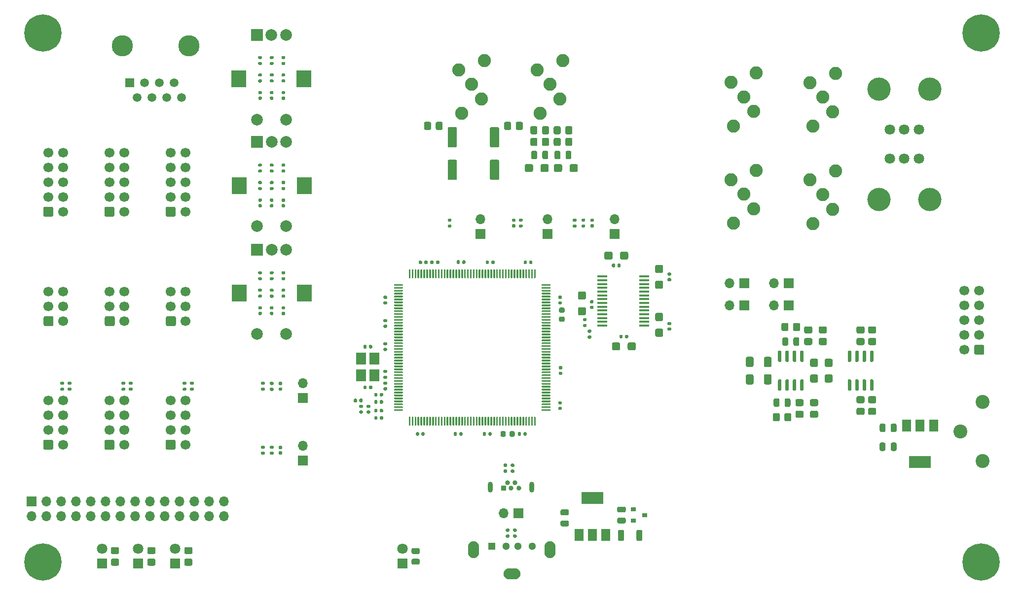
<source format=gbr>
%TF.GenerationSoftware,KiCad,Pcbnew,(5.1.8-0-10_14)*%
%TF.CreationDate,2021-03-03T20:06:49+01:00*%
%TF.ProjectId,KLST_CORE,4b4c5354-5f43-44f5-9245-2e6b69636164,v0.1*%
%TF.SameCoordinates,Original*%
%TF.FileFunction,Soldermask,Top*%
%TF.FilePolarity,Negative*%
%FSLAX46Y46*%
G04 Gerber Fmt 4.6, Leading zero omitted, Abs format (unit mm)*
G04 Created by KiCad (PCBNEW (5.1.8-0-10_14)) date 2021-03-03 20:06:49*
%MOMM*%
%LPD*%
G01*
G04 APERTURE LIST*
%ADD10C,1.700000*%
%ADD11O,1.700000X1.700000*%
%ADD12R,1.700000X1.700000*%
%ADD13R,2.000000X2.000000*%
%ADD14C,2.000000*%
%ADD15R,2.500000X3.000000*%
%ADD16C,3.650000*%
%ADD17R,1.500000X1.500000*%
%ADD18C,1.500000*%
%ADD19C,1.800000*%
%ADD20R,1.800000X1.800000*%
%ADD21C,2.250000*%
%ADD22R,1.500000X2.000000*%
%ADD23R,3.800000X2.000000*%
%ADD24R,1.800000X2.100000*%
%ADD25R,1.750000X0.450000*%
%ADD26C,2.400000*%
%ADD27C,4.000000*%
%ADD28R,0.900000X0.800000*%
%ADD29O,0.850000X1.850000*%
%ADD30C,0.840000*%
%ADD31R,0.840000X0.840000*%
%ADD32O,2.900000X1.900000*%
%ADD33O,1.900000X2.900000*%
%ADD34C,1.300000*%
%ADD35R,1.300000X1.300000*%
%ADD36C,0.800000*%
%ADD37C,6.400000*%
G04 APERTURE END LIST*
%TO.C,U1*%
G36*
G01*
X111280000Y-99590000D02*
X111280000Y-98240000D01*
G75*
G02*
X111355000Y-98165000I75000J0D01*
G01*
X111505000Y-98165000D01*
G75*
G02*
X111580000Y-98240000I0J-75000D01*
G01*
X111580000Y-99590000D01*
G75*
G02*
X111505000Y-99665000I-75000J0D01*
G01*
X111355000Y-99665000D01*
G75*
G02*
X111280000Y-99590000I0J75000D01*
G01*
G37*
G36*
G01*
X111780000Y-99590000D02*
X111780000Y-98240000D01*
G75*
G02*
X111855000Y-98165000I75000J0D01*
G01*
X112005000Y-98165000D01*
G75*
G02*
X112080000Y-98240000I0J-75000D01*
G01*
X112080000Y-99590000D01*
G75*
G02*
X112005000Y-99665000I-75000J0D01*
G01*
X111855000Y-99665000D01*
G75*
G02*
X111780000Y-99590000I0J75000D01*
G01*
G37*
G36*
G01*
X112280000Y-99590000D02*
X112280000Y-98240000D01*
G75*
G02*
X112355000Y-98165000I75000J0D01*
G01*
X112505000Y-98165000D01*
G75*
G02*
X112580000Y-98240000I0J-75000D01*
G01*
X112580000Y-99590000D01*
G75*
G02*
X112505000Y-99665000I-75000J0D01*
G01*
X112355000Y-99665000D01*
G75*
G02*
X112280000Y-99590000I0J75000D01*
G01*
G37*
G36*
G01*
X112780000Y-99590000D02*
X112780000Y-98240000D01*
G75*
G02*
X112855000Y-98165000I75000J0D01*
G01*
X113005000Y-98165000D01*
G75*
G02*
X113080000Y-98240000I0J-75000D01*
G01*
X113080000Y-99590000D01*
G75*
G02*
X113005000Y-99665000I-75000J0D01*
G01*
X112855000Y-99665000D01*
G75*
G02*
X112780000Y-99590000I0J75000D01*
G01*
G37*
G36*
G01*
X113280000Y-99590000D02*
X113280000Y-98240000D01*
G75*
G02*
X113355000Y-98165000I75000J0D01*
G01*
X113505000Y-98165000D01*
G75*
G02*
X113580000Y-98240000I0J-75000D01*
G01*
X113580000Y-99590000D01*
G75*
G02*
X113505000Y-99665000I-75000J0D01*
G01*
X113355000Y-99665000D01*
G75*
G02*
X113280000Y-99590000I0J75000D01*
G01*
G37*
G36*
G01*
X113780000Y-99590000D02*
X113780000Y-98240000D01*
G75*
G02*
X113855000Y-98165000I75000J0D01*
G01*
X114005000Y-98165000D01*
G75*
G02*
X114080000Y-98240000I0J-75000D01*
G01*
X114080000Y-99590000D01*
G75*
G02*
X114005000Y-99665000I-75000J0D01*
G01*
X113855000Y-99665000D01*
G75*
G02*
X113780000Y-99590000I0J75000D01*
G01*
G37*
G36*
G01*
X114280000Y-99590000D02*
X114280000Y-98240000D01*
G75*
G02*
X114355000Y-98165000I75000J0D01*
G01*
X114505000Y-98165000D01*
G75*
G02*
X114580000Y-98240000I0J-75000D01*
G01*
X114580000Y-99590000D01*
G75*
G02*
X114505000Y-99665000I-75000J0D01*
G01*
X114355000Y-99665000D01*
G75*
G02*
X114280000Y-99590000I0J75000D01*
G01*
G37*
G36*
G01*
X114780000Y-99590000D02*
X114780000Y-98240000D01*
G75*
G02*
X114855000Y-98165000I75000J0D01*
G01*
X115005000Y-98165000D01*
G75*
G02*
X115080000Y-98240000I0J-75000D01*
G01*
X115080000Y-99590000D01*
G75*
G02*
X115005000Y-99665000I-75000J0D01*
G01*
X114855000Y-99665000D01*
G75*
G02*
X114780000Y-99590000I0J75000D01*
G01*
G37*
G36*
G01*
X115280000Y-99590000D02*
X115280000Y-98240000D01*
G75*
G02*
X115355000Y-98165000I75000J0D01*
G01*
X115505000Y-98165000D01*
G75*
G02*
X115580000Y-98240000I0J-75000D01*
G01*
X115580000Y-99590000D01*
G75*
G02*
X115505000Y-99665000I-75000J0D01*
G01*
X115355000Y-99665000D01*
G75*
G02*
X115280000Y-99590000I0J75000D01*
G01*
G37*
G36*
G01*
X115780000Y-99590000D02*
X115780000Y-98240000D01*
G75*
G02*
X115855000Y-98165000I75000J0D01*
G01*
X116005000Y-98165000D01*
G75*
G02*
X116080000Y-98240000I0J-75000D01*
G01*
X116080000Y-99590000D01*
G75*
G02*
X116005000Y-99665000I-75000J0D01*
G01*
X115855000Y-99665000D01*
G75*
G02*
X115780000Y-99590000I0J75000D01*
G01*
G37*
G36*
G01*
X116280000Y-99590000D02*
X116280000Y-98240000D01*
G75*
G02*
X116355000Y-98165000I75000J0D01*
G01*
X116505000Y-98165000D01*
G75*
G02*
X116580000Y-98240000I0J-75000D01*
G01*
X116580000Y-99590000D01*
G75*
G02*
X116505000Y-99665000I-75000J0D01*
G01*
X116355000Y-99665000D01*
G75*
G02*
X116280000Y-99590000I0J75000D01*
G01*
G37*
G36*
G01*
X116780000Y-99590000D02*
X116780000Y-98240000D01*
G75*
G02*
X116855000Y-98165000I75000J0D01*
G01*
X117005000Y-98165000D01*
G75*
G02*
X117080000Y-98240000I0J-75000D01*
G01*
X117080000Y-99590000D01*
G75*
G02*
X117005000Y-99665000I-75000J0D01*
G01*
X116855000Y-99665000D01*
G75*
G02*
X116780000Y-99590000I0J75000D01*
G01*
G37*
G36*
G01*
X117280000Y-99590000D02*
X117280000Y-98240000D01*
G75*
G02*
X117355000Y-98165000I75000J0D01*
G01*
X117505000Y-98165000D01*
G75*
G02*
X117580000Y-98240000I0J-75000D01*
G01*
X117580000Y-99590000D01*
G75*
G02*
X117505000Y-99665000I-75000J0D01*
G01*
X117355000Y-99665000D01*
G75*
G02*
X117280000Y-99590000I0J75000D01*
G01*
G37*
G36*
G01*
X117780000Y-99590000D02*
X117780000Y-98240000D01*
G75*
G02*
X117855000Y-98165000I75000J0D01*
G01*
X118005000Y-98165000D01*
G75*
G02*
X118080000Y-98240000I0J-75000D01*
G01*
X118080000Y-99590000D01*
G75*
G02*
X118005000Y-99665000I-75000J0D01*
G01*
X117855000Y-99665000D01*
G75*
G02*
X117780000Y-99590000I0J75000D01*
G01*
G37*
G36*
G01*
X118280000Y-99590000D02*
X118280000Y-98240000D01*
G75*
G02*
X118355000Y-98165000I75000J0D01*
G01*
X118505000Y-98165000D01*
G75*
G02*
X118580000Y-98240000I0J-75000D01*
G01*
X118580000Y-99590000D01*
G75*
G02*
X118505000Y-99665000I-75000J0D01*
G01*
X118355000Y-99665000D01*
G75*
G02*
X118280000Y-99590000I0J75000D01*
G01*
G37*
G36*
G01*
X118780000Y-99590000D02*
X118780000Y-98240000D01*
G75*
G02*
X118855000Y-98165000I75000J0D01*
G01*
X119005000Y-98165000D01*
G75*
G02*
X119080000Y-98240000I0J-75000D01*
G01*
X119080000Y-99590000D01*
G75*
G02*
X119005000Y-99665000I-75000J0D01*
G01*
X118855000Y-99665000D01*
G75*
G02*
X118780000Y-99590000I0J75000D01*
G01*
G37*
G36*
G01*
X119280000Y-99590000D02*
X119280000Y-98240000D01*
G75*
G02*
X119355000Y-98165000I75000J0D01*
G01*
X119505000Y-98165000D01*
G75*
G02*
X119580000Y-98240000I0J-75000D01*
G01*
X119580000Y-99590000D01*
G75*
G02*
X119505000Y-99665000I-75000J0D01*
G01*
X119355000Y-99665000D01*
G75*
G02*
X119280000Y-99590000I0J75000D01*
G01*
G37*
G36*
G01*
X119780000Y-99590000D02*
X119780000Y-98240000D01*
G75*
G02*
X119855000Y-98165000I75000J0D01*
G01*
X120005000Y-98165000D01*
G75*
G02*
X120080000Y-98240000I0J-75000D01*
G01*
X120080000Y-99590000D01*
G75*
G02*
X120005000Y-99665000I-75000J0D01*
G01*
X119855000Y-99665000D01*
G75*
G02*
X119780000Y-99590000I0J75000D01*
G01*
G37*
G36*
G01*
X120280000Y-99590000D02*
X120280000Y-98240000D01*
G75*
G02*
X120355000Y-98165000I75000J0D01*
G01*
X120505000Y-98165000D01*
G75*
G02*
X120580000Y-98240000I0J-75000D01*
G01*
X120580000Y-99590000D01*
G75*
G02*
X120505000Y-99665000I-75000J0D01*
G01*
X120355000Y-99665000D01*
G75*
G02*
X120280000Y-99590000I0J75000D01*
G01*
G37*
G36*
G01*
X120780000Y-99590000D02*
X120780000Y-98240000D01*
G75*
G02*
X120855000Y-98165000I75000J0D01*
G01*
X121005000Y-98165000D01*
G75*
G02*
X121080000Y-98240000I0J-75000D01*
G01*
X121080000Y-99590000D01*
G75*
G02*
X121005000Y-99665000I-75000J0D01*
G01*
X120855000Y-99665000D01*
G75*
G02*
X120780000Y-99590000I0J75000D01*
G01*
G37*
G36*
G01*
X121280000Y-99590000D02*
X121280000Y-98240000D01*
G75*
G02*
X121355000Y-98165000I75000J0D01*
G01*
X121505000Y-98165000D01*
G75*
G02*
X121580000Y-98240000I0J-75000D01*
G01*
X121580000Y-99590000D01*
G75*
G02*
X121505000Y-99665000I-75000J0D01*
G01*
X121355000Y-99665000D01*
G75*
G02*
X121280000Y-99590000I0J75000D01*
G01*
G37*
G36*
G01*
X121780000Y-99590000D02*
X121780000Y-98240000D01*
G75*
G02*
X121855000Y-98165000I75000J0D01*
G01*
X122005000Y-98165000D01*
G75*
G02*
X122080000Y-98240000I0J-75000D01*
G01*
X122080000Y-99590000D01*
G75*
G02*
X122005000Y-99665000I-75000J0D01*
G01*
X121855000Y-99665000D01*
G75*
G02*
X121780000Y-99590000I0J75000D01*
G01*
G37*
G36*
G01*
X122280000Y-99590000D02*
X122280000Y-98240000D01*
G75*
G02*
X122355000Y-98165000I75000J0D01*
G01*
X122505000Y-98165000D01*
G75*
G02*
X122580000Y-98240000I0J-75000D01*
G01*
X122580000Y-99590000D01*
G75*
G02*
X122505000Y-99665000I-75000J0D01*
G01*
X122355000Y-99665000D01*
G75*
G02*
X122280000Y-99590000I0J75000D01*
G01*
G37*
G36*
G01*
X122780000Y-99590000D02*
X122780000Y-98240000D01*
G75*
G02*
X122855000Y-98165000I75000J0D01*
G01*
X123005000Y-98165000D01*
G75*
G02*
X123080000Y-98240000I0J-75000D01*
G01*
X123080000Y-99590000D01*
G75*
G02*
X123005000Y-99665000I-75000J0D01*
G01*
X122855000Y-99665000D01*
G75*
G02*
X122780000Y-99590000I0J75000D01*
G01*
G37*
G36*
G01*
X123280000Y-99590000D02*
X123280000Y-98240000D01*
G75*
G02*
X123355000Y-98165000I75000J0D01*
G01*
X123505000Y-98165000D01*
G75*
G02*
X123580000Y-98240000I0J-75000D01*
G01*
X123580000Y-99590000D01*
G75*
G02*
X123505000Y-99665000I-75000J0D01*
G01*
X123355000Y-99665000D01*
G75*
G02*
X123280000Y-99590000I0J75000D01*
G01*
G37*
G36*
G01*
X123780000Y-99590000D02*
X123780000Y-98240000D01*
G75*
G02*
X123855000Y-98165000I75000J0D01*
G01*
X124005000Y-98165000D01*
G75*
G02*
X124080000Y-98240000I0J-75000D01*
G01*
X124080000Y-99590000D01*
G75*
G02*
X124005000Y-99665000I-75000J0D01*
G01*
X123855000Y-99665000D01*
G75*
G02*
X123780000Y-99590000I0J75000D01*
G01*
G37*
G36*
G01*
X124280000Y-99590000D02*
X124280000Y-98240000D01*
G75*
G02*
X124355000Y-98165000I75000J0D01*
G01*
X124505000Y-98165000D01*
G75*
G02*
X124580000Y-98240000I0J-75000D01*
G01*
X124580000Y-99590000D01*
G75*
G02*
X124505000Y-99665000I-75000J0D01*
G01*
X124355000Y-99665000D01*
G75*
G02*
X124280000Y-99590000I0J75000D01*
G01*
G37*
G36*
G01*
X124780000Y-99590000D02*
X124780000Y-98240000D01*
G75*
G02*
X124855000Y-98165000I75000J0D01*
G01*
X125005000Y-98165000D01*
G75*
G02*
X125080000Y-98240000I0J-75000D01*
G01*
X125080000Y-99590000D01*
G75*
G02*
X125005000Y-99665000I-75000J0D01*
G01*
X124855000Y-99665000D01*
G75*
G02*
X124780000Y-99590000I0J75000D01*
G01*
G37*
G36*
G01*
X125280000Y-99590000D02*
X125280000Y-98240000D01*
G75*
G02*
X125355000Y-98165000I75000J0D01*
G01*
X125505000Y-98165000D01*
G75*
G02*
X125580000Y-98240000I0J-75000D01*
G01*
X125580000Y-99590000D01*
G75*
G02*
X125505000Y-99665000I-75000J0D01*
G01*
X125355000Y-99665000D01*
G75*
G02*
X125280000Y-99590000I0J75000D01*
G01*
G37*
G36*
G01*
X125780000Y-99590000D02*
X125780000Y-98240000D01*
G75*
G02*
X125855000Y-98165000I75000J0D01*
G01*
X126005000Y-98165000D01*
G75*
G02*
X126080000Y-98240000I0J-75000D01*
G01*
X126080000Y-99590000D01*
G75*
G02*
X126005000Y-99665000I-75000J0D01*
G01*
X125855000Y-99665000D01*
G75*
G02*
X125780000Y-99590000I0J75000D01*
G01*
G37*
G36*
G01*
X126280000Y-99590000D02*
X126280000Y-98240000D01*
G75*
G02*
X126355000Y-98165000I75000J0D01*
G01*
X126505000Y-98165000D01*
G75*
G02*
X126580000Y-98240000I0J-75000D01*
G01*
X126580000Y-99590000D01*
G75*
G02*
X126505000Y-99665000I-75000J0D01*
G01*
X126355000Y-99665000D01*
G75*
G02*
X126280000Y-99590000I0J75000D01*
G01*
G37*
G36*
G01*
X126780000Y-99590000D02*
X126780000Y-98240000D01*
G75*
G02*
X126855000Y-98165000I75000J0D01*
G01*
X127005000Y-98165000D01*
G75*
G02*
X127080000Y-98240000I0J-75000D01*
G01*
X127080000Y-99590000D01*
G75*
G02*
X127005000Y-99665000I-75000J0D01*
G01*
X126855000Y-99665000D01*
G75*
G02*
X126780000Y-99590000I0J75000D01*
G01*
G37*
G36*
G01*
X127280000Y-99590000D02*
X127280000Y-98240000D01*
G75*
G02*
X127355000Y-98165000I75000J0D01*
G01*
X127505000Y-98165000D01*
G75*
G02*
X127580000Y-98240000I0J-75000D01*
G01*
X127580000Y-99590000D01*
G75*
G02*
X127505000Y-99665000I-75000J0D01*
G01*
X127355000Y-99665000D01*
G75*
G02*
X127280000Y-99590000I0J75000D01*
G01*
G37*
G36*
G01*
X127780000Y-99590000D02*
X127780000Y-98240000D01*
G75*
G02*
X127855000Y-98165000I75000J0D01*
G01*
X128005000Y-98165000D01*
G75*
G02*
X128080000Y-98240000I0J-75000D01*
G01*
X128080000Y-99590000D01*
G75*
G02*
X128005000Y-99665000I-75000J0D01*
G01*
X127855000Y-99665000D01*
G75*
G02*
X127780000Y-99590000I0J75000D01*
G01*
G37*
G36*
G01*
X128280000Y-99590000D02*
X128280000Y-98240000D01*
G75*
G02*
X128355000Y-98165000I75000J0D01*
G01*
X128505000Y-98165000D01*
G75*
G02*
X128580000Y-98240000I0J-75000D01*
G01*
X128580000Y-99590000D01*
G75*
G02*
X128505000Y-99665000I-75000J0D01*
G01*
X128355000Y-99665000D01*
G75*
G02*
X128280000Y-99590000I0J75000D01*
G01*
G37*
G36*
G01*
X128780000Y-99590000D02*
X128780000Y-98240000D01*
G75*
G02*
X128855000Y-98165000I75000J0D01*
G01*
X129005000Y-98165000D01*
G75*
G02*
X129080000Y-98240000I0J-75000D01*
G01*
X129080000Y-99590000D01*
G75*
G02*
X129005000Y-99665000I-75000J0D01*
G01*
X128855000Y-99665000D01*
G75*
G02*
X128780000Y-99590000I0J75000D01*
G01*
G37*
G36*
G01*
X129280000Y-99590000D02*
X129280000Y-98240000D01*
G75*
G02*
X129355000Y-98165000I75000J0D01*
G01*
X129505000Y-98165000D01*
G75*
G02*
X129580000Y-98240000I0J-75000D01*
G01*
X129580000Y-99590000D01*
G75*
G02*
X129505000Y-99665000I-75000J0D01*
G01*
X129355000Y-99665000D01*
G75*
G02*
X129280000Y-99590000I0J75000D01*
G01*
G37*
G36*
G01*
X129780000Y-99590000D02*
X129780000Y-98240000D01*
G75*
G02*
X129855000Y-98165000I75000J0D01*
G01*
X130005000Y-98165000D01*
G75*
G02*
X130080000Y-98240000I0J-75000D01*
G01*
X130080000Y-99590000D01*
G75*
G02*
X130005000Y-99665000I-75000J0D01*
G01*
X129855000Y-99665000D01*
G75*
G02*
X129780000Y-99590000I0J75000D01*
G01*
G37*
G36*
G01*
X130280000Y-99590000D02*
X130280000Y-98240000D01*
G75*
G02*
X130355000Y-98165000I75000J0D01*
G01*
X130505000Y-98165000D01*
G75*
G02*
X130580000Y-98240000I0J-75000D01*
G01*
X130580000Y-99590000D01*
G75*
G02*
X130505000Y-99665000I-75000J0D01*
G01*
X130355000Y-99665000D01*
G75*
G02*
X130280000Y-99590000I0J75000D01*
G01*
G37*
G36*
G01*
X130780000Y-99590000D02*
X130780000Y-98240000D01*
G75*
G02*
X130855000Y-98165000I75000J0D01*
G01*
X131005000Y-98165000D01*
G75*
G02*
X131080000Y-98240000I0J-75000D01*
G01*
X131080000Y-99590000D01*
G75*
G02*
X131005000Y-99665000I-75000J0D01*
G01*
X130855000Y-99665000D01*
G75*
G02*
X130780000Y-99590000I0J75000D01*
G01*
G37*
G36*
G01*
X131280000Y-99590000D02*
X131280000Y-98240000D01*
G75*
G02*
X131355000Y-98165000I75000J0D01*
G01*
X131505000Y-98165000D01*
G75*
G02*
X131580000Y-98240000I0J-75000D01*
G01*
X131580000Y-99590000D01*
G75*
G02*
X131505000Y-99665000I-75000J0D01*
G01*
X131355000Y-99665000D01*
G75*
G02*
X131280000Y-99590000I0J75000D01*
G01*
G37*
G36*
G01*
X131780000Y-99590000D02*
X131780000Y-98240000D01*
G75*
G02*
X131855000Y-98165000I75000J0D01*
G01*
X132005000Y-98165000D01*
G75*
G02*
X132080000Y-98240000I0J-75000D01*
G01*
X132080000Y-99590000D01*
G75*
G02*
X132005000Y-99665000I-75000J0D01*
G01*
X131855000Y-99665000D01*
G75*
G02*
X131780000Y-99590000I0J75000D01*
G01*
G37*
G36*
G01*
X132280000Y-99590000D02*
X132280000Y-98240000D01*
G75*
G02*
X132355000Y-98165000I75000J0D01*
G01*
X132505000Y-98165000D01*
G75*
G02*
X132580000Y-98240000I0J-75000D01*
G01*
X132580000Y-99590000D01*
G75*
G02*
X132505000Y-99665000I-75000J0D01*
G01*
X132355000Y-99665000D01*
G75*
G02*
X132280000Y-99590000I0J75000D01*
G01*
G37*
G36*
G01*
X132780000Y-99590000D02*
X132780000Y-98240000D01*
G75*
G02*
X132855000Y-98165000I75000J0D01*
G01*
X133005000Y-98165000D01*
G75*
G02*
X133080000Y-98240000I0J-75000D01*
G01*
X133080000Y-99590000D01*
G75*
G02*
X133005000Y-99665000I-75000J0D01*
G01*
X132855000Y-99665000D01*
G75*
G02*
X132780000Y-99590000I0J75000D01*
G01*
G37*
G36*
G01*
X134105000Y-100915000D02*
X134105000Y-100765000D01*
G75*
G02*
X134180000Y-100690000I75000J0D01*
G01*
X135530000Y-100690000D01*
G75*
G02*
X135605000Y-100765000I0J-75000D01*
G01*
X135605000Y-100915000D01*
G75*
G02*
X135530000Y-100990000I-75000J0D01*
G01*
X134180000Y-100990000D01*
G75*
G02*
X134105000Y-100915000I0J75000D01*
G01*
G37*
G36*
G01*
X134105000Y-101415000D02*
X134105000Y-101265000D01*
G75*
G02*
X134180000Y-101190000I75000J0D01*
G01*
X135530000Y-101190000D01*
G75*
G02*
X135605000Y-101265000I0J-75000D01*
G01*
X135605000Y-101415000D01*
G75*
G02*
X135530000Y-101490000I-75000J0D01*
G01*
X134180000Y-101490000D01*
G75*
G02*
X134105000Y-101415000I0J75000D01*
G01*
G37*
G36*
G01*
X134105000Y-101915000D02*
X134105000Y-101765000D01*
G75*
G02*
X134180000Y-101690000I75000J0D01*
G01*
X135530000Y-101690000D01*
G75*
G02*
X135605000Y-101765000I0J-75000D01*
G01*
X135605000Y-101915000D01*
G75*
G02*
X135530000Y-101990000I-75000J0D01*
G01*
X134180000Y-101990000D01*
G75*
G02*
X134105000Y-101915000I0J75000D01*
G01*
G37*
G36*
G01*
X134105000Y-102415000D02*
X134105000Y-102265000D01*
G75*
G02*
X134180000Y-102190000I75000J0D01*
G01*
X135530000Y-102190000D01*
G75*
G02*
X135605000Y-102265000I0J-75000D01*
G01*
X135605000Y-102415000D01*
G75*
G02*
X135530000Y-102490000I-75000J0D01*
G01*
X134180000Y-102490000D01*
G75*
G02*
X134105000Y-102415000I0J75000D01*
G01*
G37*
G36*
G01*
X134105000Y-102915000D02*
X134105000Y-102765000D01*
G75*
G02*
X134180000Y-102690000I75000J0D01*
G01*
X135530000Y-102690000D01*
G75*
G02*
X135605000Y-102765000I0J-75000D01*
G01*
X135605000Y-102915000D01*
G75*
G02*
X135530000Y-102990000I-75000J0D01*
G01*
X134180000Y-102990000D01*
G75*
G02*
X134105000Y-102915000I0J75000D01*
G01*
G37*
G36*
G01*
X134105000Y-103415000D02*
X134105000Y-103265000D01*
G75*
G02*
X134180000Y-103190000I75000J0D01*
G01*
X135530000Y-103190000D01*
G75*
G02*
X135605000Y-103265000I0J-75000D01*
G01*
X135605000Y-103415000D01*
G75*
G02*
X135530000Y-103490000I-75000J0D01*
G01*
X134180000Y-103490000D01*
G75*
G02*
X134105000Y-103415000I0J75000D01*
G01*
G37*
G36*
G01*
X134105000Y-103915000D02*
X134105000Y-103765000D01*
G75*
G02*
X134180000Y-103690000I75000J0D01*
G01*
X135530000Y-103690000D01*
G75*
G02*
X135605000Y-103765000I0J-75000D01*
G01*
X135605000Y-103915000D01*
G75*
G02*
X135530000Y-103990000I-75000J0D01*
G01*
X134180000Y-103990000D01*
G75*
G02*
X134105000Y-103915000I0J75000D01*
G01*
G37*
G36*
G01*
X134105000Y-104415000D02*
X134105000Y-104265000D01*
G75*
G02*
X134180000Y-104190000I75000J0D01*
G01*
X135530000Y-104190000D01*
G75*
G02*
X135605000Y-104265000I0J-75000D01*
G01*
X135605000Y-104415000D01*
G75*
G02*
X135530000Y-104490000I-75000J0D01*
G01*
X134180000Y-104490000D01*
G75*
G02*
X134105000Y-104415000I0J75000D01*
G01*
G37*
G36*
G01*
X134105000Y-104915000D02*
X134105000Y-104765000D01*
G75*
G02*
X134180000Y-104690000I75000J0D01*
G01*
X135530000Y-104690000D01*
G75*
G02*
X135605000Y-104765000I0J-75000D01*
G01*
X135605000Y-104915000D01*
G75*
G02*
X135530000Y-104990000I-75000J0D01*
G01*
X134180000Y-104990000D01*
G75*
G02*
X134105000Y-104915000I0J75000D01*
G01*
G37*
G36*
G01*
X134105000Y-105415000D02*
X134105000Y-105265000D01*
G75*
G02*
X134180000Y-105190000I75000J0D01*
G01*
X135530000Y-105190000D01*
G75*
G02*
X135605000Y-105265000I0J-75000D01*
G01*
X135605000Y-105415000D01*
G75*
G02*
X135530000Y-105490000I-75000J0D01*
G01*
X134180000Y-105490000D01*
G75*
G02*
X134105000Y-105415000I0J75000D01*
G01*
G37*
G36*
G01*
X134105000Y-105915000D02*
X134105000Y-105765000D01*
G75*
G02*
X134180000Y-105690000I75000J0D01*
G01*
X135530000Y-105690000D01*
G75*
G02*
X135605000Y-105765000I0J-75000D01*
G01*
X135605000Y-105915000D01*
G75*
G02*
X135530000Y-105990000I-75000J0D01*
G01*
X134180000Y-105990000D01*
G75*
G02*
X134105000Y-105915000I0J75000D01*
G01*
G37*
G36*
G01*
X134105000Y-106415000D02*
X134105000Y-106265000D01*
G75*
G02*
X134180000Y-106190000I75000J0D01*
G01*
X135530000Y-106190000D01*
G75*
G02*
X135605000Y-106265000I0J-75000D01*
G01*
X135605000Y-106415000D01*
G75*
G02*
X135530000Y-106490000I-75000J0D01*
G01*
X134180000Y-106490000D01*
G75*
G02*
X134105000Y-106415000I0J75000D01*
G01*
G37*
G36*
G01*
X134105000Y-106915000D02*
X134105000Y-106765000D01*
G75*
G02*
X134180000Y-106690000I75000J0D01*
G01*
X135530000Y-106690000D01*
G75*
G02*
X135605000Y-106765000I0J-75000D01*
G01*
X135605000Y-106915000D01*
G75*
G02*
X135530000Y-106990000I-75000J0D01*
G01*
X134180000Y-106990000D01*
G75*
G02*
X134105000Y-106915000I0J75000D01*
G01*
G37*
G36*
G01*
X134105000Y-107415000D02*
X134105000Y-107265000D01*
G75*
G02*
X134180000Y-107190000I75000J0D01*
G01*
X135530000Y-107190000D01*
G75*
G02*
X135605000Y-107265000I0J-75000D01*
G01*
X135605000Y-107415000D01*
G75*
G02*
X135530000Y-107490000I-75000J0D01*
G01*
X134180000Y-107490000D01*
G75*
G02*
X134105000Y-107415000I0J75000D01*
G01*
G37*
G36*
G01*
X134105000Y-107915000D02*
X134105000Y-107765000D01*
G75*
G02*
X134180000Y-107690000I75000J0D01*
G01*
X135530000Y-107690000D01*
G75*
G02*
X135605000Y-107765000I0J-75000D01*
G01*
X135605000Y-107915000D01*
G75*
G02*
X135530000Y-107990000I-75000J0D01*
G01*
X134180000Y-107990000D01*
G75*
G02*
X134105000Y-107915000I0J75000D01*
G01*
G37*
G36*
G01*
X134105000Y-108415000D02*
X134105000Y-108265000D01*
G75*
G02*
X134180000Y-108190000I75000J0D01*
G01*
X135530000Y-108190000D01*
G75*
G02*
X135605000Y-108265000I0J-75000D01*
G01*
X135605000Y-108415000D01*
G75*
G02*
X135530000Y-108490000I-75000J0D01*
G01*
X134180000Y-108490000D01*
G75*
G02*
X134105000Y-108415000I0J75000D01*
G01*
G37*
G36*
G01*
X134105000Y-108915000D02*
X134105000Y-108765000D01*
G75*
G02*
X134180000Y-108690000I75000J0D01*
G01*
X135530000Y-108690000D01*
G75*
G02*
X135605000Y-108765000I0J-75000D01*
G01*
X135605000Y-108915000D01*
G75*
G02*
X135530000Y-108990000I-75000J0D01*
G01*
X134180000Y-108990000D01*
G75*
G02*
X134105000Y-108915000I0J75000D01*
G01*
G37*
G36*
G01*
X134105000Y-109415000D02*
X134105000Y-109265000D01*
G75*
G02*
X134180000Y-109190000I75000J0D01*
G01*
X135530000Y-109190000D01*
G75*
G02*
X135605000Y-109265000I0J-75000D01*
G01*
X135605000Y-109415000D01*
G75*
G02*
X135530000Y-109490000I-75000J0D01*
G01*
X134180000Y-109490000D01*
G75*
G02*
X134105000Y-109415000I0J75000D01*
G01*
G37*
G36*
G01*
X134105000Y-109915000D02*
X134105000Y-109765000D01*
G75*
G02*
X134180000Y-109690000I75000J0D01*
G01*
X135530000Y-109690000D01*
G75*
G02*
X135605000Y-109765000I0J-75000D01*
G01*
X135605000Y-109915000D01*
G75*
G02*
X135530000Y-109990000I-75000J0D01*
G01*
X134180000Y-109990000D01*
G75*
G02*
X134105000Y-109915000I0J75000D01*
G01*
G37*
G36*
G01*
X134105000Y-110415000D02*
X134105000Y-110265000D01*
G75*
G02*
X134180000Y-110190000I75000J0D01*
G01*
X135530000Y-110190000D01*
G75*
G02*
X135605000Y-110265000I0J-75000D01*
G01*
X135605000Y-110415000D01*
G75*
G02*
X135530000Y-110490000I-75000J0D01*
G01*
X134180000Y-110490000D01*
G75*
G02*
X134105000Y-110415000I0J75000D01*
G01*
G37*
G36*
G01*
X134105000Y-110915000D02*
X134105000Y-110765000D01*
G75*
G02*
X134180000Y-110690000I75000J0D01*
G01*
X135530000Y-110690000D01*
G75*
G02*
X135605000Y-110765000I0J-75000D01*
G01*
X135605000Y-110915000D01*
G75*
G02*
X135530000Y-110990000I-75000J0D01*
G01*
X134180000Y-110990000D01*
G75*
G02*
X134105000Y-110915000I0J75000D01*
G01*
G37*
G36*
G01*
X134105000Y-111415000D02*
X134105000Y-111265000D01*
G75*
G02*
X134180000Y-111190000I75000J0D01*
G01*
X135530000Y-111190000D01*
G75*
G02*
X135605000Y-111265000I0J-75000D01*
G01*
X135605000Y-111415000D01*
G75*
G02*
X135530000Y-111490000I-75000J0D01*
G01*
X134180000Y-111490000D01*
G75*
G02*
X134105000Y-111415000I0J75000D01*
G01*
G37*
G36*
G01*
X134105000Y-111915000D02*
X134105000Y-111765000D01*
G75*
G02*
X134180000Y-111690000I75000J0D01*
G01*
X135530000Y-111690000D01*
G75*
G02*
X135605000Y-111765000I0J-75000D01*
G01*
X135605000Y-111915000D01*
G75*
G02*
X135530000Y-111990000I-75000J0D01*
G01*
X134180000Y-111990000D01*
G75*
G02*
X134105000Y-111915000I0J75000D01*
G01*
G37*
G36*
G01*
X134105000Y-112415000D02*
X134105000Y-112265000D01*
G75*
G02*
X134180000Y-112190000I75000J0D01*
G01*
X135530000Y-112190000D01*
G75*
G02*
X135605000Y-112265000I0J-75000D01*
G01*
X135605000Y-112415000D01*
G75*
G02*
X135530000Y-112490000I-75000J0D01*
G01*
X134180000Y-112490000D01*
G75*
G02*
X134105000Y-112415000I0J75000D01*
G01*
G37*
G36*
G01*
X134105000Y-112915000D02*
X134105000Y-112765000D01*
G75*
G02*
X134180000Y-112690000I75000J0D01*
G01*
X135530000Y-112690000D01*
G75*
G02*
X135605000Y-112765000I0J-75000D01*
G01*
X135605000Y-112915000D01*
G75*
G02*
X135530000Y-112990000I-75000J0D01*
G01*
X134180000Y-112990000D01*
G75*
G02*
X134105000Y-112915000I0J75000D01*
G01*
G37*
G36*
G01*
X134105000Y-113415000D02*
X134105000Y-113265000D01*
G75*
G02*
X134180000Y-113190000I75000J0D01*
G01*
X135530000Y-113190000D01*
G75*
G02*
X135605000Y-113265000I0J-75000D01*
G01*
X135605000Y-113415000D01*
G75*
G02*
X135530000Y-113490000I-75000J0D01*
G01*
X134180000Y-113490000D01*
G75*
G02*
X134105000Y-113415000I0J75000D01*
G01*
G37*
G36*
G01*
X134105000Y-113915000D02*
X134105000Y-113765000D01*
G75*
G02*
X134180000Y-113690000I75000J0D01*
G01*
X135530000Y-113690000D01*
G75*
G02*
X135605000Y-113765000I0J-75000D01*
G01*
X135605000Y-113915000D01*
G75*
G02*
X135530000Y-113990000I-75000J0D01*
G01*
X134180000Y-113990000D01*
G75*
G02*
X134105000Y-113915000I0J75000D01*
G01*
G37*
G36*
G01*
X134105000Y-114415000D02*
X134105000Y-114265000D01*
G75*
G02*
X134180000Y-114190000I75000J0D01*
G01*
X135530000Y-114190000D01*
G75*
G02*
X135605000Y-114265000I0J-75000D01*
G01*
X135605000Y-114415000D01*
G75*
G02*
X135530000Y-114490000I-75000J0D01*
G01*
X134180000Y-114490000D01*
G75*
G02*
X134105000Y-114415000I0J75000D01*
G01*
G37*
G36*
G01*
X134105000Y-114915000D02*
X134105000Y-114765000D01*
G75*
G02*
X134180000Y-114690000I75000J0D01*
G01*
X135530000Y-114690000D01*
G75*
G02*
X135605000Y-114765000I0J-75000D01*
G01*
X135605000Y-114915000D01*
G75*
G02*
X135530000Y-114990000I-75000J0D01*
G01*
X134180000Y-114990000D01*
G75*
G02*
X134105000Y-114915000I0J75000D01*
G01*
G37*
G36*
G01*
X134105000Y-115415000D02*
X134105000Y-115265000D01*
G75*
G02*
X134180000Y-115190000I75000J0D01*
G01*
X135530000Y-115190000D01*
G75*
G02*
X135605000Y-115265000I0J-75000D01*
G01*
X135605000Y-115415000D01*
G75*
G02*
X135530000Y-115490000I-75000J0D01*
G01*
X134180000Y-115490000D01*
G75*
G02*
X134105000Y-115415000I0J75000D01*
G01*
G37*
G36*
G01*
X134105000Y-115915000D02*
X134105000Y-115765000D01*
G75*
G02*
X134180000Y-115690000I75000J0D01*
G01*
X135530000Y-115690000D01*
G75*
G02*
X135605000Y-115765000I0J-75000D01*
G01*
X135605000Y-115915000D01*
G75*
G02*
X135530000Y-115990000I-75000J0D01*
G01*
X134180000Y-115990000D01*
G75*
G02*
X134105000Y-115915000I0J75000D01*
G01*
G37*
G36*
G01*
X134105000Y-116415000D02*
X134105000Y-116265000D01*
G75*
G02*
X134180000Y-116190000I75000J0D01*
G01*
X135530000Y-116190000D01*
G75*
G02*
X135605000Y-116265000I0J-75000D01*
G01*
X135605000Y-116415000D01*
G75*
G02*
X135530000Y-116490000I-75000J0D01*
G01*
X134180000Y-116490000D01*
G75*
G02*
X134105000Y-116415000I0J75000D01*
G01*
G37*
G36*
G01*
X134105000Y-116915000D02*
X134105000Y-116765000D01*
G75*
G02*
X134180000Y-116690000I75000J0D01*
G01*
X135530000Y-116690000D01*
G75*
G02*
X135605000Y-116765000I0J-75000D01*
G01*
X135605000Y-116915000D01*
G75*
G02*
X135530000Y-116990000I-75000J0D01*
G01*
X134180000Y-116990000D01*
G75*
G02*
X134105000Y-116915000I0J75000D01*
G01*
G37*
G36*
G01*
X134105000Y-117415000D02*
X134105000Y-117265000D01*
G75*
G02*
X134180000Y-117190000I75000J0D01*
G01*
X135530000Y-117190000D01*
G75*
G02*
X135605000Y-117265000I0J-75000D01*
G01*
X135605000Y-117415000D01*
G75*
G02*
X135530000Y-117490000I-75000J0D01*
G01*
X134180000Y-117490000D01*
G75*
G02*
X134105000Y-117415000I0J75000D01*
G01*
G37*
G36*
G01*
X134105000Y-117915000D02*
X134105000Y-117765000D01*
G75*
G02*
X134180000Y-117690000I75000J0D01*
G01*
X135530000Y-117690000D01*
G75*
G02*
X135605000Y-117765000I0J-75000D01*
G01*
X135605000Y-117915000D01*
G75*
G02*
X135530000Y-117990000I-75000J0D01*
G01*
X134180000Y-117990000D01*
G75*
G02*
X134105000Y-117915000I0J75000D01*
G01*
G37*
G36*
G01*
X134105000Y-118415000D02*
X134105000Y-118265000D01*
G75*
G02*
X134180000Y-118190000I75000J0D01*
G01*
X135530000Y-118190000D01*
G75*
G02*
X135605000Y-118265000I0J-75000D01*
G01*
X135605000Y-118415000D01*
G75*
G02*
X135530000Y-118490000I-75000J0D01*
G01*
X134180000Y-118490000D01*
G75*
G02*
X134105000Y-118415000I0J75000D01*
G01*
G37*
G36*
G01*
X134105000Y-118915000D02*
X134105000Y-118765000D01*
G75*
G02*
X134180000Y-118690000I75000J0D01*
G01*
X135530000Y-118690000D01*
G75*
G02*
X135605000Y-118765000I0J-75000D01*
G01*
X135605000Y-118915000D01*
G75*
G02*
X135530000Y-118990000I-75000J0D01*
G01*
X134180000Y-118990000D01*
G75*
G02*
X134105000Y-118915000I0J75000D01*
G01*
G37*
G36*
G01*
X134105000Y-119415000D02*
X134105000Y-119265000D01*
G75*
G02*
X134180000Y-119190000I75000J0D01*
G01*
X135530000Y-119190000D01*
G75*
G02*
X135605000Y-119265000I0J-75000D01*
G01*
X135605000Y-119415000D01*
G75*
G02*
X135530000Y-119490000I-75000J0D01*
G01*
X134180000Y-119490000D01*
G75*
G02*
X134105000Y-119415000I0J75000D01*
G01*
G37*
G36*
G01*
X134105000Y-119915000D02*
X134105000Y-119765000D01*
G75*
G02*
X134180000Y-119690000I75000J0D01*
G01*
X135530000Y-119690000D01*
G75*
G02*
X135605000Y-119765000I0J-75000D01*
G01*
X135605000Y-119915000D01*
G75*
G02*
X135530000Y-119990000I-75000J0D01*
G01*
X134180000Y-119990000D01*
G75*
G02*
X134105000Y-119915000I0J75000D01*
G01*
G37*
G36*
G01*
X134105000Y-120415000D02*
X134105000Y-120265000D01*
G75*
G02*
X134180000Y-120190000I75000J0D01*
G01*
X135530000Y-120190000D01*
G75*
G02*
X135605000Y-120265000I0J-75000D01*
G01*
X135605000Y-120415000D01*
G75*
G02*
X135530000Y-120490000I-75000J0D01*
G01*
X134180000Y-120490000D01*
G75*
G02*
X134105000Y-120415000I0J75000D01*
G01*
G37*
G36*
G01*
X134105000Y-120915000D02*
X134105000Y-120765000D01*
G75*
G02*
X134180000Y-120690000I75000J0D01*
G01*
X135530000Y-120690000D01*
G75*
G02*
X135605000Y-120765000I0J-75000D01*
G01*
X135605000Y-120915000D01*
G75*
G02*
X135530000Y-120990000I-75000J0D01*
G01*
X134180000Y-120990000D01*
G75*
G02*
X134105000Y-120915000I0J75000D01*
G01*
G37*
G36*
G01*
X134105000Y-121415000D02*
X134105000Y-121265000D01*
G75*
G02*
X134180000Y-121190000I75000J0D01*
G01*
X135530000Y-121190000D01*
G75*
G02*
X135605000Y-121265000I0J-75000D01*
G01*
X135605000Y-121415000D01*
G75*
G02*
X135530000Y-121490000I-75000J0D01*
G01*
X134180000Y-121490000D01*
G75*
G02*
X134105000Y-121415000I0J75000D01*
G01*
G37*
G36*
G01*
X134105000Y-121915000D02*
X134105000Y-121765000D01*
G75*
G02*
X134180000Y-121690000I75000J0D01*
G01*
X135530000Y-121690000D01*
G75*
G02*
X135605000Y-121765000I0J-75000D01*
G01*
X135605000Y-121915000D01*
G75*
G02*
X135530000Y-121990000I-75000J0D01*
G01*
X134180000Y-121990000D01*
G75*
G02*
X134105000Y-121915000I0J75000D01*
G01*
G37*
G36*
G01*
X134105000Y-122415000D02*
X134105000Y-122265000D01*
G75*
G02*
X134180000Y-122190000I75000J0D01*
G01*
X135530000Y-122190000D01*
G75*
G02*
X135605000Y-122265000I0J-75000D01*
G01*
X135605000Y-122415000D01*
G75*
G02*
X135530000Y-122490000I-75000J0D01*
G01*
X134180000Y-122490000D01*
G75*
G02*
X134105000Y-122415000I0J75000D01*
G01*
G37*
G36*
G01*
X132780000Y-124940000D02*
X132780000Y-123590000D01*
G75*
G02*
X132855000Y-123515000I75000J0D01*
G01*
X133005000Y-123515000D01*
G75*
G02*
X133080000Y-123590000I0J-75000D01*
G01*
X133080000Y-124940000D01*
G75*
G02*
X133005000Y-125015000I-75000J0D01*
G01*
X132855000Y-125015000D01*
G75*
G02*
X132780000Y-124940000I0J75000D01*
G01*
G37*
G36*
G01*
X132280000Y-124940000D02*
X132280000Y-123590000D01*
G75*
G02*
X132355000Y-123515000I75000J0D01*
G01*
X132505000Y-123515000D01*
G75*
G02*
X132580000Y-123590000I0J-75000D01*
G01*
X132580000Y-124940000D01*
G75*
G02*
X132505000Y-125015000I-75000J0D01*
G01*
X132355000Y-125015000D01*
G75*
G02*
X132280000Y-124940000I0J75000D01*
G01*
G37*
G36*
G01*
X131780000Y-124940000D02*
X131780000Y-123590000D01*
G75*
G02*
X131855000Y-123515000I75000J0D01*
G01*
X132005000Y-123515000D01*
G75*
G02*
X132080000Y-123590000I0J-75000D01*
G01*
X132080000Y-124940000D01*
G75*
G02*
X132005000Y-125015000I-75000J0D01*
G01*
X131855000Y-125015000D01*
G75*
G02*
X131780000Y-124940000I0J75000D01*
G01*
G37*
G36*
G01*
X131280000Y-124940000D02*
X131280000Y-123590000D01*
G75*
G02*
X131355000Y-123515000I75000J0D01*
G01*
X131505000Y-123515000D01*
G75*
G02*
X131580000Y-123590000I0J-75000D01*
G01*
X131580000Y-124940000D01*
G75*
G02*
X131505000Y-125015000I-75000J0D01*
G01*
X131355000Y-125015000D01*
G75*
G02*
X131280000Y-124940000I0J75000D01*
G01*
G37*
G36*
G01*
X130780000Y-124940000D02*
X130780000Y-123590000D01*
G75*
G02*
X130855000Y-123515000I75000J0D01*
G01*
X131005000Y-123515000D01*
G75*
G02*
X131080000Y-123590000I0J-75000D01*
G01*
X131080000Y-124940000D01*
G75*
G02*
X131005000Y-125015000I-75000J0D01*
G01*
X130855000Y-125015000D01*
G75*
G02*
X130780000Y-124940000I0J75000D01*
G01*
G37*
G36*
G01*
X130280000Y-124940000D02*
X130280000Y-123590000D01*
G75*
G02*
X130355000Y-123515000I75000J0D01*
G01*
X130505000Y-123515000D01*
G75*
G02*
X130580000Y-123590000I0J-75000D01*
G01*
X130580000Y-124940000D01*
G75*
G02*
X130505000Y-125015000I-75000J0D01*
G01*
X130355000Y-125015000D01*
G75*
G02*
X130280000Y-124940000I0J75000D01*
G01*
G37*
G36*
G01*
X129780000Y-124940000D02*
X129780000Y-123590000D01*
G75*
G02*
X129855000Y-123515000I75000J0D01*
G01*
X130005000Y-123515000D01*
G75*
G02*
X130080000Y-123590000I0J-75000D01*
G01*
X130080000Y-124940000D01*
G75*
G02*
X130005000Y-125015000I-75000J0D01*
G01*
X129855000Y-125015000D01*
G75*
G02*
X129780000Y-124940000I0J75000D01*
G01*
G37*
G36*
G01*
X129280000Y-124940000D02*
X129280000Y-123590000D01*
G75*
G02*
X129355000Y-123515000I75000J0D01*
G01*
X129505000Y-123515000D01*
G75*
G02*
X129580000Y-123590000I0J-75000D01*
G01*
X129580000Y-124940000D01*
G75*
G02*
X129505000Y-125015000I-75000J0D01*
G01*
X129355000Y-125015000D01*
G75*
G02*
X129280000Y-124940000I0J75000D01*
G01*
G37*
G36*
G01*
X128780000Y-124940000D02*
X128780000Y-123590000D01*
G75*
G02*
X128855000Y-123515000I75000J0D01*
G01*
X129005000Y-123515000D01*
G75*
G02*
X129080000Y-123590000I0J-75000D01*
G01*
X129080000Y-124940000D01*
G75*
G02*
X129005000Y-125015000I-75000J0D01*
G01*
X128855000Y-125015000D01*
G75*
G02*
X128780000Y-124940000I0J75000D01*
G01*
G37*
G36*
G01*
X128280000Y-124940000D02*
X128280000Y-123590000D01*
G75*
G02*
X128355000Y-123515000I75000J0D01*
G01*
X128505000Y-123515000D01*
G75*
G02*
X128580000Y-123590000I0J-75000D01*
G01*
X128580000Y-124940000D01*
G75*
G02*
X128505000Y-125015000I-75000J0D01*
G01*
X128355000Y-125015000D01*
G75*
G02*
X128280000Y-124940000I0J75000D01*
G01*
G37*
G36*
G01*
X127780000Y-124940000D02*
X127780000Y-123590000D01*
G75*
G02*
X127855000Y-123515000I75000J0D01*
G01*
X128005000Y-123515000D01*
G75*
G02*
X128080000Y-123590000I0J-75000D01*
G01*
X128080000Y-124940000D01*
G75*
G02*
X128005000Y-125015000I-75000J0D01*
G01*
X127855000Y-125015000D01*
G75*
G02*
X127780000Y-124940000I0J75000D01*
G01*
G37*
G36*
G01*
X127280000Y-124940000D02*
X127280000Y-123590000D01*
G75*
G02*
X127355000Y-123515000I75000J0D01*
G01*
X127505000Y-123515000D01*
G75*
G02*
X127580000Y-123590000I0J-75000D01*
G01*
X127580000Y-124940000D01*
G75*
G02*
X127505000Y-125015000I-75000J0D01*
G01*
X127355000Y-125015000D01*
G75*
G02*
X127280000Y-124940000I0J75000D01*
G01*
G37*
G36*
G01*
X126780000Y-124940000D02*
X126780000Y-123590000D01*
G75*
G02*
X126855000Y-123515000I75000J0D01*
G01*
X127005000Y-123515000D01*
G75*
G02*
X127080000Y-123590000I0J-75000D01*
G01*
X127080000Y-124940000D01*
G75*
G02*
X127005000Y-125015000I-75000J0D01*
G01*
X126855000Y-125015000D01*
G75*
G02*
X126780000Y-124940000I0J75000D01*
G01*
G37*
G36*
G01*
X126280000Y-124940000D02*
X126280000Y-123590000D01*
G75*
G02*
X126355000Y-123515000I75000J0D01*
G01*
X126505000Y-123515000D01*
G75*
G02*
X126580000Y-123590000I0J-75000D01*
G01*
X126580000Y-124940000D01*
G75*
G02*
X126505000Y-125015000I-75000J0D01*
G01*
X126355000Y-125015000D01*
G75*
G02*
X126280000Y-124940000I0J75000D01*
G01*
G37*
G36*
G01*
X125780000Y-124940000D02*
X125780000Y-123590000D01*
G75*
G02*
X125855000Y-123515000I75000J0D01*
G01*
X126005000Y-123515000D01*
G75*
G02*
X126080000Y-123590000I0J-75000D01*
G01*
X126080000Y-124940000D01*
G75*
G02*
X126005000Y-125015000I-75000J0D01*
G01*
X125855000Y-125015000D01*
G75*
G02*
X125780000Y-124940000I0J75000D01*
G01*
G37*
G36*
G01*
X125280000Y-124940000D02*
X125280000Y-123590000D01*
G75*
G02*
X125355000Y-123515000I75000J0D01*
G01*
X125505000Y-123515000D01*
G75*
G02*
X125580000Y-123590000I0J-75000D01*
G01*
X125580000Y-124940000D01*
G75*
G02*
X125505000Y-125015000I-75000J0D01*
G01*
X125355000Y-125015000D01*
G75*
G02*
X125280000Y-124940000I0J75000D01*
G01*
G37*
G36*
G01*
X124780000Y-124940000D02*
X124780000Y-123590000D01*
G75*
G02*
X124855000Y-123515000I75000J0D01*
G01*
X125005000Y-123515000D01*
G75*
G02*
X125080000Y-123590000I0J-75000D01*
G01*
X125080000Y-124940000D01*
G75*
G02*
X125005000Y-125015000I-75000J0D01*
G01*
X124855000Y-125015000D01*
G75*
G02*
X124780000Y-124940000I0J75000D01*
G01*
G37*
G36*
G01*
X124280000Y-124940000D02*
X124280000Y-123590000D01*
G75*
G02*
X124355000Y-123515000I75000J0D01*
G01*
X124505000Y-123515000D01*
G75*
G02*
X124580000Y-123590000I0J-75000D01*
G01*
X124580000Y-124940000D01*
G75*
G02*
X124505000Y-125015000I-75000J0D01*
G01*
X124355000Y-125015000D01*
G75*
G02*
X124280000Y-124940000I0J75000D01*
G01*
G37*
G36*
G01*
X123780000Y-124940000D02*
X123780000Y-123590000D01*
G75*
G02*
X123855000Y-123515000I75000J0D01*
G01*
X124005000Y-123515000D01*
G75*
G02*
X124080000Y-123590000I0J-75000D01*
G01*
X124080000Y-124940000D01*
G75*
G02*
X124005000Y-125015000I-75000J0D01*
G01*
X123855000Y-125015000D01*
G75*
G02*
X123780000Y-124940000I0J75000D01*
G01*
G37*
G36*
G01*
X123280000Y-124940000D02*
X123280000Y-123590000D01*
G75*
G02*
X123355000Y-123515000I75000J0D01*
G01*
X123505000Y-123515000D01*
G75*
G02*
X123580000Y-123590000I0J-75000D01*
G01*
X123580000Y-124940000D01*
G75*
G02*
X123505000Y-125015000I-75000J0D01*
G01*
X123355000Y-125015000D01*
G75*
G02*
X123280000Y-124940000I0J75000D01*
G01*
G37*
G36*
G01*
X122780000Y-124940000D02*
X122780000Y-123590000D01*
G75*
G02*
X122855000Y-123515000I75000J0D01*
G01*
X123005000Y-123515000D01*
G75*
G02*
X123080000Y-123590000I0J-75000D01*
G01*
X123080000Y-124940000D01*
G75*
G02*
X123005000Y-125015000I-75000J0D01*
G01*
X122855000Y-125015000D01*
G75*
G02*
X122780000Y-124940000I0J75000D01*
G01*
G37*
G36*
G01*
X122280000Y-124940000D02*
X122280000Y-123590000D01*
G75*
G02*
X122355000Y-123515000I75000J0D01*
G01*
X122505000Y-123515000D01*
G75*
G02*
X122580000Y-123590000I0J-75000D01*
G01*
X122580000Y-124940000D01*
G75*
G02*
X122505000Y-125015000I-75000J0D01*
G01*
X122355000Y-125015000D01*
G75*
G02*
X122280000Y-124940000I0J75000D01*
G01*
G37*
G36*
G01*
X121780000Y-124940000D02*
X121780000Y-123590000D01*
G75*
G02*
X121855000Y-123515000I75000J0D01*
G01*
X122005000Y-123515000D01*
G75*
G02*
X122080000Y-123590000I0J-75000D01*
G01*
X122080000Y-124940000D01*
G75*
G02*
X122005000Y-125015000I-75000J0D01*
G01*
X121855000Y-125015000D01*
G75*
G02*
X121780000Y-124940000I0J75000D01*
G01*
G37*
G36*
G01*
X121280000Y-124940000D02*
X121280000Y-123590000D01*
G75*
G02*
X121355000Y-123515000I75000J0D01*
G01*
X121505000Y-123515000D01*
G75*
G02*
X121580000Y-123590000I0J-75000D01*
G01*
X121580000Y-124940000D01*
G75*
G02*
X121505000Y-125015000I-75000J0D01*
G01*
X121355000Y-125015000D01*
G75*
G02*
X121280000Y-124940000I0J75000D01*
G01*
G37*
G36*
G01*
X120780000Y-124940000D02*
X120780000Y-123590000D01*
G75*
G02*
X120855000Y-123515000I75000J0D01*
G01*
X121005000Y-123515000D01*
G75*
G02*
X121080000Y-123590000I0J-75000D01*
G01*
X121080000Y-124940000D01*
G75*
G02*
X121005000Y-125015000I-75000J0D01*
G01*
X120855000Y-125015000D01*
G75*
G02*
X120780000Y-124940000I0J75000D01*
G01*
G37*
G36*
G01*
X120280000Y-124940000D02*
X120280000Y-123590000D01*
G75*
G02*
X120355000Y-123515000I75000J0D01*
G01*
X120505000Y-123515000D01*
G75*
G02*
X120580000Y-123590000I0J-75000D01*
G01*
X120580000Y-124940000D01*
G75*
G02*
X120505000Y-125015000I-75000J0D01*
G01*
X120355000Y-125015000D01*
G75*
G02*
X120280000Y-124940000I0J75000D01*
G01*
G37*
G36*
G01*
X119780000Y-124940000D02*
X119780000Y-123590000D01*
G75*
G02*
X119855000Y-123515000I75000J0D01*
G01*
X120005000Y-123515000D01*
G75*
G02*
X120080000Y-123590000I0J-75000D01*
G01*
X120080000Y-124940000D01*
G75*
G02*
X120005000Y-125015000I-75000J0D01*
G01*
X119855000Y-125015000D01*
G75*
G02*
X119780000Y-124940000I0J75000D01*
G01*
G37*
G36*
G01*
X119280000Y-124940000D02*
X119280000Y-123590000D01*
G75*
G02*
X119355000Y-123515000I75000J0D01*
G01*
X119505000Y-123515000D01*
G75*
G02*
X119580000Y-123590000I0J-75000D01*
G01*
X119580000Y-124940000D01*
G75*
G02*
X119505000Y-125015000I-75000J0D01*
G01*
X119355000Y-125015000D01*
G75*
G02*
X119280000Y-124940000I0J75000D01*
G01*
G37*
G36*
G01*
X118780000Y-124940000D02*
X118780000Y-123590000D01*
G75*
G02*
X118855000Y-123515000I75000J0D01*
G01*
X119005000Y-123515000D01*
G75*
G02*
X119080000Y-123590000I0J-75000D01*
G01*
X119080000Y-124940000D01*
G75*
G02*
X119005000Y-125015000I-75000J0D01*
G01*
X118855000Y-125015000D01*
G75*
G02*
X118780000Y-124940000I0J75000D01*
G01*
G37*
G36*
G01*
X118280000Y-124940000D02*
X118280000Y-123590000D01*
G75*
G02*
X118355000Y-123515000I75000J0D01*
G01*
X118505000Y-123515000D01*
G75*
G02*
X118580000Y-123590000I0J-75000D01*
G01*
X118580000Y-124940000D01*
G75*
G02*
X118505000Y-125015000I-75000J0D01*
G01*
X118355000Y-125015000D01*
G75*
G02*
X118280000Y-124940000I0J75000D01*
G01*
G37*
G36*
G01*
X117780000Y-124940000D02*
X117780000Y-123590000D01*
G75*
G02*
X117855000Y-123515000I75000J0D01*
G01*
X118005000Y-123515000D01*
G75*
G02*
X118080000Y-123590000I0J-75000D01*
G01*
X118080000Y-124940000D01*
G75*
G02*
X118005000Y-125015000I-75000J0D01*
G01*
X117855000Y-125015000D01*
G75*
G02*
X117780000Y-124940000I0J75000D01*
G01*
G37*
G36*
G01*
X117280000Y-124940000D02*
X117280000Y-123590000D01*
G75*
G02*
X117355000Y-123515000I75000J0D01*
G01*
X117505000Y-123515000D01*
G75*
G02*
X117580000Y-123590000I0J-75000D01*
G01*
X117580000Y-124940000D01*
G75*
G02*
X117505000Y-125015000I-75000J0D01*
G01*
X117355000Y-125015000D01*
G75*
G02*
X117280000Y-124940000I0J75000D01*
G01*
G37*
G36*
G01*
X116780000Y-124940000D02*
X116780000Y-123590000D01*
G75*
G02*
X116855000Y-123515000I75000J0D01*
G01*
X117005000Y-123515000D01*
G75*
G02*
X117080000Y-123590000I0J-75000D01*
G01*
X117080000Y-124940000D01*
G75*
G02*
X117005000Y-125015000I-75000J0D01*
G01*
X116855000Y-125015000D01*
G75*
G02*
X116780000Y-124940000I0J75000D01*
G01*
G37*
G36*
G01*
X116280000Y-124940000D02*
X116280000Y-123590000D01*
G75*
G02*
X116355000Y-123515000I75000J0D01*
G01*
X116505000Y-123515000D01*
G75*
G02*
X116580000Y-123590000I0J-75000D01*
G01*
X116580000Y-124940000D01*
G75*
G02*
X116505000Y-125015000I-75000J0D01*
G01*
X116355000Y-125015000D01*
G75*
G02*
X116280000Y-124940000I0J75000D01*
G01*
G37*
G36*
G01*
X115780000Y-124940000D02*
X115780000Y-123590000D01*
G75*
G02*
X115855000Y-123515000I75000J0D01*
G01*
X116005000Y-123515000D01*
G75*
G02*
X116080000Y-123590000I0J-75000D01*
G01*
X116080000Y-124940000D01*
G75*
G02*
X116005000Y-125015000I-75000J0D01*
G01*
X115855000Y-125015000D01*
G75*
G02*
X115780000Y-124940000I0J75000D01*
G01*
G37*
G36*
G01*
X115280000Y-124940000D02*
X115280000Y-123590000D01*
G75*
G02*
X115355000Y-123515000I75000J0D01*
G01*
X115505000Y-123515000D01*
G75*
G02*
X115580000Y-123590000I0J-75000D01*
G01*
X115580000Y-124940000D01*
G75*
G02*
X115505000Y-125015000I-75000J0D01*
G01*
X115355000Y-125015000D01*
G75*
G02*
X115280000Y-124940000I0J75000D01*
G01*
G37*
G36*
G01*
X114780000Y-124940000D02*
X114780000Y-123590000D01*
G75*
G02*
X114855000Y-123515000I75000J0D01*
G01*
X115005000Y-123515000D01*
G75*
G02*
X115080000Y-123590000I0J-75000D01*
G01*
X115080000Y-124940000D01*
G75*
G02*
X115005000Y-125015000I-75000J0D01*
G01*
X114855000Y-125015000D01*
G75*
G02*
X114780000Y-124940000I0J75000D01*
G01*
G37*
G36*
G01*
X114280000Y-124940000D02*
X114280000Y-123590000D01*
G75*
G02*
X114355000Y-123515000I75000J0D01*
G01*
X114505000Y-123515000D01*
G75*
G02*
X114580000Y-123590000I0J-75000D01*
G01*
X114580000Y-124940000D01*
G75*
G02*
X114505000Y-125015000I-75000J0D01*
G01*
X114355000Y-125015000D01*
G75*
G02*
X114280000Y-124940000I0J75000D01*
G01*
G37*
G36*
G01*
X113780000Y-124940000D02*
X113780000Y-123590000D01*
G75*
G02*
X113855000Y-123515000I75000J0D01*
G01*
X114005000Y-123515000D01*
G75*
G02*
X114080000Y-123590000I0J-75000D01*
G01*
X114080000Y-124940000D01*
G75*
G02*
X114005000Y-125015000I-75000J0D01*
G01*
X113855000Y-125015000D01*
G75*
G02*
X113780000Y-124940000I0J75000D01*
G01*
G37*
G36*
G01*
X113280000Y-124940000D02*
X113280000Y-123590000D01*
G75*
G02*
X113355000Y-123515000I75000J0D01*
G01*
X113505000Y-123515000D01*
G75*
G02*
X113580000Y-123590000I0J-75000D01*
G01*
X113580000Y-124940000D01*
G75*
G02*
X113505000Y-125015000I-75000J0D01*
G01*
X113355000Y-125015000D01*
G75*
G02*
X113280000Y-124940000I0J75000D01*
G01*
G37*
G36*
G01*
X112780000Y-124940000D02*
X112780000Y-123590000D01*
G75*
G02*
X112855000Y-123515000I75000J0D01*
G01*
X113005000Y-123515000D01*
G75*
G02*
X113080000Y-123590000I0J-75000D01*
G01*
X113080000Y-124940000D01*
G75*
G02*
X113005000Y-125015000I-75000J0D01*
G01*
X112855000Y-125015000D01*
G75*
G02*
X112780000Y-124940000I0J75000D01*
G01*
G37*
G36*
G01*
X112280000Y-124940000D02*
X112280000Y-123590000D01*
G75*
G02*
X112355000Y-123515000I75000J0D01*
G01*
X112505000Y-123515000D01*
G75*
G02*
X112580000Y-123590000I0J-75000D01*
G01*
X112580000Y-124940000D01*
G75*
G02*
X112505000Y-125015000I-75000J0D01*
G01*
X112355000Y-125015000D01*
G75*
G02*
X112280000Y-124940000I0J75000D01*
G01*
G37*
G36*
G01*
X111780000Y-124940000D02*
X111780000Y-123590000D01*
G75*
G02*
X111855000Y-123515000I75000J0D01*
G01*
X112005000Y-123515000D01*
G75*
G02*
X112080000Y-123590000I0J-75000D01*
G01*
X112080000Y-124940000D01*
G75*
G02*
X112005000Y-125015000I-75000J0D01*
G01*
X111855000Y-125015000D01*
G75*
G02*
X111780000Y-124940000I0J75000D01*
G01*
G37*
G36*
G01*
X111280000Y-124940000D02*
X111280000Y-123590000D01*
G75*
G02*
X111355000Y-123515000I75000J0D01*
G01*
X111505000Y-123515000D01*
G75*
G02*
X111580000Y-123590000I0J-75000D01*
G01*
X111580000Y-124940000D01*
G75*
G02*
X111505000Y-125015000I-75000J0D01*
G01*
X111355000Y-125015000D01*
G75*
G02*
X111280000Y-124940000I0J75000D01*
G01*
G37*
G36*
G01*
X108755000Y-122415000D02*
X108755000Y-122265000D01*
G75*
G02*
X108830000Y-122190000I75000J0D01*
G01*
X110180000Y-122190000D01*
G75*
G02*
X110255000Y-122265000I0J-75000D01*
G01*
X110255000Y-122415000D01*
G75*
G02*
X110180000Y-122490000I-75000J0D01*
G01*
X108830000Y-122490000D01*
G75*
G02*
X108755000Y-122415000I0J75000D01*
G01*
G37*
G36*
G01*
X108755000Y-121915000D02*
X108755000Y-121765000D01*
G75*
G02*
X108830000Y-121690000I75000J0D01*
G01*
X110180000Y-121690000D01*
G75*
G02*
X110255000Y-121765000I0J-75000D01*
G01*
X110255000Y-121915000D01*
G75*
G02*
X110180000Y-121990000I-75000J0D01*
G01*
X108830000Y-121990000D01*
G75*
G02*
X108755000Y-121915000I0J75000D01*
G01*
G37*
G36*
G01*
X108755000Y-121415000D02*
X108755000Y-121265000D01*
G75*
G02*
X108830000Y-121190000I75000J0D01*
G01*
X110180000Y-121190000D01*
G75*
G02*
X110255000Y-121265000I0J-75000D01*
G01*
X110255000Y-121415000D01*
G75*
G02*
X110180000Y-121490000I-75000J0D01*
G01*
X108830000Y-121490000D01*
G75*
G02*
X108755000Y-121415000I0J75000D01*
G01*
G37*
G36*
G01*
X108755000Y-120915000D02*
X108755000Y-120765000D01*
G75*
G02*
X108830000Y-120690000I75000J0D01*
G01*
X110180000Y-120690000D01*
G75*
G02*
X110255000Y-120765000I0J-75000D01*
G01*
X110255000Y-120915000D01*
G75*
G02*
X110180000Y-120990000I-75000J0D01*
G01*
X108830000Y-120990000D01*
G75*
G02*
X108755000Y-120915000I0J75000D01*
G01*
G37*
G36*
G01*
X108755000Y-120415000D02*
X108755000Y-120265000D01*
G75*
G02*
X108830000Y-120190000I75000J0D01*
G01*
X110180000Y-120190000D01*
G75*
G02*
X110255000Y-120265000I0J-75000D01*
G01*
X110255000Y-120415000D01*
G75*
G02*
X110180000Y-120490000I-75000J0D01*
G01*
X108830000Y-120490000D01*
G75*
G02*
X108755000Y-120415000I0J75000D01*
G01*
G37*
G36*
G01*
X108755000Y-119915000D02*
X108755000Y-119765000D01*
G75*
G02*
X108830000Y-119690000I75000J0D01*
G01*
X110180000Y-119690000D01*
G75*
G02*
X110255000Y-119765000I0J-75000D01*
G01*
X110255000Y-119915000D01*
G75*
G02*
X110180000Y-119990000I-75000J0D01*
G01*
X108830000Y-119990000D01*
G75*
G02*
X108755000Y-119915000I0J75000D01*
G01*
G37*
G36*
G01*
X108755000Y-119415000D02*
X108755000Y-119265000D01*
G75*
G02*
X108830000Y-119190000I75000J0D01*
G01*
X110180000Y-119190000D01*
G75*
G02*
X110255000Y-119265000I0J-75000D01*
G01*
X110255000Y-119415000D01*
G75*
G02*
X110180000Y-119490000I-75000J0D01*
G01*
X108830000Y-119490000D01*
G75*
G02*
X108755000Y-119415000I0J75000D01*
G01*
G37*
G36*
G01*
X108755000Y-118915000D02*
X108755000Y-118765000D01*
G75*
G02*
X108830000Y-118690000I75000J0D01*
G01*
X110180000Y-118690000D01*
G75*
G02*
X110255000Y-118765000I0J-75000D01*
G01*
X110255000Y-118915000D01*
G75*
G02*
X110180000Y-118990000I-75000J0D01*
G01*
X108830000Y-118990000D01*
G75*
G02*
X108755000Y-118915000I0J75000D01*
G01*
G37*
G36*
G01*
X108755000Y-118415000D02*
X108755000Y-118265000D01*
G75*
G02*
X108830000Y-118190000I75000J0D01*
G01*
X110180000Y-118190000D01*
G75*
G02*
X110255000Y-118265000I0J-75000D01*
G01*
X110255000Y-118415000D01*
G75*
G02*
X110180000Y-118490000I-75000J0D01*
G01*
X108830000Y-118490000D01*
G75*
G02*
X108755000Y-118415000I0J75000D01*
G01*
G37*
G36*
G01*
X108755000Y-117915000D02*
X108755000Y-117765000D01*
G75*
G02*
X108830000Y-117690000I75000J0D01*
G01*
X110180000Y-117690000D01*
G75*
G02*
X110255000Y-117765000I0J-75000D01*
G01*
X110255000Y-117915000D01*
G75*
G02*
X110180000Y-117990000I-75000J0D01*
G01*
X108830000Y-117990000D01*
G75*
G02*
X108755000Y-117915000I0J75000D01*
G01*
G37*
G36*
G01*
X108755000Y-117415000D02*
X108755000Y-117265000D01*
G75*
G02*
X108830000Y-117190000I75000J0D01*
G01*
X110180000Y-117190000D01*
G75*
G02*
X110255000Y-117265000I0J-75000D01*
G01*
X110255000Y-117415000D01*
G75*
G02*
X110180000Y-117490000I-75000J0D01*
G01*
X108830000Y-117490000D01*
G75*
G02*
X108755000Y-117415000I0J75000D01*
G01*
G37*
G36*
G01*
X108755000Y-116915000D02*
X108755000Y-116765000D01*
G75*
G02*
X108830000Y-116690000I75000J0D01*
G01*
X110180000Y-116690000D01*
G75*
G02*
X110255000Y-116765000I0J-75000D01*
G01*
X110255000Y-116915000D01*
G75*
G02*
X110180000Y-116990000I-75000J0D01*
G01*
X108830000Y-116990000D01*
G75*
G02*
X108755000Y-116915000I0J75000D01*
G01*
G37*
G36*
G01*
X108755000Y-116415000D02*
X108755000Y-116265000D01*
G75*
G02*
X108830000Y-116190000I75000J0D01*
G01*
X110180000Y-116190000D01*
G75*
G02*
X110255000Y-116265000I0J-75000D01*
G01*
X110255000Y-116415000D01*
G75*
G02*
X110180000Y-116490000I-75000J0D01*
G01*
X108830000Y-116490000D01*
G75*
G02*
X108755000Y-116415000I0J75000D01*
G01*
G37*
G36*
G01*
X108755000Y-115915000D02*
X108755000Y-115765000D01*
G75*
G02*
X108830000Y-115690000I75000J0D01*
G01*
X110180000Y-115690000D01*
G75*
G02*
X110255000Y-115765000I0J-75000D01*
G01*
X110255000Y-115915000D01*
G75*
G02*
X110180000Y-115990000I-75000J0D01*
G01*
X108830000Y-115990000D01*
G75*
G02*
X108755000Y-115915000I0J75000D01*
G01*
G37*
G36*
G01*
X108755000Y-115415000D02*
X108755000Y-115265000D01*
G75*
G02*
X108830000Y-115190000I75000J0D01*
G01*
X110180000Y-115190000D01*
G75*
G02*
X110255000Y-115265000I0J-75000D01*
G01*
X110255000Y-115415000D01*
G75*
G02*
X110180000Y-115490000I-75000J0D01*
G01*
X108830000Y-115490000D01*
G75*
G02*
X108755000Y-115415000I0J75000D01*
G01*
G37*
G36*
G01*
X108755000Y-114915000D02*
X108755000Y-114765000D01*
G75*
G02*
X108830000Y-114690000I75000J0D01*
G01*
X110180000Y-114690000D01*
G75*
G02*
X110255000Y-114765000I0J-75000D01*
G01*
X110255000Y-114915000D01*
G75*
G02*
X110180000Y-114990000I-75000J0D01*
G01*
X108830000Y-114990000D01*
G75*
G02*
X108755000Y-114915000I0J75000D01*
G01*
G37*
G36*
G01*
X108755000Y-114415000D02*
X108755000Y-114265000D01*
G75*
G02*
X108830000Y-114190000I75000J0D01*
G01*
X110180000Y-114190000D01*
G75*
G02*
X110255000Y-114265000I0J-75000D01*
G01*
X110255000Y-114415000D01*
G75*
G02*
X110180000Y-114490000I-75000J0D01*
G01*
X108830000Y-114490000D01*
G75*
G02*
X108755000Y-114415000I0J75000D01*
G01*
G37*
G36*
G01*
X108755000Y-113915000D02*
X108755000Y-113765000D01*
G75*
G02*
X108830000Y-113690000I75000J0D01*
G01*
X110180000Y-113690000D01*
G75*
G02*
X110255000Y-113765000I0J-75000D01*
G01*
X110255000Y-113915000D01*
G75*
G02*
X110180000Y-113990000I-75000J0D01*
G01*
X108830000Y-113990000D01*
G75*
G02*
X108755000Y-113915000I0J75000D01*
G01*
G37*
G36*
G01*
X108755000Y-113415000D02*
X108755000Y-113265000D01*
G75*
G02*
X108830000Y-113190000I75000J0D01*
G01*
X110180000Y-113190000D01*
G75*
G02*
X110255000Y-113265000I0J-75000D01*
G01*
X110255000Y-113415000D01*
G75*
G02*
X110180000Y-113490000I-75000J0D01*
G01*
X108830000Y-113490000D01*
G75*
G02*
X108755000Y-113415000I0J75000D01*
G01*
G37*
G36*
G01*
X108755000Y-112915000D02*
X108755000Y-112765000D01*
G75*
G02*
X108830000Y-112690000I75000J0D01*
G01*
X110180000Y-112690000D01*
G75*
G02*
X110255000Y-112765000I0J-75000D01*
G01*
X110255000Y-112915000D01*
G75*
G02*
X110180000Y-112990000I-75000J0D01*
G01*
X108830000Y-112990000D01*
G75*
G02*
X108755000Y-112915000I0J75000D01*
G01*
G37*
G36*
G01*
X108755000Y-112415000D02*
X108755000Y-112265000D01*
G75*
G02*
X108830000Y-112190000I75000J0D01*
G01*
X110180000Y-112190000D01*
G75*
G02*
X110255000Y-112265000I0J-75000D01*
G01*
X110255000Y-112415000D01*
G75*
G02*
X110180000Y-112490000I-75000J0D01*
G01*
X108830000Y-112490000D01*
G75*
G02*
X108755000Y-112415000I0J75000D01*
G01*
G37*
G36*
G01*
X108755000Y-111915000D02*
X108755000Y-111765000D01*
G75*
G02*
X108830000Y-111690000I75000J0D01*
G01*
X110180000Y-111690000D01*
G75*
G02*
X110255000Y-111765000I0J-75000D01*
G01*
X110255000Y-111915000D01*
G75*
G02*
X110180000Y-111990000I-75000J0D01*
G01*
X108830000Y-111990000D01*
G75*
G02*
X108755000Y-111915000I0J75000D01*
G01*
G37*
G36*
G01*
X108755000Y-111415000D02*
X108755000Y-111265000D01*
G75*
G02*
X108830000Y-111190000I75000J0D01*
G01*
X110180000Y-111190000D01*
G75*
G02*
X110255000Y-111265000I0J-75000D01*
G01*
X110255000Y-111415000D01*
G75*
G02*
X110180000Y-111490000I-75000J0D01*
G01*
X108830000Y-111490000D01*
G75*
G02*
X108755000Y-111415000I0J75000D01*
G01*
G37*
G36*
G01*
X108755000Y-110915000D02*
X108755000Y-110765000D01*
G75*
G02*
X108830000Y-110690000I75000J0D01*
G01*
X110180000Y-110690000D01*
G75*
G02*
X110255000Y-110765000I0J-75000D01*
G01*
X110255000Y-110915000D01*
G75*
G02*
X110180000Y-110990000I-75000J0D01*
G01*
X108830000Y-110990000D01*
G75*
G02*
X108755000Y-110915000I0J75000D01*
G01*
G37*
G36*
G01*
X108755000Y-110415000D02*
X108755000Y-110265000D01*
G75*
G02*
X108830000Y-110190000I75000J0D01*
G01*
X110180000Y-110190000D01*
G75*
G02*
X110255000Y-110265000I0J-75000D01*
G01*
X110255000Y-110415000D01*
G75*
G02*
X110180000Y-110490000I-75000J0D01*
G01*
X108830000Y-110490000D01*
G75*
G02*
X108755000Y-110415000I0J75000D01*
G01*
G37*
G36*
G01*
X108755000Y-109915000D02*
X108755000Y-109765000D01*
G75*
G02*
X108830000Y-109690000I75000J0D01*
G01*
X110180000Y-109690000D01*
G75*
G02*
X110255000Y-109765000I0J-75000D01*
G01*
X110255000Y-109915000D01*
G75*
G02*
X110180000Y-109990000I-75000J0D01*
G01*
X108830000Y-109990000D01*
G75*
G02*
X108755000Y-109915000I0J75000D01*
G01*
G37*
G36*
G01*
X108755000Y-109415000D02*
X108755000Y-109265000D01*
G75*
G02*
X108830000Y-109190000I75000J0D01*
G01*
X110180000Y-109190000D01*
G75*
G02*
X110255000Y-109265000I0J-75000D01*
G01*
X110255000Y-109415000D01*
G75*
G02*
X110180000Y-109490000I-75000J0D01*
G01*
X108830000Y-109490000D01*
G75*
G02*
X108755000Y-109415000I0J75000D01*
G01*
G37*
G36*
G01*
X108755000Y-108915000D02*
X108755000Y-108765000D01*
G75*
G02*
X108830000Y-108690000I75000J0D01*
G01*
X110180000Y-108690000D01*
G75*
G02*
X110255000Y-108765000I0J-75000D01*
G01*
X110255000Y-108915000D01*
G75*
G02*
X110180000Y-108990000I-75000J0D01*
G01*
X108830000Y-108990000D01*
G75*
G02*
X108755000Y-108915000I0J75000D01*
G01*
G37*
G36*
G01*
X108755000Y-108415000D02*
X108755000Y-108265000D01*
G75*
G02*
X108830000Y-108190000I75000J0D01*
G01*
X110180000Y-108190000D01*
G75*
G02*
X110255000Y-108265000I0J-75000D01*
G01*
X110255000Y-108415000D01*
G75*
G02*
X110180000Y-108490000I-75000J0D01*
G01*
X108830000Y-108490000D01*
G75*
G02*
X108755000Y-108415000I0J75000D01*
G01*
G37*
G36*
G01*
X108755000Y-107915000D02*
X108755000Y-107765000D01*
G75*
G02*
X108830000Y-107690000I75000J0D01*
G01*
X110180000Y-107690000D01*
G75*
G02*
X110255000Y-107765000I0J-75000D01*
G01*
X110255000Y-107915000D01*
G75*
G02*
X110180000Y-107990000I-75000J0D01*
G01*
X108830000Y-107990000D01*
G75*
G02*
X108755000Y-107915000I0J75000D01*
G01*
G37*
G36*
G01*
X108755000Y-107415000D02*
X108755000Y-107265000D01*
G75*
G02*
X108830000Y-107190000I75000J0D01*
G01*
X110180000Y-107190000D01*
G75*
G02*
X110255000Y-107265000I0J-75000D01*
G01*
X110255000Y-107415000D01*
G75*
G02*
X110180000Y-107490000I-75000J0D01*
G01*
X108830000Y-107490000D01*
G75*
G02*
X108755000Y-107415000I0J75000D01*
G01*
G37*
G36*
G01*
X108755000Y-106915000D02*
X108755000Y-106765000D01*
G75*
G02*
X108830000Y-106690000I75000J0D01*
G01*
X110180000Y-106690000D01*
G75*
G02*
X110255000Y-106765000I0J-75000D01*
G01*
X110255000Y-106915000D01*
G75*
G02*
X110180000Y-106990000I-75000J0D01*
G01*
X108830000Y-106990000D01*
G75*
G02*
X108755000Y-106915000I0J75000D01*
G01*
G37*
G36*
G01*
X108755000Y-106415000D02*
X108755000Y-106265000D01*
G75*
G02*
X108830000Y-106190000I75000J0D01*
G01*
X110180000Y-106190000D01*
G75*
G02*
X110255000Y-106265000I0J-75000D01*
G01*
X110255000Y-106415000D01*
G75*
G02*
X110180000Y-106490000I-75000J0D01*
G01*
X108830000Y-106490000D01*
G75*
G02*
X108755000Y-106415000I0J75000D01*
G01*
G37*
G36*
G01*
X108755000Y-105915000D02*
X108755000Y-105765000D01*
G75*
G02*
X108830000Y-105690000I75000J0D01*
G01*
X110180000Y-105690000D01*
G75*
G02*
X110255000Y-105765000I0J-75000D01*
G01*
X110255000Y-105915000D01*
G75*
G02*
X110180000Y-105990000I-75000J0D01*
G01*
X108830000Y-105990000D01*
G75*
G02*
X108755000Y-105915000I0J75000D01*
G01*
G37*
G36*
G01*
X108755000Y-105415000D02*
X108755000Y-105265000D01*
G75*
G02*
X108830000Y-105190000I75000J0D01*
G01*
X110180000Y-105190000D01*
G75*
G02*
X110255000Y-105265000I0J-75000D01*
G01*
X110255000Y-105415000D01*
G75*
G02*
X110180000Y-105490000I-75000J0D01*
G01*
X108830000Y-105490000D01*
G75*
G02*
X108755000Y-105415000I0J75000D01*
G01*
G37*
G36*
G01*
X108755000Y-104915000D02*
X108755000Y-104765000D01*
G75*
G02*
X108830000Y-104690000I75000J0D01*
G01*
X110180000Y-104690000D01*
G75*
G02*
X110255000Y-104765000I0J-75000D01*
G01*
X110255000Y-104915000D01*
G75*
G02*
X110180000Y-104990000I-75000J0D01*
G01*
X108830000Y-104990000D01*
G75*
G02*
X108755000Y-104915000I0J75000D01*
G01*
G37*
G36*
G01*
X108755000Y-104415000D02*
X108755000Y-104265000D01*
G75*
G02*
X108830000Y-104190000I75000J0D01*
G01*
X110180000Y-104190000D01*
G75*
G02*
X110255000Y-104265000I0J-75000D01*
G01*
X110255000Y-104415000D01*
G75*
G02*
X110180000Y-104490000I-75000J0D01*
G01*
X108830000Y-104490000D01*
G75*
G02*
X108755000Y-104415000I0J75000D01*
G01*
G37*
G36*
G01*
X108755000Y-103915000D02*
X108755000Y-103765000D01*
G75*
G02*
X108830000Y-103690000I75000J0D01*
G01*
X110180000Y-103690000D01*
G75*
G02*
X110255000Y-103765000I0J-75000D01*
G01*
X110255000Y-103915000D01*
G75*
G02*
X110180000Y-103990000I-75000J0D01*
G01*
X108830000Y-103990000D01*
G75*
G02*
X108755000Y-103915000I0J75000D01*
G01*
G37*
G36*
G01*
X108755000Y-103415000D02*
X108755000Y-103265000D01*
G75*
G02*
X108830000Y-103190000I75000J0D01*
G01*
X110180000Y-103190000D01*
G75*
G02*
X110255000Y-103265000I0J-75000D01*
G01*
X110255000Y-103415000D01*
G75*
G02*
X110180000Y-103490000I-75000J0D01*
G01*
X108830000Y-103490000D01*
G75*
G02*
X108755000Y-103415000I0J75000D01*
G01*
G37*
G36*
G01*
X108755000Y-102915000D02*
X108755000Y-102765000D01*
G75*
G02*
X108830000Y-102690000I75000J0D01*
G01*
X110180000Y-102690000D01*
G75*
G02*
X110255000Y-102765000I0J-75000D01*
G01*
X110255000Y-102915000D01*
G75*
G02*
X110180000Y-102990000I-75000J0D01*
G01*
X108830000Y-102990000D01*
G75*
G02*
X108755000Y-102915000I0J75000D01*
G01*
G37*
G36*
G01*
X108755000Y-102415000D02*
X108755000Y-102265000D01*
G75*
G02*
X108830000Y-102190000I75000J0D01*
G01*
X110180000Y-102190000D01*
G75*
G02*
X110255000Y-102265000I0J-75000D01*
G01*
X110255000Y-102415000D01*
G75*
G02*
X110180000Y-102490000I-75000J0D01*
G01*
X108830000Y-102490000D01*
G75*
G02*
X108755000Y-102415000I0J75000D01*
G01*
G37*
G36*
G01*
X108755000Y-101915000D02*
X108755000Y-101765000D01*
G75*
G02*
X108830000Y-101690000I75000J0D01*
G01*
X110180000Y-101690000D01*
G75*
G02*
X110255000Y-101765000I0J-75000D01*
G01*
X110255000Y-101915000D01*
G75*
G02*
X110180000Y-101990000I-75000J0D01*
G01*
X108830000Y-101990000D01*
G75*
G02*
X108755000Y-101915000I0J75000D01*
G01*
G37*
G36*
G01*
X108755000Y-101415000D02*
X108755000Y-101265000D01*
G75*
G02*
X108830000Y-101190000I75000J0D01*
G01*
X110180000Y-101190000D01*
G75*
G02*
X110255000Y-101265000I0J-75000D01*
G01*
X110255000Y-101415000D01*
G75*
G02*
X110180000Y-101490000I-75000J0D01*
G01*
X108830000Y-101490000D01*
G75*
G02*
X108755000Y-101415000I0J75000D01*
G01*
G37*
G36*
G01*
X108755000Y-100915000D02*
X108755000Y-100765000D01*
G75*
G02*
X108830000Y-100690000I75000J0D01*
G01*
X110180000Y-100690000D01*
G75*
G02*
X110255000Y-100765000I0J-75000D01*
G01*
X110255000Y-100915000D01*
G75*
G02*
X110180000Y-100990000I-75000J0D01*
G01*
X108830000Y-100990000D01*
G75*
G02*
X108755000Y-100915000I0J75000D01*
G01*
G37*
%TD*%
D10*
%TO.C,J24*%
X72930000Y-120680000D03*
X72930000Y-123220000D03*
X72930000Y-125760000D03*
X72930000Y-128300000D03*
X70390000Y-120680000D03*
X70390000Y-123220000D03*
X70390000Y-125760000D03*
G36*
G01*
X69540000Y-128900000D02*
X69540000Y-127700000D01*
G75*
G02*
X69790000Y-127450000I250000J0D01*
G01*
X70990000Y-127450000D01*
G75*
G02*
X71240000Y-127700000I0J-250000D01*
G01*
X71240000Y-128900000D01*
G75*
G02*
X70990000Y-129150000I-250000J0D01*
G01*
X69790000Y-129150000D01*
G75*
G02*
X69540000Y-128900000I0J250000D01*
G01*
G37*
%TD*%
D11*
%TO.C,J5*%
X79520000Y-140630000D03*
X79520000Y-138090000D03*
X76980000Y-140630000D03*
X76980000Y-138090000D03*
X74440000Y-140630000D03*
X74440000Y-138090000D03*
X71900000Y-140630000D03*
X71900000Y-138090000D03*
X69360000Y-140630000D03*
X69360000Y-138090000D03*
X66820000Y-140630000D03*
X66820000Y-138090000D03*
X64280000Y-140630000D03*
X64280000Y-138090000D03*
X61740000Y-140630000D03*
X61740000Y-138090000D03*
X59200000Y-140630000D03*
X59200000Y-138090000D03*
X56660000Y-140630000D03*
X56660000Y-138090000D03*
X54120000Y-140630000D03*
X54120000Y-138090000D03*
X51580000Y-140630000D03*
X51580000Y-138090000D03*
X49040000Y-140630000D03*
X49040000Y-138090000D03*
X46500000Y-140630000D03*
D12*
X46500000Y-138090000D03*
%TD*%
D13*
%TO.C,SW8*%
X85200000Y-57900000D03*
D14*
X87700000Y-57900000D03*
X90200000Y-57900000D03*
D15*
X82100000Y-65400000D03*
X93300000Y-65400000D03*
D14*
X85200000Y-72400000D03*
X90200000Y-72400000D03*
%TD*%
D16*
%TO.C,J1*%
X73560000Y-59750000D03*
X62130000Y-59750000D03*
D17*
X63400000Y-66100000D03*
D18*
X64670000Y-68640000D03*
X65940000Y-66100000D03*
X67210000Y-68640000D03*
X68480000Y-66100000D03*
X69750000Y-68640000D03*
X71020000Y-66100000D03*
X72290000Y-68640000D03*
%TD*%
D10*
%TO.C,J16*%
X51940000Y-78090000D03*
X51940000Y-80630000D03*
X51940000Y-83170000D03*
X51940000Y-85710000D03*
X51940000Y-88250000D03*
X49400000Y-78090000D03*
X49400000Y-80630000D03*
X49400000Y-83170000D03*
X49400000Y-85710000D03*
G36*
G01*
X48550000Y-88850000D02*
X48550000Y-87650000D01*
G75*
G02*
X48800000Y-87400000I250000J0D01*
G01*
X50000000Y-87400000D01*
G75*
G02*
X50250000Y-87650000I0J-250000D01*
G01*
X50250000Y-88850000D01*
G75*
G02*
X50000000Y-89100000I-250000J0D01*
G01*
X48800000Y-89100000D01*
G75*
G02*
X48550000Y-88850000I0J250000D01*
G01*
G37*
%TD*%
%TO.C,J8*%
X206660000Y-101820000D03*
X206660000Y-104360000D03*
X206660000Y-106900000D03*
X206660000Y-109440000D03*
X206660000Y-111980000D03*
X209200000Y-101820000D03*
X209200000Y-104360000D03*
X209200000Y-106900000D03*
X209200000Y-109440000D03*
G36*
G01*
X210050000Y-111380000D02*
X210050000Y-112580000D01*
G75*
G02*
X209800000Y-112830000I-250000J0D01*
G01*
X208600000Y-112830000D01*
G75*
G02*
X208350000Y-112580000I0J250000D01*
G01*
X208350000Y-111380000D01*
G75*
G02*
X208600000Y-111130000I250000J0D01*
G01*
X209800000Y-111130000D01*
G75*
G02*
X210050000Y-111380000I0J-250000D01*
G01*
G37*
%TD*%
%TO.C,J19*%
X62490000Y-101970000D03*
X62490000Y-104510000D03*
X62490000Y-107050000D03*
X59950000Y-101970000D03*
X59950000Y-104510000D03*
G36*
G01*
X59100000Y-107650000D02*
X59100000Y-106450000D01*
G75*
G02*
X59350000Y-106200000I250000J0D01*
G01*
X60550000Y-106200000D01*
G75*
G02*
X60800000Y-106450000I0J-250000D01*
G01*
X60800000Y-107650000D01*
G75*
G02*
X60550000Y-107900000I-250000J0D01*
G01*
X59350000Y-107900000D01*
G75*
G02*
X59100000Y-107650000I0J250000D01*
G01*
G37*
%TD*%
%TO.C,J17*%
X51990000Y-101970000D03*
X51990000Y-104510000D03*
X51990000Y-107050000D03*
X49450000Y-101970000D03*
X49450000Y-104510000D03*
G36*
G01*
X48600000Y-107650000D02*
X48600000Y-106450000D01*
G75*
G02*
X48850000Y-106200000I250000J0D01*
G01*
X50050000Y-106200000D01*
G75*
G02*
X50300000Y-106450000I0J-250000D01*
G01*
X50300000Y-107650000D01*
G75*
G02*
X50050000Y-107900000I-250000J0D01*
G01*
X48850000Y-107900000D01*
G75*
G02*
X48600000Y-107650000I0J250000D01*
G01*
G37*
%TD*%
%TO.C,J22*%
X72990000Y-101970000D03*
X72990000Y-104510000D03*
X72990000Y-107050000D03*
X70450000Y-101970000D03*
X70450000Y-104510000D03*
G36*
G01*
X69600000Y-107650000D02*
X69600000Y-106450000D01*
G75*
G02*
X69850000Y-106200000I250000J0D01*
G01*
X71050000Y-106200000D01*
G75*
G02*
X71300000Y-106450000I0J-250000D01*
G01*
X71300000Y-107650000D01*
G75*
G02*
X71050000Y-107900000I-250000J0D01*
G01*
X69850000Y-107900000D01*
G75*
G02*
X69600000Y-107650000I0J250000D01*
G01*
G37*
%TD*%
%TO.C,C4*%
G36*
G01*
X129130000Y-90400000D02*
X129470000Y-90400000D01*
G75*
G02*
X129610000Y-90540000I0J-140000D01*
G01*
X129610000Y-90820000D01*
G75*
G02*
X129470000Y-90960000I-140000J0D01*
G01*
X129130000Y-90960000D01*
G75*
G02*
X128990000Y-90820000I0J140000D01*
G01*
X128990000Y-90540000D01*
G75*
G02*
X129130000Y-90400000I140000J0D01*
G01*
G37*
G36*
G01*
X129130000Y-89440000D02*
X129470000Y-89440000D01*
G75*
G02*
X129610000Y-89580000I0J-140000D01*
G01*
X129610000Y-89860000D01*
G75*
G02*
X129470000Y-90000000I-140000J0D01*
G01*
X129130000Y-90000000D01*
G75*
G02*
X128990000Y-89860000I0J140000D01*
G01*
X128990000Y-89580000D01*
G75*
G02*
X129130000Y-89440000I140000J0D01*
G01*
G37*
%TD*%
D19*
%TO.C,D4*%
X110200000Y-146200000D03*
D20*
X110200000Y-148740000D03*
%TD*%
D19*
%TO.C,D1*%
X58600000Y-146210000D03*
D20*
X58600000Y-148750000D03*
%TD*%
%TO.C,R7*%
G36*
G01*
X72999999Y-147900000D02*
X73900001Y-147900000D01*
G75*
G02*
X74150000Y-148149999I0J-249999D01*
G01*
X74150000Y-148850001D01*
G75*
G02*
X73900001Y-149100000I-249999J0D01*
G01*
X72999999Y-149100000D01*
G75*
G02*
X72750000Y-148850001I0J249999D01*
G01*
X72750000Y-148149999D01*
G75*
G02*
X72999999Y-147900000I249999J0D01*
G01*
G37*
G36*
G01*
X72999999Y-145900000D02*
X73900001Y-145900000D01*
G75*
G02*
X74150000Y-146149999I0J-249999D01*
G01*
X74150000Y-146850001D01*
G75*
G02*
X73900001Y-147100000I-249999J0D01*
G01*
X72999999Y-147100000D01*
G75*
G02*
X72750000Y-146850001I0J249999D01*
G01*
X72750000Y-146149999D01*
G75*
G02*
X72999999Y-145900000I249999J0D01*
G01*
G37*
%TD*%
%TO.C,R6*%
G36*
G01*
X66649999Y-147900000D02*
X67550001Y-147900000D01*
G75*
G02*
X67800000Y-148149999I0J-249999D01*
G01*
X67800000Y-148850001D01*
G75*
G02*
X67550001Y-149100000I-249999J0D01*
G01*
X66649999Y-149100000D01*
G75*
G02*
X66400000Y-148850001I0J249999D01*
G01*
X66400000Y-148149999D01*
G75*
G02*
X66649999Y-147900000I249999J0D01*
G01*
G37*
G36*
G01*
X66649999Y-145900000D02*
X67550001Y-145900000D01*
G75*
G02*
X67800000Y-146149999I0J-249999D01*
G01*
X67800000Y-146850001D01*
G75*
G02*
X67550001Y-147100000I-249999J0D01*
G01*
X66649999Y-147100000D01*
G75*
G02*
X66400000Y-146850001I0J249999D01*
G01*
X66400000Y-146149999D01*
G75*
G02*
X66649999Y-145900000I249999J0D01*
G01*
G37*
%TD*%
%TO.C,R5*%
G36*
G01*
X60399999Y-147900000D02*
X61300001Y-147900000D01*
G75*
G02*
X61550000Y-148149999I0J-249999D01*
G01*
X61550000Y-148850001D01*
G75*
G02*
X61300001Y-149100000I-249999J0D01*
G01*
X60399999Y-149100000D01*
G75*
G02*
X60150000Y-148850001I0J249999D01*
G01*
X60150000Y-148149999D01*
G75*
G02*
X60399999Y-147900000I249999J0D01*
G01*
G37*
G36*
G01*
X60399999Y-145900000D02*
X61300001Y-145900000D01*
G75*
G02*
X61550000Y-146149999I0J-249999D01*
G01*
X61550000Y-146850001D01*
G75*
G02*
X61300001Y-147100000I-249999J0D01*
G01*
X60399999Y-147100000D01*
G75*
G02*
X60150000Y-146850001I0J249999D01*
G01*
X60150000Y-146149999D01*
G75*
G02*
X60399999Y-145900000I249999J0D01*
G01*
G37*
%TD*%
D19*
%TO.C,D3*%
X71200000Y-146210000D03*
D20*
X71200000Y-148750000D03*
%TD*%
D19*
%TO.C,D2*%
X64850000Y-146210000D03*
D20*
X64850000Y-148750000D03*
%TD*%
D11*
%TO.C,JP2*%
X135100000Y-89560000D03*
D12*
X135100000Y-92100000D03*
%TD*%
%TO.C,R12*%
G36*
G01*
X130685000Y-89960000D02*
X130315000Y-89960000D01*
G75*
G02*
X130180000Y-89825000I0J135000D01*
G01*
X130180000Y-89555000D01*
G75*
G02*
X130315000Y-89420000I135000J0D01*
G01*
X130685000Y-89420000D01*
G75*
G02*
X130820000Y-89555000I0J-135000D01*
G01*
X130820000Y-89825000D01*
G75*
G02*
X130685000Y-89960000I-135000J0D01*
G01*
G37*
G36*
G01*
X130685000Y-90980000D02*
X130315000Y-90980000D01*
G75*
G02*
X130180000Y-90845000I0J135000D01*
G01*
X130180000Y-90575000D01*
G75*
G02*
X130315000Y-90440000I135000J0D01*
G01*
X130685000Y-90440000D01*
G75*
G02*
X130820000Y-90575000I0J-135000D01*
G01*
X130820000Y-90845000D01*
G75*
G02*
X130685000Y-90980000I-135000J0D01*
G01*
G37*
%TD*%
D11*
%TO.C,JP6*%
X127560000Y-140100000D03*
D12*
X130100000Y-140100000D03*
%TD*%
%TO.C,U5*%
G36*
G01*
X187065000Y-114070000D02*
X186765000Y-114070000D01*
G75*
G02*
X186615000Y-113920000I0J150000D01*
G01*
X186615000Y-112270000D01*
G75*
G02*
X186765000Y-112120000I150000J0D01*
G01*
X187065000Y-112120000D01*
G75*
G02*
X187215000Y-112270000I0J-150000D01*
G01*
X187215000Y-113920000D01*
G75*
G02*
X187065000Y-114070000I-150000J0D01*
G01*
G37*
G36*
G01*
X188335000Y-114070000D02*
X188035000Y-114070000D01*
G75*
G02*
X187885000Y-113920000I0J150000D01*
G01*
X187885000Y-112270000D01*
G75*
G02*
X188035000Y-112120000I150000J0D01*
G01*
X188335000Y-112120000D01*
G75*
G02*
X188485000Y-112270000I0J-150000D01*
G01*
X188485000Y-113920000D01*
G75*
G02*
X188335000Y-114070000I-150000J0D01*
G01*
G37*
G36*
G01*
X189605000Y-114070000D02*
X189305000Y-114070000D01*
G75*
G02*
X189155000Y-113920000I0J150000D01*
G01*
X189155000Y-112270000D01*
G75*
G02*
X189305000Y-112120000I150000J0D01*
G01*
X189605000Y-112120000D01*
G75*
G02*
X189755000Y-112270000I0J-150000D01*
G01*
X189755000Y-113920000D01*
G75*
G02*
X189605000Y-114070000I-150000J0D01*
G01*
G37*
G36*
G01*
X190875000Y-114070000D02*
X190575000Y-114070000D01*
G75*
G02*
X190425000Y-113920000I0J150000D01*
G01*
X190425000Y-112270000D01*
G75*
G02*
X190575000Y-112120000I150000J0D01*
G01*
X190875000Y-112120000D01*
G75*
G02*
X191025000Y-112270000I0J-150000D01*
G01*
X191025000Y-113920000D01*
G75*
G02*
X190875000Y-114070000I-150000J0D01*
G01*
G37*
G36*
G01*
X190875000Y-119020000D02*
X190575000Y-119020000D01*
G75*
G02*
X190425000Y-118870000I0J150000D01*
G01*
X190425000Y-117220000D01*
G75*
G02*
X190575000Y-117070000I150000J0D01*
G01*
X190875000Y-117070000D01*
G75*
G02*
X191025000Y-117220000I0J-150000D01*
G01*
X191025000Y-118870000D01*
G75*
G02*
X190875000Y-119020000I-150000J0D01*
G01*
G37*
G36*
G01*
X189605000Y-119020000D02*
X189305000Y-119020000D01*
G75*
G02*
X189155000Y-118870000I0J150000D01*
G01*
X189155000Y-117220000D01*
G75*
G02*
X189305000Y-117070000I150000J0D01*
G01*
X189605000Y-117070000D01*
G75*
G02*
X189755000Y-117220000I0J-150000D01*
G01*
X189755000Y-118870000D01*
G75*
G02*
X189605000Y-119020000I-150000J0D01*
G01*
G37*
G36*
G01*
X188335000Y-119020000D02*
X188035000Y-119020000D01*
G75*
G02*
X187885000Y-118870000I0J150000D01*
G01*
X187885000Y-117220000D01*
G75*
G02*
X188035000Y-117070000I150000J0D01*
G01*
X188335000Y-117070000D01*
G75*
G02*
X188485000Y-117220000I0J-150000D01*
G01*
X188485000Y-118870000D01*
G75*
G02*
X188335000Y-119020000I-150000J0D01*
G01*
G37*
G36*
G01*
X187065000Y-119020000D02*
X186765000Y-119020000D01*
G75*
G02*
X186615000Y-118870000I0J150000D01*
G01*
X186615000Y-117220000D01*
G75*
G02*
X186765000Y-117070000I150000J0D01*
G01*
X187065000Y-117070000D01*
G75*
G02*
X187215000Y-117220000I0J-150000D01*
G01*
X187215000Y-118870000D01*
G75*
G02*
X187065000Y-119020000I-150000J0D01*
G01*
G37*
%TD*%
%TO.C,R27*%
G36*
G01*
X191270001Y-109170000D02*
X190369999Y-109170000D01*
G75*
G02*
X190120000Y-108920001I0J249999D01*
G01*
X190120000Y-108219999D01*
G75*
G02*
X190369999Y-107970000I249999J0D01*
G01*
X191270001Y-107970000D01*
G75*
G02*
X191520000Y-108219999I0J-249999D01*
G01*
X191520000Y-108920001D01*
G75*
G02*
X191270001Y-109170000I-249999J0D01*
G01*
G37*
G36*
G01*
X191270001Y-111170000D02*
X190369999Y-111170000D01*
G75*
G02*
X190120000Y-110920001I0J249999D01*
G01*
X190120000Y-110219999D01*
G75*
G02*
X190369999Y-109970000I249999J0D01*
G01*
X191270001Y-109970000D01*
G75*
G02*
X191520000Y-110219999I0J-249999D01*
G01*
X191520000Y-110920001D01*
G75*
G02*
X191270001Y-111170000I-249999J0D01*
G01*
G37*
%TD*%
%TO.C,R29*%
G36*
G01*
X189270001Y-109170000D02*
X188369999Y-109170000D01*
G75*
G02*
X188120000Y-108920001I0J249999D01*
G01*
X188120000Y-108219999D01*
G75*
G02*
X188369999Y-107970000I249999J0D01*
G01*
X189270001Y-107970000D01*
G75*
G02*
X189520000Y-108219999I0J-249999D01*
G01*
X189520000Y-108920001D01*
G75*
G02*
X189270001Y-109170000I-249999J0D01*
G01*
G37*
G36*
G01*
X189270001Y-111170000D02*
X188369999Y-111170000D01*
G75*
G02*
X188120000Y-110920001I0J249999D01*
G01*
X188120000Y-110219999D01*
G75*
G02*
X188369999Y-109970000I249999J0D01*
G01*
X189270001Y-109970000D01*
G75*
G02*
X189520000Y-110219999I0J-249999D01*
G01*
X189520000Y-110920001D01*
G75*
G02*
X189270001Y-111170000I-249999J0D01*
G01*
G37*
%TD*%
%TO.C,R33*%
G36*
G01*
X190369999Y-121970000D02*
X191270001Y-121970000D01*
G75*
G02*
X191520000Y-122219999I0J-249999D01*
G01*
X191520000Y-122920001D01*
G75*
G02*
X191270001Y-123170000I-249999J0D01*
G01*
X190369999Y-123170000D01*
G75*
G02*
X190120000Y-122920001I0J249999D01*
G01*
X190120000Y-122219999D01*
G75*
G02*
X190369999Y-121970000I249999J0D01*
G01*
G37*
G36*
G01*
X190369999Y-119970000D02*
X191270001Y-119970000D01*
G75*
G02*
X191520000Y-120219999I0J-249999D01*
G01*
X191520000Y-120920001D01*
G75*
G02*
X191270001Y-121170000I-249999J0D01*
G01*
X190369999Y-121170000D01*
G75*
G02*
X190120000Y-120920001I0J249999D01*
G01*
X190120000Y-120219999D01*
G75*
G02*
X190369999Y-119970000I249999J0D01*
G01*
G37*
%TD*%
%TO.C,R35*%
G36*
G01*
X188369999Y-121970000D02*
X189270001Y-121970000D01*
G75*
G02*
X189520000Y-122219999I0J-249999D01*
G01*
X189520000Y-122920001D01*
G75*
G02*
X189270001Y-123170000I-249999J0D01*
G01*
X188369999Y-123170000D01*
G75*
G02*
X188120000Y-122920001I0J249999D01*
G01*
X188120000Y-122219999D01*
G75*
G02*
X188369999Y-121970000I249999J0D01*
G01*
G37*
G36*
G01*
X188369999Y-119970000D02*
X189270001Y-119970000D01*
G75*
G02*
X189520000Y-120219999I0J-249999D01*
G01*
X189520000Y-120920001D01*
G75*
G02*
X189270001Y-121170000I-249999J0D01*
G01*
X188369999Y-121170000D01*
G75*
G02*
X188120000Y-120920001I0J249999D01*
G01*
X188120000Y-120219999D01*
G75*
G02*
X188369999Y-119970000I249999J0D01*
G01*
G37*
%TD*%
%TO.C,C34*%
G36*
G01*
X119300000Y-77200000D02*
X118200000Y-77200000D01*
G75*
G02*
X117950000Y-76950000I0J250000D01*
G01*
X117950000Y-73950000D01*
G75*
G02*
X118200000Y-73700000I250000J0D01*
G01*
X119300000Y-73700000D01*
G75*
G02*
X119550000Y-73950000I0J-250000D01*
G01*
X119550000Y-76950000D01*
G75*
G02*
X119300000Y-77200000I-250000J0D01*
G01*
G37*
G36*
G01*
X119300000Y-82800000D02*
X118200000Y-82800000D01*
G75*
G02*
X117950000Y-82550000I0J250000D01*
G01*
X117950000Y-79550000D01*
G75*
G02*
X118200000Y-79300000I250000J0D01*
G01*
X119300000Y-79300000D01*
G75*
G02*
X119550000Y-79550000I0J-250000D01*
G01*
X119550000Y-82550000D01*
G75*
G02*
X119300000Y-82800000I-250000J0D01*
G01*
G37*
%TD*%
D11*
%TO.C,JP10*%
X166300000Y-100540000D03*
D12*
X168840000Y-100540000D03*
%TD*%
D11*
%TO.C,JP9*%
X173920000Y-100540000D03*
D12*
X176460000Y-100540000D03*
%TD*%
D11*
%TO.C,JP8*%
X166300000Y-104370000D03*
D12*
X168840000Y-104370000D03*
%TD*%
D11*
%TO.C,JP7*%
X173920000Y-104370000D03*
D12*
X176460000Y-104370000D03*
%TD*%
D11*
%TO.C,JP1*%
X123600000Y-89560000D03*
D12*
X123600000Y-92100000D03*
%TD*%
D11*
%TO.C,JP5*%
X146600000Y-89560000D03*
D12*
X146600000Y-92100000D03*
%TD*%
D11*
%TO.C,JP4*%
X93100000Y-128460000D03*
D12*
X93100000Y-131000000D03*
%TD*%
D11*
%TO.C,JP3*%
X93100000Y-117760000D03*
D12*
X93100000Y-120300000D03*
%TD*%
%TO.C,R34*%
G36*
G01*
X175750000Y-124020001D02*
X175750000Y-123119999D01*
G75*
G02*
X175999999Y-122870000I249999J0D01*
G01*
X176700001Y-122870000D01*
G75*
G02*
X176950000Y-123119999I0J-249999D01*
G01*
X176950000Y-124020001D01*
G75*
G02*
X176700001Y-124270000I-249999J0D01*
G01*
X175999999Y-124270000D01*
G75*
G02*
X175750000Y-124020001I0J249999D01*
G01*
G37*
G36*
G01*
X173750000Y-124020001D02*
X173750000Y-123119999D01*
G75*
G02*
X173999999Y-122870000I249999J0D01*
G01*
X174700001Y-122870000D01*
G75*
G02*
X174950000Y-123119999I0J-249999D01*
G01*
X174950000Y-124020001D01*
G75*
G02*
X174700001Y-124270000I-249999J0D01*
G01*
X173999999Y-124270000D01*
G75*
G02*
X173750000Y-124020001I0J249999D01*
G01*
G37*
%TD*%
%TO.C,R32*%
G36*
G01*
X181899999Y-109970000D02*
X182800001Y-109970000D01*
G75*
G02*
X183050000Y-110219999I0J-249999D01*
G01*
X183050000Y-110920001D01*
G75*
G02*
X182800001Y-111170000I-249999J0D01*
G01*
X181899999Y-111170000D01*
G75*
G02*
X181650000Y-110920001I0J249999D01*
G01*
X181650000Y-110219999D01*
G75*
G02*
X181899999Y-109970000I249999J0D01*
G01*
G37*
G36*
G01*
X181899999Y-107970000D02*
X182800001Y-107970000D01*
G75*
G02*
X183050000Y-108219999I0J-249999D01*
G01*
X183050000Y-108920001D01*
G75*
G02*
X182800001Y-109170000I-249999J0D01*
G01*
X181899999Y-109170000D01*
G75*
G02*
X181650000Y-108920001I0J249999D01*
G01*
X181650000Y-108219999D01*
G75*
G02*
X181899999Y-107970000I249999J0D01*
G01*
G37*
%TD*%
%TO.C,R31*%
G36*
G01*
X170450000Y-113445000D02*
X170450000Y-114695000D01*
G75*
G02*
X170200000Y-114945000I-250000J0D01*
G01*
X169400000Y-114945000D01*
G75*
G02*
X169150000Y-114695000I0J250000D01*
G01*
X169150000Y-113445000D01*
G75*
G02*
X169400000Y-113195000I250000J0D01*
G01*
X170200000Y-113195000D01*
G75*
G02*
X170450000Y-113445000I0J-250000D01*
G01*
G37*
G36*
G01*
X173550000Y-113445000D02*
X173550000Y-114695000D01*
G75*
G02*
X173300000Y-114945000I-250000J0D01*
G01*
X172500000Y-114945000D01*
G75*
G02*
X172250000Y-114695000I0J250000D01*
G01*
X172250000Y-113445000D01*
G75*
G02*
X172500000Y-113195000I250000J0D01*
G01*
X173300000Y-113195000D01*
G75*
G02*
X173550000Y-113445000I0J-250000D01*
G01*
G37*
%TD*%
%TO.C,R30*%
G36*
G01*
X179399999Y-109970000D02*
X180300001Y-109970000D01*
G75*
G02*
X180550000Y-110219999I0J-249999D01*
G01*
X180550000Y-110920001D01*
G75*
G02*
X180300001Y-111170000I-249999J0D01*
G01*
X179399999Y-111170000D01*
G75*
G02*
X179150000Y-110920001I0J249999D01*
G01*
X179150000Y-110219999D01*
G75*
G02*
X179399999Y-109970000I249999J0D01*
G01*
G37*
G36*
G01*
X179399999Y-107970000D02*
X180300001Y-107970000D01*
G75*
G02*
X180550000Y-108219999I0J-249999D01*
G01*
X180550000Y-108920001D01*
G75*
G02*
X180300001Y-109170000I-249999J0D01*
G01*
X179399999Y-109170000D01*
G75*
G02*
X179150000Y-108920001I0J249999D01*
G01*
X179150000Y-108219999D01*
G75*
G02*
X179399999Y-107970000I249999J0D01*
G01*
G37*
%TD*%
%TO.C,R28*%
G36*
G01*
X176450000Y-107619999D02*
X176450000Y-108520001D01*
G75*
G02*
X176200001Y-108770000I-249999J0D01*
G01*
X175499999Y-108770000D01*
G75*
G02*
X175250000Y-108520001I0J249999D01*
G01*
X175250000Y-107619999D01*
G75*
G02*
X175499999Y-107370000I249999J0D01*
G01*
X176200001Y-107370000D01*
G75*
G02*
X176450000Y-107619999I0J-249999D01*
G01*
G37*
G36*
G01*
X178450000Y-107619999D02*
X178450000Y-108520001D01*
G75*
G02*
X178200001Y-108770000I-249999J0D01*
G01*
X177499999Y-108770000D01*
G75*
G02*
X177250000Y-108520001I0J249999D01*
G01*
X177250000Y-107619999D01*
G75*
G02*
X177499999Y-107370000I249999J0D01*
G01*
X178200001Y-107370000D01*
G75*
G02*
X178450000Y-107619999I0J-249999D01*
G01*
G37*
%TD*%
D21*
%TO.C,J15*%
X168750000Y-68500000D03*
X167050000Y-73500000D03*
X170450000Y-71000000D03*
X166550000Y-66000000D03*
X170950000Y-64400000D03*
%TD*%
%TO.C,J13*%
X168750000Y-85250000D03*
X167050000Y-90250000D03*
X170450000Y-87750000D03*
X166550000Y-82750000D03*
X170950000Y-81150000D03*
%TD*%
%TO.C,C53*%
G36*
G01*
X180424999Y-116220000D02*
X181275001Y-116220000D01*
G75*
G02*
X181525000Y-116469999I0J-249999D01*
G01*
X181525000Y-117370001D01*
G75*
G02*
X181275001Y-117620000I-249999J0D01*
G01*
X180424999Y-117620000D01*
G75*
G02*
X180175000Y-117370001I0J249999D01*
G01*
X180175000Y-116469999D01*
G75*
G02*
X180424999Y-116220000I249999J0D01*
G01*
G37*
G36*
G01*
X180424999Y-113520000D02*
X181275001Y-113520000D01*
G75*
G02*
X181525000Y-113769999I0J-249999D01*
G01*
X181525000Y-114670001D01*
G75*
G02*
X181275001Y-114920000I-249999J0D01*
G01*
X180424999Y-114920000D01*
G75*
G02*
X180175000Y-114670001I0J249999D01*
G01*
X180175000Y-113769999D01*
G75*
G02*
X180424999Y-113520000I249999J0D01*
G01*
G37*
%TD*%
%TO.C,C52*%
G36*
G01*
X175800000Y-121545000D02*
X175800000Y-120595000D01*
G75*
G02*
X176050000Y-120345000I250000J0D01*
G01*
X176550000Y-120345000D01*
G75*
G02*
X176800000Y-120595000I0J-250000D01*
G01*
X176800000Y-121545000D01*
G75*
G02*
X176550000Y-121795000I-250000J0D01*
G01*
X176050000Y-121795000D01*
G75*
G02*
X175800000Y-121545000I0J250000D01*
G01*
G37*
G36*
G01*
X173900000Y-121545000D02*
X173900000Y-120595000D01*
G75*
G02*
X174150000Y-120345000I250000J0D01*
G01*
X174650000Y-120345000D01*
G75*
G02*
X174900000Y-120595000I0J-250000D01*
G01*
X174900000Y-121545000D01*
G75*
G02*
X174650000Y-121795000I-250000J0D01*
G01*
X174150000Y-121795000D01*
G75*
G02*
X173900000Y-121545000I0J250000D01*
G01*
G37*
%TD*%
%TO.C,C51*%
G36*
G01*
X182924999Y-116220000D02*
X183775001Y-116220000D01*
G75*
G02*
X184025000Y-116469999I0J-249999D01*
G01*
X184025000Y-117370001D01*
G75*
G02*
X183775001Y-117620000I-249999J0D01*
G01*
X182924999Y-117620000D01*
G75*
G02*
X182675000Y-117370001I0J249999D01*
G01*
X182675000Y-116469999D01*
G75*
G02*
X182924999Y-116220000I249999J0D01*
G01*
G37*
G36*
G01*
X182924999Y-113520000D02*
X183775001Y-113520000D01*
G75*
G02*
X184025000Y-113769999I0J-249999D01*
G01*
X184025000Y-114670001D01*
G75*
G02*
X183775001Y-114920000I-249999J0D01*
G01*
X182924999Y-114920000D01*
G75*
G02*
X182675000Y-114670001I0J249999D01*
G01*
X182675000Y-113769999D01*
G75*
G02*
X182924999Y-113520000I249999J0D01*
G01*
G37*
%TD*%
%TO.C,C50*%
G36*
G01*
X177300000Y-111045000D02*
X177300000Y-110095000D01*
G75*
G02*
X177550000Y-109845000I250000J0D01*
G01*
X178050000Y-109845000D01*
G75*
G02*
X178300000Y-110095000I0J-250000D01*
G01*
X178300000Y-111045000D01*
G75*
G02*
X178050000Y-111295000I-250000J0D01*
G01*
X177550000Y-111295000D01*
G75*
G02*
X177300000Y-111045000I0J250000D01*
G01*
G37*
G36*
G01*
X175400000Y-111045000D02*
X175400000Y-110095000D01*
G75*
G02*
X175650000Y-109845000I250000J0D01*
G01*
X176150000Y-109845000D01*
G75*
G02*
X176400000Y-110095000I0J-250000D01*
G01*
X176400000Y-111045000D01*
G75*
G02*
X176150000Y-111295000I-250000J0D01*
G01*
X175650000Y-111295000D01*
G75*
G02*
X175400000Y-111045000I0J250000D01*
G01*
G37*
%TD*%
%TO.C,U6*%
G36*
G01*
X175095000Y-114070000D02*
X174795000Y-114070000D01*
G75*
G02*
X174645000Y-113920000I0J150000D01*
G01*
X174645000Y-112270000D01*
G75*
G02*
X174795000Y-112120000I150000J0D01*
G01*
X175095000Y-112120000D01*
G75*
G02*
X175245000Y-112270000I0J-150000D01*
G01*
X175245000Y-113920000D01*
G75*
G02*
X175095000Y-114070000I-150000J0D01*
G01*
G37*
G36*
G01*
X176365000Y-114070000D02*
X176065000Y-114070000D01*
G75*
G02*
X175915000Y-113920000I0J150000D01*
G01*
X175915000Y-112270000D01*
G75*
G02*
X176065000Y-112120000I150000J0D01*
G01*
X176365000Y-112120000D01*
G75*
G02*
X176515000Y-112270000I0J-150000D01*
G01*
X176515000Y-113920000D01*
G75*
G02*
X176365000Y-114070000I-150000J0D01*
G01*
G37*
G36*
G01*
X177635000Y-114070000D02*
X177335000Y-114070000D01*
G75*
G02*
X177185000Y-113920000I0J150000D01*
G01*
X177185000Y-112270000D01*
G75*
G02*
X177335000Y-112120000I150000J0D01*
G01*
X177635000Y-112120000D01*
G75*
G02*
X177785000Y-112270000I0J-150000D01*
G01*
X177785000Y-113920000D01*
G75*
G02*
X177635000Y-114070000I-150000J0D01*
G01*
G37*
G36*
G01*
X178905000Y-114070000D02*
X178605000Y-114070000D01*
G75*
G02*
X178455000Y-113920000I0J150000D01*
G01*
X178455000Y-112270000D01*
G75*
G02*
X178605000Y-112120000I150000J0D01*
G01*
X178905000Y-112120000D01*
G75*
G02*
X179055000Y-112270000I0J-150000D01*
G01*
X179055000Y-113920000D01*
G75*
G02*
X178905000Y-114070000I-150000J0D01*
G01*
G37*
G36*
G01*
X178905000Y-119020000D02*
X178605000Y-119020000D01*
G75*
G02*
X178455000Y-118870000I0J150000D01*
G01*
X178455000Y-117220000D01*
G75*
G02*
X178605000Y-117070000I150000J0D01*
G01*
X178905000Y-117070000D01*
G75*
G02*
X179055000Y-117220000I0J-150000D01*
G01*
X179055000Y-118870000D01*
G75*
G02*
X178905000Y-119020000I-150000J0D01*
G01*
G37*
G36*
G01*
X177635000Y-119020000D02*
X177335000Y-119020000D01*
G75*
G02*
X177185000Y-118870000I0J150000D01*
G01*
X177185000Y-117220000D01*
G75*
G02*
X177335000Y-117070000I150000J0D01*
G01*
X177635000Y-117070000D01*
G75*
G02*
X177785000Y-117220000I0J-150000D01*
G01*
X177785000Y-118870000D01*
G75*
G02*
X177635000Y-119020000I-150000J0D01*
G01*
G37*
G36*
G01*
X176365000Y-119020000D02*
X176065000Y-119020000D01*
G75*
G02*
X175915000Y-118870000I0J150000D01*
G01*
X175915000Y-117220000D01*
G75*
G02*
X176065000Y-117070000I150000J0D01*
G01*
X176365000Y-117070000D01*
G75*
G02*
X176515000Y-117220000I0J-150000D01*
G01*
X176515000Y-118870000D01*
G75*
G02*
X176365000Y-119020000I-150000J0D01*
G01*
G37*
G36*
G01*
X175095000Y-119020000D02*
X174795000Y-119020000D01*
G75*
G02*
X174645000Y-118870000I0J150000D01*
G01*
X174645000Y-117220000D01*
G75*
G02*
X174795000Y-117070000I150000J0D01*
G01*
X175095000Y-117070000D01*
G75*
G02*
X175245000Y-117220000I0J-150000D01*
G01*
X175245000Y-118870000D01*
G75*
G02*
X175095000Y-119020000I-150000J0D01*
G01*
G37*
%TD*%
%TO.C,R38*%
G36*
G01*
X181300001Y-121670000D02*
X180399999Y-121670000D01*
G75*
G02*
X180150000Y-121420001I0J249999D01*
G01*
X180150000Y-120719999D01*
G75*
G02*
X180399999Y-120470000I249999J0D01*
G01*
X181300001Y-120470000D01*
G75*
G02*
X181550000Y-120719999I0J-249999D01*
G01*
X181550000Y-121420001D01*
G75*
G02*
X181300001Y-121670000I-249999J0D01*
G01*
G37*
G36*
G01*
X181300001Y-123670000D02*
X180399999Y-123670000D01*
G75*
G02*
X180150000Y-123420001I0J249999D01*
G01*
X180150000Y-122719999D01*
G75*
G02*
X180399999Y-122470000I249999J0D01*
G01*
X181300001Y-122470000D01*
G75*
G02*
X181550000Y-122719999I0J-249999D01*
G01*
X181550000Y-123420001D01*
G75*
G02*
X181300001Y-123670000I-249999J0D01*
G01*
G37*
%TD*%
%TO.C,R37*%
G36*
G01*
X170450000Y-116445000D02*
X170450000Y-117695000D01*
G75*
G02*
X170200000Y-117945000I-250000J0D01*
G01*
X169400000Y-117945000D01*
G75*
G02*
X169150000Y-117695000I0J250000D01*
G01*
X169150000Y-116445000D01*
G75*
G02*
X169400000Y-116195000I250000J0D01*
G01*
X170200000Y-116195000D01*
G75*
G02*
X170450000Y-116445000I0J-250000D01*
G01*
G37*
G36*
G01*
X173550000Y-116445000D02*
X173550000Y-117695000D01*
G75*
G02*
X173300000Y-117945000I-250000J0D01*
G01*
X172500000Y-117945000D01*
G75*
G02*
X172250000Y-117695000I0J250000D01*
G01*
X172250000Y-116445000D01*
G75*
G02*
X172500000Y-116195000I250000J0D01*
G01*
X173300000Y-116195000D01*
G75*
G02*
X173550000Y-116445000I0J-250000D01*
G01*
G37*
%TD*%
%TO.C,R36*%
G36*
G01*
X178800001Y-121670000D02*
X177899999Y-121670000D01*
G75*
G02*
X177650000Y-121420001I0J249999D01*
G01*
X177650000Y-120719999D01*
G75*
G02*
X177899999Y-120470000I249999J0D01*
G01*
X178800001Y-120470000D01*
G75*
G02*
X179050000Y-120719999I0J-249999D01*
G01*
X179050000Y-121420001D01*
G75*
G02*
X178800001Y-121670000I-249999J0D01*
G01*
G37*
G36*
G01*
X178800001Y-123670000D02*
X177899999Y-123670000D01*
G75*
G02*
X177650000Y-123420001I0J249999D01*
G01*
X177650000Y-122719999D01*
G75*
G02*
X177899999Y-122470000I249999J0D01*
G01*
X178800001Y-122470000D01*
G75*
G02*
X179050000Y-122719999I0J-249999D01*
G01*
X179050000Y-123420001D01*
G75*
G02*
X178800001Y-123670000I-249999J0D01*
G01*
G37*
%TD*%
%TO.C,C55*%
G36*
G01*
X85580000Y-86950000D02*
X85920000Y-86950000D01*
G75*
G02*
X86060000Y-87090000I0J-140000D01*
G01*
X86060000Y-87370000D01*
G75*
G02*
X85920000Y-87510000I-140000J0D01*
G01*
X85580000Y-87510000D01*
G75*
G02*
X85440000Y-87370000I0J140000D01*
G01*
X85440000Y-87090000D01*
G75*
G02*
X85580000Y-86950000I140000J0D01*
G01*
G37*
G36*
G01*
X85580000Y-85990000D02*
X85920000Y-85990000D01*
G75*
G02*
X86060000Y-86130000I0J-140000D01*
G01*
X86060000Y-86410000D01*
G75*
G02*
X85920000Y-86550000I-140000J0D01*
G01*
X85580000Y-86550000D01*
G75*
G02*
X85440000Y-86410000I0J140000D01*
G01*
X85440000Y-86130000D01*
G75*
G02*
X85580000Y-85990000I140000J0D01*
G01*
G37*
%TD*%
%TO.C,R43*%
G36*
G01*
X87565000Y-83990000D02*
X87935000Y-83990000D01*
G75*
G02*
X88070000Y-84125000I0J-135000D01*
G01*
X88070000Y-84395000D01*
G75*
G02*
X87935000Y-84530000I-135000J0D01*
G01*
X87565000Y-84530000D01*
G75*
G02*
X87430000Y-84395000I0J135000D01*
G01*
X87430000Y-84125000D01*
G75*
G02*
X87565000Y-83990000I135000J0D01*
G01*
G37*
G36*
G01*
X87565000Y-82970000D02*
X87935000Y-82970000D01*
G75*
G02*
X88070000Y-83105000I0J-135000D01*
G01*
X88070000Y-83375000D01*
G75*
G02*
X87935000Y-83510000I-135000J0D01*
G01*
X87565000Y-83510000D01*
G75*
G02*
X87430000Y-83375000I0J135000D01*
G01*
X87430000Y-83105000D01*
G75*
G02*
X87565000Y-82970000I135000J0D01*
G01*
G37*
%TD*%
%TO.C,R42*%
G36*
G01*
X87565000Y-80990000D02*
X87935000Y-80990000D01*
G75*
G02*
X88070000Y-81125000I0J-135000D01*
G01*
X88070000Y-81395000D01*
G75*
G02*
X87935000Y-81530000I-135000J0D01*
G01*
X87565000Y-81530000D01*
G75*
G02*
X87430000Y-81395000I0J135000D01*
G01*
X87430000Y-81125000D01*
G75*
G02*
X87565000Y-80990000I135000J0D01*
G01*
G37*
G36*
G01*
X87565000Y-79970000D02*
X87935000Y-79970000D01*
G75*
G02*
X88070000Y-80105000I0J-135000D01*
G01*
X88070000Y-80375000D01*
G75*
G02*
X87935000Y-80510000I-135000J0D01*
G01*
X87565000Y-80510000D01*
G75*
G02*
X87430000Y-80375000I0J135000D01*
G01*
X87430000Y-80105000D01*
G75*
G02*
X87565000Y-79970000I135000J0D01*
G01*
G37*
%TD*%
D22*
%TO.C,U3*%
X140490000Y-143790000D03*
X145090000Y-143790000D03*
X142790000Y-143790000D03*
D23*
X142790000Y-137490000D03*
%TD*%
%TO.C,C33*%
G36*
G01*
X113950000Y-97120000D02*
X113950000Y-96780000D01*
G75*
G02*
X114090000Y-96640000I140000J0D01*
G01*
X114370000Y-96640000D01*
G75*
G02*
X114510000Y-96780000I0J-140000D01*
G01*
X114510000Y-97120000D01*
G75*
G02*
X114370000Y-97260000I-140000J0D01*
G01*
X114090000Y-97260000D01*
G75*
G02*
X113950000Y-97120000I0J140000D01*
G01*
G37*
G36*
G01*
X112990000Y-97120000D02*
X112990000Y-96780000D01*
G75*
G02*
X113130000Y-96640000I140000J0D01*
G01*
X113410000Y-96640000D01*
G75*
G02*
X113550000Y-96780000I0J-140000D01*
G01*
X113550000Y-97120000D01*
G75*
G02*
X113410000Y-97260000I-140000J0D01*
G01*
X113130000Y-97260000D01*
G75*
G02*
X112990000Y-97120000I0J140000D01*
G01*
G37*
%TD*%
%TO.C,C32*%
G36*
G01*
X120450000Y-97075001D02*
X120450000Y-96735001D01*
G75*
G02*
X120590000Y-96595001I140000J0D01*
G01*
X120870000Y-96595001D01*
G75*
G02*
X121010000Y-96735001I0J-140000D01*
G01*
X121010000Y-97075001D01*
G75*
G02*
X120870000Y-97215001I-140000J0D01*
G01*
X120590000Y-97215001D01*
G75*
G02*
X120450000Y-97075001I0J140000D01*
G01*
G37*
G36*
G01*
X119490000Y-97075001D02*
X119490000Y-96735001D01*
G75*
G02*
X119630000Y-96595001I140000J0D01*
G01*
X119910000Y-96595001D01*
G75*
G02*
X120050000Y-96735001I0J-140000D01*
G01*
X120050000Y-97075001D01*
G75*
G02*
X119910000Y-97215001I-140000J0D01*
G01*
X119630000Y-97215001D01*
G75*
G02*
X119490000Y-97075001I0J140000D01*
G01*
G37*
%TD*%
%TO.C,C31*%
G36*
G01*
X125450000Y-97120000D02*
X125450000Y-96780000D01*
G75*
G02*
X125590000Y-96640000I140000J0D01*
G01*
X125870000Y-96640000D01*
G75*
G02*
X126010000Y-96780000I0J-140000D01*
G01*
X126010000Y-97120000D01*
G75*
G02*
X125870000Y-97260000I-140000J0D01*
G01*
X125590000Y-97260000D01*
G75*
G02*
X125450000Y-97120000I0J140000D01*
G01*
G37*
G36*
G01*
X124490000Y-97120000D02*
X124490000Y-96780000D01*
G75*
G02*
X124630000Y-96640000I140000J0D01*
G01*
X124910000Y-96640000D01*
G75*
G02*
X125050000Y-96780000I0J-140000D01*
G01*
X125050000Y-97120000D01*
G75*
G02*
X124910000Y-97260000I-140000J0D01*
G01*
X124630000Y-97260000D01*
G75*
G02*
X124490000Y-97120000I0J140000D01*
G01*
G37*
%TD*%
%TO.C,C12*%
G36*
G01*
X137300000Y-106275000D02*
X137800000Y-106275000D01*
G75*
G02*
X138025000Y-106500000I0J-225000D01*
G01*
X138025000Y-106950000D01*
G75*
G02*
X137800000Y-107175000I-225000J0D01*
G01*
X137300000Y-107175000D01*
G75*
G02*
X137075000Y-106950000I0J225000D01*
G01*
X137075000Y-106500000D01*
G75*
G02*
X137300000Y-106275000I225000J0D01*
G01*
G37*
G36*
G01*
X137300000Y-104725000D02*
X137800000Y-104725000D01*
G75*
G02*
X138025000Y-104950000I0J-225000D01*
G01*
X138025000Y-105400000D01*
G75*
G02*
X137800000Y-105625000I-225000J0D01*
G01*
X137300000Y-105625000D01*
G75*
G02*
X137075000Y-105400000I0J225000D01*
G01*
X137075000Y-104950000D01*
G75*
G02*
X137300000Y-104725000I225000J0D01*
G01*
G37*
%TD*%
%TO.C,C11*%
G36*
G01*
X127925000Y-126200000D02*
X127925000Y-126700000D01*
G75*
G02*
X127700000Y-126925000I-225000J0D01*
G01*
X127250000Y-126925000D01*
G75*
G02*
X127025000Y-126700000I0J225000D01*
G01*
X127025000Y-126200000D01*
G75*
G02*
X127250000Y-125975000I225000J0D01*
G01*
X127700000Y-125975000D01*
G75*
G02*
X127925000Y-126200000I0J-225000D01*
G01*
G37*
G36*
G01*
X129475000Y-126200000D02*
X129475000Y-126700000D01*
G75*
G02*
X129250000Y-126925000I-225000J0D01*
G01*
X128800000Y-126925000D01*
G75*
G02*
X128575000Y-126700000I0J225000D01*
G01*
X128575000Y-126200000D01*
G75*
G02*
X128800000Y-125975000I225000J0D01*
G01*
X129250000Y-125975000D01*
G75*
G02*
X129475000Y-126200000I0J-225000D01*
G01*
G37*
%TD*%
%TO.C,R17*%
G36*
G01*
X107065000Y-116440000D02*
X107435000Y-116440000D01*
G75*
G02*
X107570000Y-116575000I0J-135000D01*
G01*
X107570000Y-116845000D01*
G75*
G02*
X107435000Y-116980000I-135000J0D01*
G01*
X107065000Y-116980000D01*
G75*
G02*
X106930000Y-116845000I0J135000D01*
G01*
X106930000Y-116575000D01*
G75*
G02*
X107065000Y-116440000I135000J0D01*
G01*
G37*
G36*
G01*
X107065000Y-115420000D02*
X107435000Y-115420000D01*
G75*
G02*
X107570000Y-115555000I0J-135000D01*
G01*
X107570000Y-115825000D01*
G75*
G02*
X107435000Y-115960000I-135000J0D01*
G01*
X107065000Y-115960000D01*
G75*
G02*
X106930000Y-115825000I0J135000D01*
G01*
X106930000Y-115555000D01*
G75*
G02*
X107065000Y-115420000I135000J0D01*
G01*
G37*
%TD*%
D24*
%TO.C,Y1*%
X105400000Y-113500000D03*
X105400000Y-116400000D03*
X103100000Y-116400000D03*
X103100000Y-113500000D03*
%TD*%
D25*
%TO.C,U4*%
X151720000Y-99375000D03*
X151720000Y-100025000D03*
X151720000Y-100675000D03*
X151720000Y-101325000D03*
X151720000Y-101975000D03*
X151720000Y-102625000D03*
X151720000Y-103275000D03*
X151720000Y-103925000D03*
X151720000Y-104575000D03*
X151720000Y-105225000D03*
X151720000Y-105875000D03*
X151720000Y-106525000D03*
X151720000Y-107175000D03*
X151720000Y-107825000D03*
X144520000Y-107825000D03*
X144520000Y-107175000D03*
X144520000Y-106525000D03*
X144520000Y-105875000D03*
X144520000Y-105225000D03*
X144520000Y-104575000D03*
X144520000Y-103925000D03*
X144520000Y-103275000D03*
X144520000Y-102625000D03*
X144520000Y-101975000D03*
X144520000Y-101325000D03*
X144520000Y-100675000D03*
X144520000Y-100025000D03*
X144520000Y-99375000D03*
%TD*%
D22*
%TO.C,U2*%
X201360000Y-125000000D03*
X196760000Y-125000000D03*
X199060000Y-125000000D03*
D23*
X199060000Y-131300000D03*
%TD*%
D13*
%TO.C,SW9*%
X85250000Y-94750000D03*
D14*
X87750000Y-94750000D03*
X90250000Y-94750000D03*
D15*
X82150000Y-102250000D03*
X93350000Y-102250000D03*
D14*
X85250000Y-109250000D03*
X90250000Y-109250000D03*
%TD*%
D13*
%TO.C,SW7*%
X85250000Y-76250000D03*
D14*
X87750000Y-76250000D03*
X90250000Y-76250000D03*
D15*
X82150000Y-83750000D03*
X93350000Y-83750000D03*
D14*
X85250000Y-90750000D03*
X90250000Y-90750000D03*
%TD*%
D26*
%TO.C,SW6*%
X205990000Y-126020000D03*
X209800000Y-120940000D03*
X209800000Y-131100000D03*
%TD*%
D27*
%TO.C,RV2*%
X191950000Y-67150000D03*
X200750000Y-67150000D03*
D19*
X193850000Y-74150000D03*
X196350000Y-74150000D03*
X198850000Y-74150000D03*
%TD*%
D27*
%TO.C,RV1*%
X200750000Y-86150000D03*
X191950000Y-86150000D03*
D19*
X198850000Y-79150000D03*
X196350000Y-79150000D03*
X193850000Y-79150000D03*
%TD*%
%TO.C,R56*%
G36*
G01*
X89565000Y-102490000D02*
X89935000Y-102490000D01*
G75*
G02*
X90070000Y-102625000I0J-135000D01*
G01*
X90070000Y-102895000D01*
G75*
G02*
X89935000Y-103030000I-135000J0D01*
G01*
X89565000Y-103030000D01*
G75*
G02*
X89430000Y-102895000I0J135000D01*
G01*
X89430000Y-102625000D01*
G75*
G02*
X89565000Y-102490000I135000J0D01*
G01*
G37*
G36*
G01*
X89565000Y-101470000D02*
X89935000Y-101470000D01*
G75*
G02*
X90070000Y-101605000I0J-135000D01*
G01*
X90070000Y-101875000D01*
G75*
G02*
X89935000Y-102010000I-135000J0D01*
G01*
X89565000Y-102010000D01*
G75*
G02*
X89430000Y-101875000I0J135000D01*
G01*
X89430000Y-101605000D01*
G75*
G02*
X89565000Y-101470000I135000J0D01*
G01*
G37*
%TD*%
%TO.C,R55*%
G36*
G01*
X87565000Y-102500000D02*
X87935000Y-102500000D01*
G75*
G02*
X88070000Y-102635000I0J-135000D01*
G01*
X88070000Y-102905000D01*
G75*
G02*
X87935000Y-103040000I-135000J0D01*
G01*
X87565000Y-103040000D01*
G75*
G02*
X87430000Y-102905000I0J135000D01*
G01*
X87430000Y-102635000D01*
G75*
G02*
X87565000Y-102500000I135000J0D01*
G01*
G37*
G36*
G01*
X87565000Y-101480000D02*
X87935000Y-101480000D01*
G75*
G02*
X88070000Y-101615000I0J-135000D01*
G01*
X88070000Y-101885000D01*
G75*
G02*
X87935000Y-102020000I-135000J0D01*
G01*
X87565000Y-102020000D01*
G75*
G02*
X87430000Y-101885000I0J135000D01*
G01*
X87430000Y-101615000D01*
G75*
G02*
X87565000Y-101480000I135000J0D01*
G01*
G37*
%TD*%
%TO.C,R54*%
G36*
G01*
X87565000Y-99490000D02*
X87935000Y-99490000D01*
G75*
G02*
X88070000Y-99625000I0J-135000D01*
G01*
X88070000Y-99895000D01*
G75*
G02*
X87935000Y-100030000I-135000J0D01*
G01*
X87565000Y-100030000D01*
G75*
G02*
X87430000Y-99895000I0J135000D01*
G01*
X87430000Y-99625000D01*
G75*
G02*
X87565000Y-99490000I135000J0D01*
G01*
G37*
G36*
G01*
X87565000Y-98470000D02*
X87935000Y-98470000D01*
G75*
G02*
X88070000Y-98605000I0J-135000D01*
G01*
X88070000Y-98875000D01*
G75*
G02*
X87935000Y-99010000I-135000J0D01*
G01*
X87565000Y-99010000D01*
G75*
G02*
X87430000Y-98875000I0J135000D01*
G01*
X87430000Y-98605000D01*
G75*
G02*
X87565000Y-98470000I135000J0D01*
G01*
G37*
%TD*%
%TO.C,R53*%
G36*
G01*
X89565000Y-99490000D02*
X89935000Y-99490000D01*
G75*
G02*
X90070000Y-99625000I0J-135000D01*
G01*
X90070000Y-99895000D01*
G75*
G02*
X89935000Y-100030000I-135000J0D01*
G01*
X89565000Y-100030000D01*
G75*
G02*
X89430000Y-99895000I0J135000D01*
G01*
X89430000Y-99625000D01*
G75*
G02*
X89565000Y-99490000I135000J0D01*
G01*
G37*
G36*
G01*
X89565000Y-98470000D02*
X89935000Y-98470000D01*
G75*
G02*
X90070000Y-98605000I0J-135000D01*
G01*
X90070000Y-98875000D01*
G75*
G02*
X89935000Y-99010000I-135000J0D01*
G01*
X89565000Y-99010000D01*
G75*
G02*
X89430000Y-98875000I0J135000D01*
G01*
X89430000Y-98605000D01*
G75*
G02*
X89565000Y-98470000I135000J0D01*
G01*
G37*
%TD*%
%TO.C,R52*%
G36*
G01*
X85935000Y-102010000D02*
X85565000Y-102010000D01*
G75*
G02*
X85430000Y-101875000I0J135000D01*
G01*
X85430000Y-101605000D01*
G75*
G02*
X85565000Y-101470000I135000J0D01*
G01*
X85935000Y-101470000D01*
G75*
G02*
X86070000Y-101605000I0J-135000D01*
G01*
X86070000Y-101875000D01*
G75*
G02*
X85935000Y-102010000I-135000J0D01*
G01*
G37*
G36*
G01*
X85935000Y-103030000D02*
X85565000Y-103030000D01*
G75*
G02*
X85430000Y-102895000I0J135000D01*
G01*
X85430000Y-102625000D01*
G75*
G02*
X85565000Y-102490000I135000J0D01*
G01*
X85935000Y-102490000D01*
G75*
G02*
X86070000Y-102625000I0J-135000D01*
G01*
X86070000Y-102895000D01*
G75*
G02*
X85935000Y-103030000I-135000J0D01*
G01*
G37*
%TD*%
%TO.C,R51*%
G36*
G01*
X85935000Y-99010000D02*
X85565000Y-99010000D01*
G75*
G02*
X85430000Y-98875000I0J135000D01*
G01*
X85430000Y-98605000D01*
G75*
G02*
X85565000Y-98470000I135000J0D01*
G01*
X85935000Y-98470000D01*
G75*
G02*
X86070000Y-98605000I0J-135000D01*
G01*
X86070000Y-98875000D01*
G75*
G02*
X85935000Y-99010000I-135000J0D01*
G01*
G37*
G36*
G01*
X85935000Y-100030000D02*
X85565000Y-100030000D01*
G75*
G02*
X85430000Y-99895000I0J135000D01*
G01*
X85430000Y-99625000D01*
G75*
G02*
X85565000Y-99490000I135000J0D01*
G01*
X85935000Y-99490000D01*
G75*
G02*
X86070000Y-99625000I0J-135000D01*
G01*
X86070000Y-99895000D01*
G75*
G02*
X85935000Y-100030000I-135000J0D01*
G01*
G37*
%TD*%
%TO.C,R50*%
G36*
G01*
X89565000Y-65490000D02*
X89935000Y-65490000D01*
G75*
G02*
X90070000Y-65625000I0J-135000D01*
G01*
X90070000Y-65895000D01*
G75*
G02*
X89935000Y-66030000I-135000J0D01*
G01*
X89565000Y-66030000D01*
G75*
G02*
X89430000Y-65895000I0J135000D01*
G01*
X89430000Y-65625000D01*
G75*
G02*
X89565000Y-65490000I135000J0D01*
G01*
G37*
G36*
G01*
X89565000Y-64470000D02*
X89935000Y-64470000D01*
G75*
G02*
X90070000Y-64605000I0J-135000D01*
G01*
X90070000Y-64875000D01*
G75*
G02*
X89935000Y-65010000I-135000J0D01*
G01*
X89565000Y-65010000D01*
G75*
G02*
X89430000Y-64875000I0J135000D01*
G01*
X89430000Y-64605000D01*
G75*
G02*
X89565000Y-64470000I135000J0D01*
G01*
G37*
%TD*%
%TO.C,R49*%
G36*
G01*
X87565000Y-65490000D02*
X87935000Y-65490000D01*
G75*
G02*
X88070000Y-65625000I0J-135000D01*
G01*
X88070000Y-65895000D01*
G75*
G02*
X87935000Y-66030000I-135000J0D01*
G01*
X87565000Y-66030000D01*
G75*
G02*
X87430000Y-65895000I0J135000D01*
G01*
X87430000Y-65625000D01*
G75*
G02*
X87565000Y-65490000I135000J0D01*
G01*
G37*
G36*
G01*
X87565000Y-64470000D02*
X87935000Y-64470000D01*
G75*
G02*
X88070000Y-64605000I0J-135000D01*
G01*
X88070000Y-64875000D01*
G75*
G02*
X87935000Y-65010000I-135000J0D01*
G01*
X87565000Y-65010000D01*
G75*
G02*
X87430000Y-64875000I0J135000D01*
G01*
X87430000Y-64605000D01*
G75*
G02*
X87565000Y-64470000I135000J0D01*
G01*
G37*
%TD*%
%TO.C,R48*%
G36*
G01*
X87565000Y-62490000D02*
X87935000Y-62490000D01*
G75*
G02*
X88070000Y-62625000I0J-135000D01*
G01*
X88070000Y-62895000D01*
G75*
G02*
X87935000Y-63030000I-135000J0D01*
G01*
X87565000Y-63030000D01*
G75*
G02*
X87430000Y-62895000I0J135000D01*
G01*
X87430000Y-62625000D01*
G75*
G02*
X87565000Y-62490000I135000J0D01*
G01*
G37*
G36*
G01*
X87565000Y-61470000D02*
X87935000Y-61470000D01*
G75*
G02*
X88070000Y-61605000I0J-135000D01*
G01*
X88070000Y-61875000D01*
G75*
G02*
X87935000Y-62010000I-135000J0D01*
G01*
X87565000Y-62010000D01*
G75*
G02*
X87430000Y-61875000I0J135000D01*
G01*
X87430000Y-61605000D01*
G75*
G02*
X87565000Y-61470000I135000J0D01*
G01*
G37*
%TD*%
%TO.C,R47*%
G36*
G01*
X89565000Y-62490000D02*
X89935000Y-62490000D01*
G75*
G02*
X90070000Y-62625000I0J-135000D01*
G01*
X90070000Y-62895000D01*
G75*
G02*
X89935000Y-63030000I-135000J0D01*
G01*
X89565000Y-63030000D01*
G75*
G02*
X89430000Y-62895000I0J135000D01*
G01*
X89430000Y-62625000D01*
G75*
G02*
X89565000Y-62490000I135000J0D01*
G01*
G37*
G36*
G01*
X89565000Y-61470000D02*
X89935000Y-61470000D01*
G75*
G02*
X90070000Y-61605000I0J-135000D01*
G01*
X90070000Y-61875000D01*
G75*
G02*
X89935000Y-62010000I-135000J0D01*
G01*
X89565000Y-62010000D01*
G75*
G02*
X89430000Y-61875000I0J135000D01*
G01*
X89430000Y-61605000D01*
G75*
G02*
X89565000Y-61470000I135000J0D01*
G01*
G37*
%TD*%
%TO.C,R46*%
G36*
G01*
X85935000Y-65020000D02*
X85565000Y-65020000D01*
G75*
G02*
X85430000Y-64885000I0J135000D01*
G01*
X85430000Y-64615000D01*
G75*
G02*
X85565000Y-64480000I135000J0D01*
G01*
X85935000Y-64480000D01*
G75*
G02*
X86070000Y-64615000I0J-135000D01*
G01*
X86070000Y-64885000D01*
G75*
G02*
X85935000Y-65020000I-135000J0D01*
G01*
G37*
G36*
G01*
X85935000Y-66040000D02*
X85565000Y-66040000D01*
G75*
G02*
X85430000Y-65905000I0J135000D01*
G01*
X85430000Y-65635000D01*
G75*
G02*
X85565000Y-65500000I135000J0D01*
G01*
X85935000Y-65500000D01*
G75*
G02*
X86070000Y-65635000I0J-135000D01*
G01*
X86070000Y-65905000D01*
G75*
G02*
X85935000Y-66040000I-135000J0D01*
G01*
G37*
%TD*%
%TO.C,R45*%
G36*
G01*
X85935000Y-62010000D02*
X85565000Y-62010000D01*
G75*
G02*
X85430000Y-61875000I0J135000D01*
G01*
X85430000Y-61605000D01*
G75*
G02*
X85565000Y-61470000I135000J0D01*
G01*
X85935000Y-61470000D01*
G75*
G02*
X86070000Y-61605000I0J-135000D01*
G01*
X86070000Y-61875000D01*
G75*
G02*
X85935000Y-62010000I-135000J0D01*
G01*
G37*
G36*
G01*
X85935000Y-63030000D02*
X85565000Y-63030000D01*
G75*
G02*
X85430000Y-62895000I0J135000D01*
G01*
X85430000Y-62625000D01*
G75*
G02*
X85565000Y-62490000I135000J0D01*
G01*
X85935000Y-62490000D01*
G75*
G02*
X86070000Y-62625000I0J-135000D01*
G01*
X86070000Y-62895000D01*
G75*
G02*
X85935000Y-63030000I-135000J0D01*
G01*
G37*
%TD*%
%TO.C,R44*%
G36*
G01*
X89565000Y-83990000D02*
X89935000Y-83990000D01*
G75*
G02*
X90070000Y-84125000I0J-135000D01*
G01*
X90070000Y-84395000D01*
G75*
G02*
X89935000Y-84530000I-135000J0D01*
G01*
X89565000Y-84530000D01*
G75*
G02*
X89430000Y-84395000I0J135000D01*
G01*
X89430000Y-84125000D01*
G75*
G02*
X89565000Y-83990000I135000J0D01*
G01*
G37*
G36*
G01*
X89565000Y-82970000D02*
X89935000Y-82970000D01*
G75*
G02*
X90070000Y-83105000I0J-135000D01*
G01*
X90070000Y-83375000D01*
G75*
G02*
X89935000Y-83510000I-135000J0D01*
G01*
X89565000Y-83510000D01*
G75*
G02*
X89430000Y-83375000I0J135000D01*
G01*
X89430000Y-83105000D01*
G75*
G02*
X89565000Y-82970000I135000J0D01*
G01*
G37*
%TD*%
%TO.C,R41*%
G36*
G01*
X89565000Y-80990000D02*
X89935000Y-80990000D01*
G75*
G02*
X90070000Y-81125000I0J-135000D01*
G01*
X90070000Y-81395000D01*
G75*
G02*
X89935000Y-81530000I-135000J0D01*
G01*
X89565000Y-81530000D01*
G75*
G02*
X89430000Y-81395000I0J135000D01*
G01*
X89430000Y-81125000D01*
G75*
G02*
X89565000Y-80990000I135000J0D01*
G01*
G37*
G36*
G01*
X89565000Y-79970000D02*
X89935000Y-79970000D01*
G75*
G02*
X90070000Y-80105000I0J-135000D01*
G01*
X90070000Y-80375000D01*
G75*
G02*
X89935000Y-80510000I-135000J0D01*
G01*
X89565000Y-80510000D01*
G75*
G02*
X89430000Y-80375000I0J135000D01*
G01*
X89430000Y-80105000D01*
G75*
G02*
X89565000Y-79970000I135000J0D01*
G01*
G37*
%TD*%
%TO.C,R40*%
G36*
G01*
X85935000Y-83510000D02*
X85565000Y-83510000D01*
G75*
G02*
X85430000Y-83375000I0J135000D01*
G01*
X85430000Y-83105000D01*
G75*
G02*
X85565000Y-82970000I135000J0D01*
G01*
X85935000Y-82970000D01*
G75*
G02*
X86070000Y-83105000I0J-135000D01*
G01*
X86070000Y-83375000D01*
G75*
G02*
X85935000Y-83510000I-135000J0D01*
G01*
G37*
G36*
G01*
X85935000Y-84530000D02*
X85565000Y-84530000D01*
G75*
G02*
X85430000Y-84395000I0J135000D01*
G01*
X85430000Y-84125000D01*
G75*
G02*
X85565000Y-83990000I135000J0D01*
G01*
X85935000Y-83990000D01*
G75*
G02*
X86070000Y-84125000I0J-135000D01*
G01*
X86070000Y-84395000D01*
G75*
G02*
X85935000Y-84530000I-135000J0D01*
G01*
G37*
%TD*%
%TO.C,R39*%
G36*
G01*
X85935000Y-80510000D02*
X85565000Y-80510000D01*
G75*
G02*
X85430000Y-80375000I0J135000D01*
G01*
X85430000Y-80105000D01*
G75*
G02*
X85565000Y-79970000I135000J0D01*
G01*
X85935000Y-79970000D01*
G75*
G02*
X86070000Y-80105000I0J-135000D01*
G01*
X86070000Y-80375000D01*
G75*
G02*
X85935000Y-80510000I-135000J0D01*
G01*
G37*
G36*
G01*
X85935000Y-81530000D02*
X85565000Y-81530000D01*
G75*
G02*
X85430000Y-81395000I0J135000D01*
G01*
X85430000Y-81125000D01*
G75*
G02*
X85565000Y-80990000I135000J0D01*
G01*
X85935000Y-80990000D01*
G75*
G02*
X86070000Y-81125000I0J-135000D01*
G01*
X86070000Y-81395000D01*
G75*
G02*
X85935000Y-81530000I-135000J0D01*
G01*
G37*
%TD*%
%TO.C,R62*%
G36*
G01*
X72985000Y-118010000D02*
X72615000Y-118010000D01*
G75*
G02*
X72480000Y-117875000I0J135000D01*
G01*
X72480000Y-117605000D01*
G75*
G02*
X72615000Y-117470000I135000J0D01*
G01*
X72985000Y-117470000D01*
G75*
G02*
X73120000Y-117605000I0J-135000D01*
G01*
X73120000Y-117875000D01*
G75*
G02*
X72985000Y-118010000I-135000J0D01*
G01*
G37*
G36*
G01*
X72985000Y-119030000D02*
X72615000Y-119030000D01*
G75*
G02*
X72480000Y-118895000I0J135000D01*
G01*
X72480000Y-118625000D01*
G75*
G02*
X72615000Y-118490000I135000J0D01*
G01*
X72985000Y-118490000D01*
G75*
G02*
X73120000Y-118625000I0J-135000D01*
G01*
X73120000Y-118895000D01*
G75*
G02*
X72985000Y-119030000I-135000J0D01*
G01*
G37*
%TD*%
%TO.C,R61*%
G36*
G01*
X73865000Y-118490000D02*
X74235000Y-118490000D01*
G75*
G02*
X74370000Y-118625000I0J-135000D01*
G01*
X74370000Y-118895000D01*
G75*
G02*
X74235000Y-119030000I-135000J0D01*
G01*
X73865000Y-119030000D01*
G75*
G02*
X73730000Y-118895000I0J135000D01*
G01*
X73730000Y-118625000D01*
G75*
G02*
X73865000Y-118490000I135000J0D01*
G01*
G37*
G36*
G01*
X73865000Y-117470000D02*
X74235000Y-117470000D01*
G75*
G02*
X74370000Y-117605000I0J-135000D01*
G01*
X74370000Y-117875000D01*
G75*
G02*
X74235000Y-118010000I-135000J0D01*
G01*
X73865000Y-118010000D01*
G75*
G02*
X73730000Y-117875000I0J135000D01*
G01*
X73730000Y-117605000D01*
G75*
G02*
X73865000Y-117470000I135000J0D01*
G01*
G37*
%TD*%
%TO.C,R60*%
G36*
G01*
X62485000Y-118010000D02*
X62115000Y-118010000D01*
G75*
G02*
X61980000Y-117875000I0J135000D01*
G01*
X61980000Y-117605000D01*
G75*
G02*
X62115000Y-117470000I135000J0D01*
G01*
X62485000Y-117470000D01*
G75*
G02*
X62620000Y-117605000I0J-135000D01*
G01*
X62620000Y-117875000D01*
G75*
G02*
X62485000Y-118010000I-135000J0D01*
G01*
G37*
G36*
G01*
X62485000Y-119030000D02*
X62115000Y-119030000D01*
G75*
G02*
X61980000Y-118895000I0J135000D01*
G01*
X61980000Y-118625000D01*
G75*
G02*
X62115000Y-118490000I135000J0D01*
G01*
X62485000Y-118490000D01*
G75*
G02*
X62620000Y-118625000I0J-135000D01*
G01*
X62620000Y-118895000D01*
G75*
G02*
X62485000Y-119030000I-135000J0D01*
G01*
G37*
%TD*%
%TO.C,R59*%
G36*
G01*
X63365000Y-118490000D02*
X63735000Y-118490000D01*
G75*
G02*
X63870000Y-118625000I0J-135000D01*
G01*
X63870000Y-118895000D01*
G75*
G02*
X63735000Y-119030000I-135000J0D01*
G01*
X63365000Y-119030000D01*
G75*
G02*
X63230000Y-118895000I0J135000D01*
G01*
X63230000Y-118625000D01*
G75*
G02*
X63365000Y-118490000I135000J0D01*
G01*
G37*
G36*
G01*
X63365000Y-117470000D02*
X63735000Y-117470000D01*
G75*
G02*
X63870000Y-117605000I0J-135000D01*
G01*
X63870000Y-117875000D01*
G75*
G02*
X63735000Y-118010000I-135000J0D01*
G01*
X63365000Y-118010000D01*
G75*
G02*
X63230000Y-117875000I0J135000D01*
G01*
X63230000Y-117605000D01*
G75*
G02*
X63365000Y-117470000I135000J0D01*
G01*
G37*
%TD*%
%TO.C,R58*%
G36*
G01*
X51985000Y-118010000D02*
X51615000Y-118010000D01*
G75*
G02*
X51480000Y-117875000I0J135000D01*
G01*
X51480000Y-117605000D01*
G75*
G02*
X51615000Y-117470000I135000J0D01*
G01*
X51985000Y-117470000D01*
G75*
G02*
X52120000Y-117605000I0J-135000D01*
G01*
X52120000Y-117875000D01*
G75*
G02*
X51985000Y-118010000I-135000J0D01*
G01*
G37*
G36*
G01*
X51985000Y-119030000D02*
X51615000Y-119030000D01*
G75*
G02*
X51480000Y-118895000I0J135000D01*
G01*
X51480000Y-118625000D01*
G75*
G02*
X51615000Y-118490000I135000J0D01*
G01*
X51985000Y-118490000D01*
G75*
G02*
X52120000Y-118625000I0J-135000D01*
G01*
X52120000Y-118895000D01*
G75*
G02*
X51985000Y-119030000I-135000J0D01*
G01*
G37*
%TD*%
%TO.C,R57*%
G36*
G01*
X52865000Y-118490000D02*
X53235000Y-118490000D01*
G75*
G02*
X53370000Y-118625000I0J-135000D01*
G01*
X53370000Y-118895000D01*
G75*
G02*
X53235000Y-119030000I-135000J0D01*
G01*
X52865000Y-119030000D01*
G75*
G02*
X52730000Y-118895000I0J135000D01*
G01*
X52730000Y-118625000D01*
G75*
G02*
X52865000Y-118490000I135000J0D01*
G01*
G37*
G36*
G01*
X52865000Y-117470000D02*
X53235000Y-117470000D01*
G75*
G02*
X53370000Y-117605000I0J-135000D01*
G01*
X53370000Y-117875000D01*
G75*
G02*
X53235000Y-118010000I-135000J0D01*
G01*
X52865000Y-118010000D01*
G75*
G02*
X52730000Y-117875000I0J135000D01*
G01*
X52730000Y-117605000D01*
G75*
G02*
X52865000Y-117470000I135000J0D01*
G01*
G37*
%TD*%
%TO.C,R26*%
G36*
G01*
X138150000Y-76700001D02*
X138150000Y-75799999D01*
G75*
G02*
X138399999Y-75550000I249999J0D01*
G01*
X139100001Y-75550000D01*
G75*
G02*
X139350000Y-75799999I0J-249999D01*
G01*
X139350000Y-76700001D01*
G75*
G02*
X139100001Y-76950000I-249999J0D01*
G01*
X138399999Y-76950000D01*
G75*
G02*
X138150000Y-76700001I0J249999D01*
G01*
G37*
G36*
G01*
X136150000Y-76700001D02*
X136150000Y-75799999D01*
G75*
G02*
X136399999Y-75550000I249999J0D01*
G01*
X137100001Y-75550000D01*
G75*
G02*
X137350000Y-75799999I0J-249999D01*
G01*
X137350000Y-76700001D01*
G75*
G02*
X137100001Y-76950000I-249999J0D01*
G01*
X136399999Y-76950000D01*
G75*
G02*
X136150000Y-76700001I0J249999D01*
G01*
G37*
%TD*%
%TO.C,R25*%
G36*
G01*
X138150000Y-74700001D02*
X138150000Y-73799999D01*
G75*
G02*
X138399999Y-73550000I249999J0D01*
G01*
X139100001Y-73550000D01*
G75*
G02*
X139350000Y-73799999I0J-249999D01*
G01*
X139350000Y-74700001D01*
G75*
G02*
X139100001Y-74950000I-249999J0D01*
G01*
X138399999Y-74950000D01*
G75*
G02*
X138150000Y-74700001I0J249999D01*
G01*
G37*
G36*
G01*
X136150000Y-74700001D02*
X136150000Y-73799999D01*
G75*
G02*
X136399999Y-73550000I249999J0D01*
G01*
X137100001Y-73550000D01*
G75*
G02*
X137350000Y-73799999I0J-249999D01*
G01*
X137350000Y-74700001D01*
G75*
G02*
X137100001Y-74950000I-249999J0D01*
G01*
X136399999Y-74950000D01*
G75*
G02*
X136150000Y-74700001I0J249999D01*
G01*
G37*
%TD*%
%TO.C,R24*%
G36*
G01*
X133350000Y-75799999D02*
X133350000Y-76700001D01*
G75*
G02*
X133100001Y-76950000I-249999J0D01*
G01*
X132399999Y-76950000D01*
G75*
G02*
X132150000Y-76700001I0J249999D01*
G01*
X132150000Y-75799999D01*
G75*
G02*
X132399999Y-75550000I249999J0D01*
G01*
X133100001Y-75550000D01*
G75*
G02*
X133350000Y-75799999I0J-249999D01*
G01*
G37*
G36*
G01*
X135350000Y-75799999D02*
X135350000Y-76700001D01*
G75*
G02*
X135100001Y-76950000I-249999J0D01*
G01*
X134399999Y-76950000D01*
G75*
G02*
X134150000Y-76700001I0J249999D01*
G01*
X134150000Y-75799999D01*
G75*
G02*
X134399999Y-75550000I249999J0D01*
G01*
X135100001Y-75550000D01*
G75*
G02*
X135350000Y-75799999I0J-249999D01*
G01*
G37*
%TD*%
%TO.C,R23*%
G36*
G01*
X133350000Y-73799999D02*
X133350000Y-74700001D01*
G75*
G02*
X133100001Y-74950000I-249999J0D01*
G01*
X132399999Y-74950000D01*
G75*
G02*
X132150000Y-74700001I0J249999D01*
G01*
X132150000Y-73799999D01*
G75*
G02*
X132399999Y-73550000I249999J0D01*
G01*
X133100001Y-73550000D01*
G75*
G02*
X133350000Y-73799999I0J-249999D01*
G01*
G37*
G36*
G01*
X135350000Y-73799999D02*
X135350000Y-74700001D01*
G75*
G02*
X135100001Y-74950000I-249999J0D01*
G01*
X134399999Y-74950000D01*
G75*
G02*
X134150000Y-74700001I0J249999D01*
G01*
X134150000Y-73799999D01*
G75*
G02*
X134399999Y-73550000I249999J0D01*
G01*
X135100001Y-73550000D01*
G75*
G02*
X135350000Y-73799999I0J-249999D01*
G01*
G37*
%TD*%
%TO.C,R22*%
G36*
G01*
X129650000Y-73950001D02*
X129650000Y-73049999D01*
G75*
G02*
X129899999Y-72800000I249999J0D01*
G01*
X130600001Y-72800000D01*
G75*
G02*
X130850000Y-73049999I0J-249999D01*
G01*
X130850000Y-73950001D01*
G75*
G02*
X130600001Y-74200000I-249999J0D01*
G01*
X129899999Y-74200000D01*
G75*
G02*
X129650000Y-73950001I0J249999D01*
G01*
G37*
G36*
G01*
X127650000Y-73950001D02*
X127650000Y-73049999D01*
G75*
G02*
X127899999Y-72800000I249999J0D01*
G01*
X128600001Y-72800000D01*
G75*
G02*
X128850000Y-73049999I0J-249999D01*
G01*
X128850000Y-73950001D01*
G75*
G02*
X128600001Y-74200000I-249999J0D01*
G01*
X127899999Y-74200000D01*
G75*
G02*
X127650000Y-73950001I0J249999D01*
G01*
G37*
%TD*%
%TO.C,R21*%
G36*
G01*
X115100000Y-73049999D02*
X115100000Y-73950001D01*
G75*
G02*
X114850001Y-74200000I-249999J0D01*
G01*
X114149999Y-74200000D01*
G75*
G02*
X113900000Y-73950001I0J249999D01*
G01*
X113900000Y-73049999D01*
G75*
G02*
X114149999Y-72800000I249999J0D01*
G01*
X114850001Y-72800000D01*
G75*
G02*
X115100000Y-73049999I0J-249999D01*
G01*
G37*
G36*
G01*
X117100000Y-73049999D02*
X117100000Y-73950001D01*
G75*
G02*
X116850001Y-74200000I-249999J0D01*
G01*
X116149999Y-74200000D01*
G75*
G02*
X115900000Y-73950001I0J249999D01*
G01*
X115900000Y-73049999D01*
G75*
G02*
X116149999Y-72800000I249999J0D01*
G01*
X116850001Y-72800000D01*
G75*
G02*
X117100000Y-73049999I0J-249999D01*
G01*
G37*
%TD*%
%TO.C,R20*%
G36*
G01*
X142485000Y-109060000D02*
X142115000Y-109060000D01*
G75*
G02*
X141980000Y-108925000I0J135000D01*
G01*
X141980000Y-108655000D01*
G75*
G02*
X142115000Y-108520000I135000J0D01*
G01*
X142485000Y-108520000D01*
G75*
G02*
X142620000Y-108655000I0J-135000D01*
G01*
X142620000Y-108925000D01*
G75*
G02*
X142485000Y-109060000I-135000J0D01*
G01*
G37*
G36*
G01*
X142485000Y-110080000D02*
X142115000Y-110080000D01*
G75*
G02*
X141980000Y-109945000I0J135000D01*
G01*
X141980000Y-109675000D01*
G75*
G02*
X142115000Y-109540000I135000J0D01*
G01*
X142485000Y-109540000D01*
G75*
G02*
X142620000Y-109675000I0J-135000D01*
G01*
X142620000Y-109945000D01*
G75*
G02*
X142485000Y-110080000I-135000J0D01*
G01*
G37*
%TD*%
%TO.C,R19*%
G36*
G01*
X141315000Y-107540000D02*
X141685000Y-107540000D01*
G75*
G02*
X141820000Y-107675000I0J-135000D01*
G01*
X141820000Y-107945000D01*
G75*
G02*
X141685000Y-108080000I-135000J0D01*
G01*
X141315000Y-108080000D01*
G75*
G02*
X141180000Y-107945000I0J135000D01*
G01*
X141180000Y-107675000D01*
G75*
G02*
X141315000Y-107540000I135000J0D01*
G01*
G37*
G36*
G01*
X141315000Y-106520000D02*
X141685000Y-106520000D01*
G75*
G02*
X141820000Y-106655000I0J-135000D01*
G01*
X141820000Y-106925000D01*
G75*
G02*
X141685000Y-107060000I-135000J0D01*
G01*
X141315000Y-107060000D01*
G75*
G02*
X141180000Y-106925000I0J135000D01*
G01*
X141180000Y-106655000D01*
G75*
G02*
X141315000Y-106520000I135000J0D01*
G01*
G37*
%TD*%
%TO.C,R18*%
G36*
G01*
X115510000Y-96765000D02*
X115510000Y-97135000D01*
G75*
G02*
X115375000Y-97270000I-135000J0D01*
G01*
X115105000Y-97270000D01*
G75*
G02*
X114970000Y-97135000I0J135000D01*
G01*
X114970000Y-96765000D01*
G75*
G02*
X115105000Y-96630000I135000J0D01*
G01*
X115375000Y-96630000D01*
G75*
G02*
X115510000Y-96765000I0J-135000D01*
G01*
G37*
G36*
G01*
X116530000Y-96765000D02*
X116530000Y-97135000D01*
G75*
G02*
X116395000Y-97270000I-135000J0D01*
G01*
X116125000Y-97270000D01*
G75*
G02*
X115990000Y-97135000I0J135000D01*
G01*
X115990000Y-96765000D01*
G75*
G02*
X116125000Y-96630000I135000J0D01*
G01*
X116395000Y-96630000D01*
G75*
G02*
X116530000Y-96765000I0J-135000D01*
G01*
G37*
%TD*%
%TO.C,R16*%
G36*
G01*
X118115000Y-90440000D02*
X118485000Y-90440000D01*
G75*
G02*
X118620000Y-90575000I0J-135000D01*
G01*
X118620000Y-90845000D01*
G75*
G02*
X118485000Y-90980000I-135000J0D01*
G01*
X118115000Y-90980000D01*
G75*
G02*
X117980000Y-90845000I0J135000D01*
G01*
X117980000Y-90575000D01*
G75*
G02*
X118115000Y-90440000I135000J0D01*
G01*
G37*
G36*
G01*
X118115000Y-89420000D02*
X118485000Y-89420000D01*
G75*
G02*
X118620000Y-89555000I0J-135000D01*
G01*
X118620000Y-89825000D01*
G75*
G02*
X118485000Y-89960000I-135000J0D01*
G01*
X118115000Y-89960000D01*
G75*
G02*
X117980000Y-89825000I0J135000D01*
G01*
X117980000Y-89555000D01*
G75*
G02*
X118115000Y-89420000I135000J0D01*
G01*
G37*
%TD*%
%TO.C,R15*%
G36*
G01*
X141435000Y-89960000D02*
X141065000Y-89960000D01*
G75*
G02*
X140930000Y-89825000I0J135000D01*
G01*
X140930000Y-89555000D01*
G75*
G02*
X141065000Y-89420000I135000J0D01*
G01*
X141435000Y-89420000D01*
G75*
G02*
X141570000Y-89555000I0J-135000D01*
G01*
X141570000Y-89825000D01*
G75*
G02*
X141435000Y-89960000I-135000J0D01*
G01*
G37*
G36*
G01*
X141435000Y-90980000D02*
X141065000Y-90980000D01*
G75*
G02*
X140930000Y-90845000I0J135000D01*
G01*
X140930000Y-90575000D01*
G75*
G02*
X141065000Y-90440000I135000J0D01*
G01*
X141435000Y-90440000D01*
G75*
G02*
X141570000Y-90575000I0J-135000D01*
G01*
X141570000Y-90845000D01*
G75*
G02*
X141435000Y-90980000I-135000J0D01*
G01*
G37*
%TD*%
%TO.C,R14*%
G36*
G01*
X87565000Y-129490000D02*
X87935000Y-129490000D01*
G75*
G02*
X88070000Y-129625000I0J-135000D01*
G01*
X88070000Y-129895000D01*
G75*
G02*
X87935000Y-130030000I-135000J0D01*
G01*
X87565000Y-130030000D01*
G75*
G02*
X87430000Y-129895000I0J135000D01*
G01*
X87430000Y-129625000D01*
G75*
G02*
X87565000Y-129490000I135000J0D01*
G01*
G37*
G36*
G01*
X87565000Y-128470000D02*
X87935000Y-128470000D01*
G75*
G02*
X88070000Y-128605000I0J-135000D01*
G01*
X88070000Y-128875000D01*
G75*
G02*
X87935000Y-129010000I-135000J0D01*
G01*
X87565000Y-129010000D01*
G75*
G02*
X87430000Y-128875000I0J135000D01*
G01*
X87430000Y-128605000D01*
G75*
G02*
X87565000Y-128470000I135000J0D01*
G01*
G37*
%TD*%
%TO.C,R13*%
G36*
G01*
X87565000Y-118510000D02*
X87935000Y-118510000D01*
G75*
G02*
X88070000Y-118645000I0J-135000D01*
G01*
X88070000Y-118915000D01*
G75*
G02*
X87935000Y-119050000I-135000J0D01*
G01*
X87565000Y-119050000D01*
G75*
G02*
X87430000Y-118915000I0J135000D01*
G01*
X87430000Y-118645000D01*
G75*
G02*
X87565000Y-118510000I135000J0D01*
G01*
G37*
G36*
G01*
X87565000Y-117490000D02*
X87935000Y-117490000D01*
G75*
G02*
X88070000Y-117625000I0J-135000D01*
G01*
X88070000Y-117895000D01*
G75*
G02*
X87935000Y-118030000I-135000J0D01*
G01*
X87565000Y-118030000D01*
G75*
G02*
X87430000Y-117895000I0J135000D01*
G01*
X87430000Y-117625000D01*
G75*
G02*
X87565000Y-117490000I135000J0D01*
G01*
G37*
%TD*%
%TO.C,R11*%
G36*
G01*
X139935000Y-89960000D02*
X139565000Y-89960000D01*
G75*
G02*
X139430000Y-89825000I0J135000D01*
G01*
X139430000Y-89555000D01*
G75*
G02*
X139565000Y-89420000I135000J0D01*
G01*
X139935000Y-89420000D01*
G75*
G02*
X140070000Y-89555000I0J-135000D01*
G01*
X140070000Y-89825000D01*
G75*
G02*
X139935000Y-89960000I-135000J0D01*
G01*
G37*
G36*
G01*
X139935000Y-90980000D02*
X139565000Y-90980000D01*
G75*
G02*
X139430000Y-90845000I0J135000D01*
G01*
X139430000Y-90575000D01*
G75*
G02*
X139565000Y-90440000I135000J0D01*
G01*
X139935000Y-90440000D01*
G75*
G02*
X140070000Y-90575000I0J-135000D01*
G01*
X140070000Y-90845000D01*
G75*
G02*
X139935000Y-90980000I-135000J0D01*
G01*
G37*
%TD*%
%TO.C,R10*%
G36*
G01*
X86435000Y-129000000D02*
X86065000Y-129000000D01*
G75*
G02*
X85930000Y-128865000I0J135000D01*
G01*
X85930000Y-128595000D01*
G75*
G02*
X86065000Y-128460000I135000J0D01*
G01*
X86435000Y-128460000D01*
G75*
G02*
X86570000Y-128595000I0J-135000D01*
G01*
X86570000Y-128865000D01*
G75*
G02*
X86435000Y-129000000I-135000J0D01*
G01*
G37*
G36*
G01*
X86435000Y-130020000D02*
X86065000Y-130020000D01*
G75*
G02*
X85930000Y-129885000I0J135000D01*
G01*
X85930000Y-129615000D01*
G75*
G02*
X86065000Y-129480000I135000J0D01*
G01*
X86435000Y-129480000D01*
G75*
G02*
X86570000Y-129615000I0J-135000D01*
G01*
X86570000Y-129885000D01*
G75*
G02*
X86435000Y-130020000I-135000J0D01*
G01*
G37*
%TD*%
%TO.C,R9*%
G36*
G01*
X86435000Y-118010000D02*
X86065000Y-118010000D01*
G75*
G02*
X85930000Y-117875000I0J135000D01*
G01*
X85930000Y-117605000D01*
G75*
G02*
X86065000Y-117470000I135000J0D01*
G01*
X86435000Y-117470000D01*
G75*
G02*
X86570000Y-117605000I0J-135000D01*
G01*
X86570000Y-117875000D01*
G75*
G02*
X86435000Y-118010000I-135000J0D01*
G01*
G37*
G36*
G01*
X86435000Y-119030000D02*
X86065000Y-119030000D01*
G75*
G02*
X85930000Y-118895000I0J135000D01*
G01*
X85930000Y-118625000D01*
G75*
G02*
X86065000Y-118490000I135000J0D01*
G01*
X86435000Y-118490000D01*
G75*
G02*
X86570000Y-118625000I0J-135000D01*
G01*
X86570000Y-118895000D01*
G75*
G02*
X86435000Y-119030000I-135000J0D01*
G01*
G37*
%TD*%
%TO.C,R8*%
G36*
G01*
X111999999Y-147890000D02*
X112900001Y-147890000D01*
G75*
G02*
X113150000Y-148139999I0J-249999D01*
G01*
X113150000Y-148665001D01*
G75*
G02*
X112900001Y-148915000I-249999J0D01*
G01*
X111999999Y-148915000D01*
G75*
G02*
X111750000Y-148665001I0J249999D01*
G01*
X111750000Y-148139999D01*
G75*
G02*
X111999999Y-147890000I249999J0D01*
G01*
G37*
G36*
G01*
X111999999Y-146065000D02*
X112900001Y-146065000D01*
G75*
G02*
X113150000Y-146314999I0J-249999D01*
G01*
X113150000Y-146840001D01*
G75*
G02*
X112900001Y-147090000I-249999J0D01*
G01*
X111999999Y-147090000D01*
G75*
G02*
X111750000Y-146840001I0J249999D01*
G01*
X111750000Y-146314999D01*
G75*
G02*
X111999999Y-146065000I249999J0D01*
G01*
G37*
%TD*%
%TO.C,R4*%
G36*
G01*
X127655000Y-132580000D02*
X128025000Y-132580000D01*
G75*
G02*
X128160000Y-132715000I0J-135000D01*
G01*
X128160000Y-132985000D01*
G75*
G02*
X128025000Y-133120000I-135000J0D01*
G01*
X127655000Y-133120000D01*
G75*
G02*
X127520000Y-132985000I0J135000D01*
G01*
X127520000Y-132715000D01*
G75*
G02*
X127655000Y-132580000I135000J0D01*
G01*
G37*
G36*
G01*
X127655000Y-131560000D02*
X128025000Y-131560000D01*
G75*
G02*
X128160000Y-131695000I0J-135000D01*
G01*
X128160000Y-131965000D01*
G75*
G02*
X128025000Y-132100000I-135000J0D01*
G01*
X127655000Y-132100000D01*
G75*
G02*
X127520000Y-131965000I0J135000D01*
G01*
X127520000Y-131695000D01*
G75*
G02*
X127655000Y-131560000I135000J0D01*
G01*
G37*
%TD*%
%TO.C,R3*%
G36*
G01*
X128055000Y-143740000D02*
X128425000Y-143740000D01*
G75*
G02*
X128560000Y-143875000I0J-135000D01*
G01*
X128560000Y-144145000D01*
G75*
G02*
X128425000Y-144280000I-135000J0D01*
G01*
X128055000Y-144280000D01*
G75*
G02*
X127920000Y-144145000I0J135000D01*
G01*
X127920000Y-143875000D01*
G75*
G02*
X128055000Y-143740000I135000J0D01*
G01*
G37*
G36*
G01*
X128055000Y-142720000D02*
X128425000Y-142720000D01*
G75*
G02*
X128560000Y-142855000I0J-135000D01*
G01*
X128560000Y-143125000D01*
G75*
G02*
X128425000Y-143260000I-135000J0D01*
G01*
X128055000Y-143260000D01*
G75*
G02*
X127920000Y-143125000I0J135000D01*
G01*
X127920000Y-142855000D01*
G75*
G02*
X128055000Y-142720000I135000J0D01*
G01*
G37*
%TD*%
%TO.C,R2*%
G36*
G01*
X128905000Y-132580000D02*
X129275000Y-132580000D01*
G75*
G02*
X129410000Y-132715000I0J-135000D01*
G01*
X129410000Y-132985000D01*
G75*
G02*
X129275000Y-133120000I-135000J0D01*
G01*
X128905000Y-133120000D01*
G75*
G02*
X128770000Y-132985000I0J135000D01*
G01*
X128770000Y-132715000D01*
G75*
G02*
X128905000Y-132580000I135000J0D01*
G01*
G37*
G36*
G01*
X128905000Y-131560000D02*
X129275000Y-131560000D01*
G75*
G02*
X129410000Y-131695000I0J-135000D01*
G01*
X129410000Y-131965000D01*
G75*
G02*
X129275000Y-132100000I-135000J0D01*
G01*
X128905000Y-132100000D01*
G75*
G02*
X128770000Y-131965000I0J135000D01*
G01*
X128770000Y-131695000D01*
G75*
G02*
X128905000Y-131560000I135000J0D01*
G01*
G37*
%TD*%
%TO.C,R1*%
G36*
G01*
X129305000Y-143740000D02*
X129675000Y-143740000D01*
G75*
G02*
X129810000Y-143875000I0J-135000D01*
G01*
X129810000Y-144145000D01*
G75*
G02*
X129675000Y-144280000I-135000J0D01*
G01*
X129305000Y-144280000D01*
G75*
G02*
X129170000Y-144145000I0J135000D01*
G01*
X129170000Y-143875000D01*
G75*
G02*
X129305000Y-143740000I135000J0D01*
G01*
G37*
G36*
G01*
X129305000Y-142720000D02*
X129675000Y-142720000D01*
G75*
G02*
X129810000Y-142855000I0J-135000D01*
G01*
X129810000Y-143125000D01*
G75*
G02*
X129675000Y-143260000I-135000J0D01*
G01*
X129305000Y-143260000D01*
G75*
G02*
X129170000Y-143125000I0J135000D01*
G01*
X129170000Y-142855000D01*
G75*
G02*
X129305000Y-142720000I135000J0D01*
G01*
G37*
%TD*%
D28*
%TO.C,Q1*%
X151790000Y-140390000D03*
X149790000Y-141340000D03*
X149790000Y-139440000D03*
%TD*%
%TO.C,L1*%
G36*
G01*
X102790000Y-120872500D02*
X102790000Y-120527500D01*
G75*
G02*
X102937500Y-120380000I147500J0D01*
G01*
X103232500Y-120380000D01*
G75*
G02*
X103380000Y-120527500I0J-147500D01*
G01*
X103380000Y-120872500D01*
G75*
G02*
X103232500Y-121020000I-147500J0D01*
G01*
X102937500Y-121020000D01*
G75*
G02*
X102790000Y-120872500I0J147500D01*
G01*
G37*
G36*
G01*
X101820000Y-120872500D02*
X101820000Y-120527500D01*
G75*
G02*
X101967500Y-120380000I147500J0D01*
G01*
X102262500Y-120380000D01*
G75*
G02*
X102410000Y-120527500I0J-147500D01*
G01*
X102410000Y-120872500D01*
G75*
G02*
X102262500Y-121020000I-147500J0D01*
G01*
X101967500Y-121020000D01*
G75*
G02*
X101820000Y-120872500I0J147500D01*
G01*
G37*
%TD*%
D10*
%TO.C,J23*%
X72940000Y-78090000D03*
X72940000Y-80630000D03*
X72940000Y-83170000D03*
X72940000Y-85710000D03*
X72940000Y-88250000D03*
X70400000Y-78090000D03*
X70400000Y-80630000D03*
X70400000Y-83170000D03*
X70400000Y-85710000D03*
G36*
G01*
X69550000Y-88850000D02*
X69550000Y-87650000D01*
G75*
G02*
X69800000Y-87400000I250000J0D01*
G01*
X71000000Y-87400000D01*
G75*
G02*
X71250000Y-87650000I0J-250000D01*
G01*
X71250000Y-88850000D01*
G75*
G02*
X71000000Y-89100000I-250000J0D01*
G01*
X69800000Y-89100000D01*
G75*
G02*
X69550000Y-88850000I0J250000D01*
G01*
G37*
%TD*%
%TO.C,J21*%
X62430000Y-120710000D03*
X62430000Y-123250000D03*
X62430000Y-125790000D03*
X62430000Y-128330000D03*
X59890000Y-120710000D03*
X59890000Y-123250000D03*
X59890000Y-125790000D03*
G36*
G01*
X59040000Y-128930000D02*
X59040000Y-127730000D01*
G75*
G02*
X59290000Y-127480000I250000J0D01*
G01*
X60490000Y-127480000D01*
G75*
G02*
X60740000Y-127730000I0J-250000D01*
G01*
X60740000Y-128930000D01*
G75*
G02*
X60490000Y-129180000I-250000J0D01*
G01*
X59290000Y-129180000D01*
G75*
G02*
X59040000Y-128930000I0J250000D01*
G01*
G37*
%TD*%
%TO.C,J20*%
X62440000Y-78090000D03*
X62440000Y-80630000D03*
X62440000Y-83170000D03*
X62440000Y-85710000D03*
X62440000Y-88250000D03*
X59900000Y-78090000D03*
X59900000Y-80630000D03*
X59900000Y-83170000D03*
X59900000Y-85710000D03*
G36*
G01*
X59050000Y-88850000D02*
X59050000Y-87650000D01*
G75*
G02*
X59300000Y-87400000I250000J0D01*
G01*
X60500000Y-87400000D01*
G75*
G02*
X60750000Y-87650000I0J-250000D01*
G01*
X60750000Y-88850000D01*
G75*
G02*
X60500000Y-89100000I-250000J0D01*
G01*
X59300000Y-89100000D01*
G75*
G02*
X59050000Y-88850000I0J250000D01*
G01*
G37*
%TD*%
%TO.C,J18*%
X51930000Y-120680000D03*
X51930000Y-123220000D03*
X51930000Y-125760000D03*
X51930000Y-128300000D03*
X49390000Y-120680000D03*
X49390000Y-123220000D03*
X49390000Y-125760000D03*
G36*
G01*
X48540000Y-128900000D02*
X48540000Y-127700000D01*
G75*
G02*
X48790000Y-127450000I250000J0D01*
G01*
X49990000Y-127450000D01*
G75*
G02*
X50240000Y-127700000I0J-250000D01*
G01*
X50240000Y-128900000D01*
G75*
G02*
X49990000Y-129150000I-250000J0D01*
G01*
X48790000Y-129150000D01*
G75*
G02*
X48540000Y-128900000I0J250000D01*
G01*
G37*
%TD*%
D21*
%TO.C,J14*%
X182320000Y-68540000D03*
X180620000Y-73540000D03*
X184020000Y-71040000D03*
X180120000Y-66040000D03*
X184520000Y-64440000D03*
%TD*%
%TO.C,J12*%
X182320000Y-85300000D03*
X180620000Y-90300000D03*
X184020000Y-87800000D03*
X180120000Y-82800000D03*
X184520000Y-81200000D03*
%TD*%
%TO.C,J11*%
X135550000Y-66350000D03*
X133850000Y-71350000D03*
X137250000Y-68850000D03*
X133350000Y-63850000D03*
X137750000Y-62250000D03*
%TD*%
%TO.C,J10*%
X122050000Y-66350000D03*
X120350000Y-71350000D03*
X123750000Y-68850000D03*
X119850000Y-63850000D03*
X124250000Y-62250000D03*
%TD*%
D29*
%TO.C,J4*%
X132425000Y-135580000D03*
X125275000Y-135580000D03*
D30*
X130150000Y-135800000D03*
X129500000Y-134800000D03*
X128850000Y-135800000D03*
X128200000Y-134800000D03*
D31*
X127550000Y-135800000D03*
%TD*%
D32*
%TO.C,J3*%
X128990000Y-150530000D03*
D33*
X135560000Y-146350000D03*
X122420000Y-146350000D03*
D34*
X132490000Y-145750000D03*
X129990000Y-145750000D03*
X127990000Y-145750000D03*
D35*
X125490000Y-145750000D03*
%TD*%
D36*
%TO.C,H4*%
X50197056Y-146802944D03*
X48500000Y-146100000D03*
X46802944Y-146802944D03*
X46100000Y-148500000D03*
X46802944Y-150197056D03*
X48500000Y-150900000D03*
X50197056Y-150197056D03*
X50900000Y-148500000D03*
D37*
X48500000Y-148500000D03*
%TD*%
D36*
%TO.C,H3*%
X211197056Y-146802944D03*
X209500000Y-146100000D03*
X207802944Y-146802944D03*
X207100000Y-148500000D03*
X207802944Y-150197056D03*
X209500000Y-150900000D03*
X211197056Y-150197056D03*
X211900000Y-148500000D03*
D37*
X209500000Y-148500000D03*
%TD*%
D36*
%TO.C,H2*%
X211197056Y-55802944D03*
X209500000Y-55100000D03*
X207802944Y-55802944D03*
X207100000Y-57500000D03*
X207802944Y-59197056D03*
X209500000Y-59900000D03*
X211197056Y-59197056D03*
X211900000Y-57500000D03*
D37*
X209500000Y-57500000D03*
%TD*%
D36*
%TO.C,H1*%
X50197056Y-55802944D03*
X48500000Y-55100000D03*
X46802944Y-55802944D03*
X46100000Y-57500000D03*
X46802944Y-59197056D03*
X48500000Y-59900000D03*
X50197056Y-59197056D03*
X50900000Y-57500000D03*
D37*
X48500000Y-57500000D03*
%TD*%
%TO.C,FB1*%
G36*
G01*
X150340000Y-144590001D02*
X150340000Y-143189999D01*
G75*
G02*
X150589999Y-142940000I249999J0D01*
G01*
X151140001Y-142940000D01*
G75*
G02*
X151390000Y-143189999I0J-249999D01*
G01*
X151390000Y-144590001D01*
G75*
G02*
X151140001Y-144840000I-249999J0D01*
G01*
X150589999Y-144840000D01*
G75*
G02*
X150340000Y-144590001I0J249999D01*
G01*
G37*
G36*
G01*
X147190000Y-144590001D02*
X147190000Y-143189999D01*
G75*
G02*
X147439999Y-142940000I249999J0D01*
G01*
X147990001Y-142940000D01*
G75*
G02*
X148240000Y-143189999I0J-249999D01*
G01*
X148240000Y-144590001D01*
G75*
G02*
X147990001Y-144840000I-249999J0D01*
G01*
X147439999Y-144840000D01*
G75*
G02*
X147190000Y-144590001I0J249999D01*
G01*
G37*
%TD*%
%TO.C,C62*%
G36*
G01*
X89580000Y-105450000D02*
X89920000Y-105450000D01*
G75*
G02*
X90060000Y-105590000I0J-140000D01*
G01*
X90060000Y-105870000D01*
G75*
G02*
X89920000Y-106010000I-140000J0D01*
G01*
X89580000Y-106010000D01*
G75*
G02*
X89440000Y-105870000I0J140000D01*
G01*
X89440000Y-105590000D01*
G75*
G02*
X89580000Y-105450000I140000J0D01*
G01*
G37*
G36*
G01*
X89580000Y-104490000D02*
X89920000Y-104490000D01*
G75*
G02*
X90060000Y-104630000I0J-140000D01*
G01*
X90060000Y-104910000D01*
G75*
G02*
X89920000Y-105050000I-140000J0D01*
G01*
X89580000Y-105050000D01*
G75*
G02*
X89440000Y-104910000I0J140000D01*
G01*
X89440000Y-104630000D01*
G75*
G02*
X89580000Y-104490000I140000J0D01*
G01*
G37*
%TD*%
%TO.C,C61*%
G36*
G01*
X85580000Y-105450000D02*
X85920000Y-105450000D01*
G75*
G02*
X86060000Y-105590000I0J-140000D01*
G01*
X86060000Y-105870000D01*
G75*
G02*
X85920000Y-106010000I-140000J0D01*
G01*
X85580000Y-106010000D01*
G75*
G02*
X85440000Y-105870000I0J140000D01*
G01*
X85440000Y-105590000D01*
G75*
G02*
X85580000Y-105450000I140000J0D01*
G01*
G37*
G36*
G01*
X85580000Y-104490000D02*
X85920000Y-104490000D01*
G75*
G02*
X86060000Y-104630000I0J-140000D01*
G01*
X86060000Y-104910000D01*
G75*
G02*
X85920000Y-105050000I-140000J0D01*
G01*
X85580000Y-105050000D01*
G75*
G02*
X85440000Y-104910000I0J140000D01*
G01*
X85440000Y-104630000D01*
G75*
G02*
X85580000Y-104490000I140000J0D01*
G01*
G37*
%TD*%
%TO.C,C60*%
G36*
G01*
X87580000Y-105450000D02*
X87920000Y-105450000D01*
G75*
G02*
X88060000Y-105590000I0J-140000D01*
G01*
X88060000Y-105870000D01*
G75*
G02*
X87920000Y-106010000I-140000J0D01*
G01*
X87580000Y-106010000D01*
G75*
G02*
X87440000Y-105870000I0J140000D01*
G01*
X87440000Y-105590000D01*
G75*
G02*
X87580000Y-105450000I140000J0D01*
G01*
G37*
G36*
G01*
X87580000Y-104490000D02*
X87920000Y-104490000D01*
G75*
G02*
X88060000Y-104630000I0J-140000D01*
G01*
X88060000Y-104910000D01*
G75*
G02*
X87920000Y-105050000I-140000J0D01*
G01*
X87580000Y-105050000D01*
G75*
G02*
X87440000Y-104910000I0J140000D01*
G01*
X87440000Y-104630000D01*
G75*
G02*
X87580000Y-104490000I140000J0D01*
G01*
G37*
%TD*%
%TO.C,C59*%
G36*
G01*
X89580000Y-68450000D02*
X89920000Y-68450000D01*
G75*
G02*
X90060000Y-68590000I0J-140000D01*
G01*
X90060000Y-68870000D01*
G75*
G02*
X89920000Y-69010000I-140000J0D01*
G01*
X89580000Y-69010000D01*
G75*
G02*
X89440000Y-68870000I0J140000D01*
G01*
X89440000Y-68590000D01*
G75*
G02*
X89580000Y-68450000I140000J0D01*
G01*
G37*
G36*
G01*
X89580000Y-67490000D02*
X89920000Y-67490000D01*
G75*
G02*
X90060000Y-67630000I0J-140000D01*
G01*
X90060000Y-67910000D01*
G75*
G02*
X89920000Y-68050000I-140000J0D01*
G01*
X89580000Y-68050000D01*
G75*
G02*
X89440000Y-67910000I0J140000D01*
G01*
X89440000Y-67630000D01*
G75*
G02*
X89580000Y-67490000I140000J0D01*
G01*
G37*
%TD*%
%TO.C,C58*%
G36*
G01*
X85580000Y-68450000D02*
X85920000Y-68450000D01*
G75*
G02*
X86060000Y-68590000I0J-140000D01*
G01*
X86060000Y-68870000D01*
G75*
G02*
X85920000Y-69010000I-140000J0D01*
G01*
X85580000Y-69010000D01*
G75*
G02*
X85440000Y-68870000I0J140000D01*
G01*
X85440000Y-68590000D01*
G75*
G02*
X85580000Y-68450000I140000J0D01*
G01*
G37*
G36*
G01*
X85580000Y-67490000D02*
X85920000Y-67490000D01*
G75*
G02*
X86060000Y-67630000I0J-140000D01*
G01*
X86060000Y-67910000D01*
G75*
G02*
X85920000Y-68050000I-140000J0D01*
G01*
X85580000Y-68050000D01*
G75*
G02*
X85440000Y-67910000I0J140000D01*
G01*
X85440000Y-67630000D01*
G75*
G02*
X85580000Y-67490000I140000J0D01*
G01*
G37*
%TD*%
%TO.C,C57*%
G36*
G01*
X87580000Y-68450000D02*
X87920000Y-68450000D01*
G75*
G02*
X88060000Y-68590000I0J-140000D01*
G01*
X88060000Y-68870000D01*
G75*
G02*
X87920000Y-69010000I-140000J0D01*
G01*
X87580000Y-69010000D01*
G75*
G02*
X87440000Y-68870000I0J140000D01*
G01*
X87440000Y-68590000D01*
G75*
G02*
X87580000Y-68450000I140000J0D01*
G01*
G37*
G36*
G01*
X87580000Y-67490000D02*
X87920000Y-67490000D01*
G75*
G02*
X88060000Y-67630000I0J-140000D01*
G01*
X88060000Y-67910000D01*
G75*
G02*
X87920000Y-68050000I-140000J0D01*
G01*
X87580000Y-68050000D01*
G75*
G02*
X87440000Y-67910000I0J140000D01*
G01*
X87440000Y-67630000D01*
G75*
G02*
X87580000Y-67490000I140000J0D01*
G01*
G37*
%TD*%
%TO.C,C56*%
G36*
G01*
X89580000Y-86950000D02*
X89920000Y-86950000D01*
G75*
G02*
X90060000Y-87090000I0J-140000D01*
G01*
X90060000Y-87370000D01*
G75*
G02*
X89920000Y-87510000I-140000J0D01*
G01*
X89580000Y-87510000D01*
G75*
G02*
X89440000Y-87370000I0J140000D01*
G01*
X89440000Y-87090000D01*
G75*
G02*
X89580000Y-86950000I140000J0D01*
G01*
G37*
G36*
G01*
X89580000Y-85990000D02*
X89920000Y-85990000D01*
G75*
G02*
X90060000Y-86130000I0J-140000D01*
G01*
X90060000Y-86410000D01*
G75*
G02*
X89920000Y-86550000I-140000J0D01*
G01*
X89580000Y-86550000D01*
G75*
G02*
X89440000Y-86410000I0J140000D01*
G01*
X89440000Y-86130000D01*
G75*
G02*
X89580000Y-85990000I140000J0D01*
G01*
G37*
%TD*%
%TO.C,C54*%
G36*
G01*
X87580000Y-86950000D02*
X87920000Y-86950000D01*
G75*
G02*
X88060000Y-87090000I0J-140000D01*
G01*
X88060000Y-87370000D01*
G75*
G02*
X87920000Y-87510000I-140000J0D01*
G01*
X87580000Y-87510000D01*
G75*
G02*
X87440000Y-87370000I0J140000D01*
G01*
X87440000Y-87090000D01*
G75*
G02*
X87580000Y-86950000I140000J0D01*
G01*
G37*
G36*
G01*
X87580000Y-85990000D02*
X87920000Y-85990000D01*
G75*
G02*
X88060000Y-86130000I0J-140000D01*
G01*
X88060000Y-86410000D01*
G75*
G02*
X87920000Y-86550000I-140000J0D01*
G01*
X87580000Y-86550000D01*
G75*
G02*
X87440000Y-86410000I0J140000D01*
G01*
X87440000Y-86130000D01*
G75*
G02*
X87580000Y-85990000I140000J0D01*
G01*
G37*
%TD*%
%TO.C,C49*%
G36*
G01*
X137300000Y-78025000D02*
X137300000Y-78975000D01*
G75*
G02*
X137050000Y-79225000I-250000J0D01*
G01*
X136550000Y-79225000D01*
G75*
G02*
X136300000Y-78975000I0J250000D01*
G01*
X136300000Y-78025000D01*
G75*
G02*
X136550000Y-77775000I250000J0D01*
G01*
X137050000Y-77775000D01*
G75*
G02*
X137300000Y-78025000I0J-250000D01*
G01*
G37*
G36*
G01*
X139200000Y-78025000D02*
X139200000Y-78975000D01*
G75*
G02*
X138950000Y-79225000I-250000J0D01*
G01*
X138450000Y-79225000D01*
G75*
G02*
X138200000Y-78975000I0J250000D01*
G01*
X138200000Y-78025000D01*
G75*
G02*
X138450000Y-77775000I250000J0D01*
G01*
X138950000Y-77775000D01*
G75*
G02*
X139200000Y-78025000I0J-250000D01*
G01*
G37*
%TD*%
%TO.C,C48*%
G36*
G01*
X147550000Y-96225001D02*
X147550000Y-95374999D01*
G75*
G02*
X147799999Y-95125000I249999J0D01*
G01*
X148700001Y-95125000D01*
G75*
G02*
X148950000Y-95374999I0J-249999D01*
G01*
X148950000Y-96225001D01*
G75*
G02*
X148700001Y-96475000I-249999J0D01*
G01*
X147799999Y-96475000D01*
G75*
G02*
X147550000Y-96225001I0J249999D01*
G01*
G37*
G36*
G01*
X144850000Y-96225001D02*
X144850000Y-95374999D01*
G75*
G02*
X145099999Y-95125000I249999J0D01*
G01*
X146000001Y-95125000D01*
G75*
G02*
X146250000Y-95374999I0J-249999D01*
G01*
X146250000Y-96225001D01*
G75*
G02*
X146000001Y-96475000I-249999J0D01*
G01*
X145099999Y-96475000D01*
G75*
G02*
X144850000Y-96225001I0J249999D01*
G01*
G37*
%TD*%
%TO.C,C47*%
G36*
G01*
X146700000Y-97330000D02*
X146700000Y-97670000D01*
G75*
G02*
X146560000Y-97810000I-140000J0D01*
G01*
X146280000Y-97810000D01*
G75*
G02*
X146140000Y-97670000I0J140000D01*
G01*
X146140000Y-97330000D01*
G75*
G02*
X146280000Y-97190000I140000J0D01*
G01*
X146560000Y-97190000D01*
G75*
G02*
X146700000Y-97330000I0J-140000D01*
G01*
G37*
G36*
G01*
X147660000Y-97330000D02*
X147660000Y-97670000D01*
G75*
G02*
X147520000Y-97810000I-140000J0D01*
G01*
X147240000Y-97810000D01*
G75*
G02*
X147100000Y-97670000I0J140000D01*
G01*
X147100000Y-97330000D01*
G75*
G02*
X147240000Y-97190000I140000J0D01*
G01*
X147520000Y-97190000D01*
G75*
G02*
X147660000Y-97330000I0J-140000D01*
G01*
G37*
%TD*%
%TO.C,C46*%
G36*
G01*
X154675001Y-98800000D02*
X153824999Y-98800000D01*
G75*
G02*
X153575000Y-98550001I0J249999D01*
G01*
X153575000Y-97649999D01*
G75*
G02*
X153824999Y-97400000I249999J0D01*
G01*
X154675001Y-97400000D01*
G75*
G02*
X154925000Y-97649999I0J-249999D01*
G01*
X154925000Y-98550001D01*
G75*
G02*
X154675001Y-98800000I-249999J0D01*
G01*
G37*
G36*
G01*
X154675001Y-101500000D02*
X153824999Y-101500000D01*
G75*
G02*
X153575000Y-101250001I0J249999D01*
G01*
X153575000Y-100349999D01*
G75*
G02*
X153824999Y-100100000I249999J0D01*
G01*
X154675001Y-100100000D01*
G75*
G02*
X154925000Y-100349999I0J-249999D01*
G01*
X154925000Y-101250001D01*
G75*
G02*
X154675001Y-101500000I-249999J0D01*
G01*
G37*
%TD*%
%TO.C,C45*%
G36*
G01*
X155830000Y-99650000D02*
X156170000Y-99650000D01*
G75*
G02*
X156310000Y-99790000I0J-140000D01*
G01*
X156310000Y-100070000D01*
G75*
G02*
X156170000Y-100210000I-140000J0D01*
G01*
X155830000Y-100210000D01*
G75*
G02*
X155690000Y-100070000I0J140000D01*
G01*
X155690000Y-99790000D01*
G75*
G02*
X155830000Y-99650000I140000J0D01*
G01*
G37*
G36*
G01*
X155830000Y-98690000D02*
X156170000Y-98690000D01*
G75*
G02*
X156310000Y-98830000I0J-140000D01*
G01*
X156310000Y-99110000D01*
G75*
G02*
X156170000Y-99250000I-140000J0D01*
G01*
X155830000Y-99250000D01*
G75*
G02*
X155690000Y-99110000I0J140000D01*
G01*
X155690000Y-98830000D01*
G75*
G02*
X155830000Y-98690000I140000J0D01*
G01*
G37*
%TD*%
%TO.C,C44*%
G36*
G01*
X148850000Y-111825001D02*
X148850000Y-110974999D01*
G75*
G02*
X149099999Y-110725000I249999J0D01*
G01*
X150000001Y-110725000D01*
G75*
G02*
X150250000Y-110974999I0J-249999D01*
G01*
X150250000Y-111825001D01*
G75*
G02*
X150000001Y-112075000I-249999J0D01*
G01*
X149099999Y-112075000D01*
G75*
G02*
X148850000Y-111825001I0J249999D01*
G01*
G37*
G36*
G01*
X146150000Y-111825001D02*
X146150000Y-110974999D01*
G75*
G02*
X146399999Y-110725000I249999J0D01*
G01*
X147300001Y-110725000D01*
G75*
G02*
X147550000Y-110974999I0J-249999D01*
G01*
X147550000Y-111825001D01*
G75*
G02*
X147300001Y-112075000I-249999J0D01*
G01*
X146399999Y-112075000D01*
G75*
G02*
X146150000Y-111825001I0J249999D01*
G01*
G37*
%TD*%
%TO.C,C43*%
G36*
G01*
X148000000Y-109530000D02*
X148000000Y-109870000D01*
G75*
G02*
X147860000Y-110010000I-140000J0D01*
G01*
X147580000Y-110010000D01*
G75*
G02*
X147440000Y-109870000I0J140000D01*
G01*
X147440000Y-109530000D01*
G75*
G02*
X147580000Y-109390000I140000J0D01*
G01*
X147860000Y-109390000D01*
G75*
G02*
X148000000Y-109530000I0J-140000D01*
G01*
G37*
G36*
G01*
X148960000Y-109530000D02*
X148960000Y-109870000D01*
G75*
G02*
X148820000Y-110010000I-140000J0D01*
G01*
X148540000Y-110010000D01*
G75*
G02*
X148400000Y-109870000I0J140000D01*
G01*
X148400000Y-109530000D01*
G75*
G02*
X148540000Y-109390000I140000J0D01*
G01*
X148820000Y-109390000D01*
G75*
G02*
X148960000Y-109530000I0J-140000D01*
G01*
G37*
%TD*%
%TO.C,C42*%
G36*
G01*
X140574999Y-104650000D02*
X141425001Y-104650000D01*
G75*
G02*
X141675000Y-104899999I0J-249999D01*
G01*
X141675000Y-105800001D01*
G75*
G02*
X141425001Y-106050000I-249999J0D01*
G01*
X140574999Y-106050000D01*
G75*
G02*
X140325000Y-105800001I0J249999D01*
G01*
X140325000Y-104899999D01*
G75*
G02*
X140574999Y-104650000I249999J0D01*
G01*
G37*
G36*
G01*
X140574999Y-101950000D02*
X141425001Y-101950000D01*
G75*
G02*
X141675000Y-102199999I0J-249999D01*
G01*
X141675000Y-103100001D01*
G75*
G02*
X141425001Y-103350000I-249999J0D01*
G01*
X140574999Y-103350000D01*
G75*
G02*
X140325000Y-103100001I0J249999D01*
G01*
X140325000Y-102199999D01*
G75*
G02*
X140574999Y-101950000I249999J0D01*
G01*
G37*
%TD*%
%TO.C,C41*%
G36*
G01*
X142870000Y-104000000D02*
X142530000Y-104000000D01*
G75*
G02*
X142390000Y-103860000I0J140000D01*
G01*
X142390000Y-103580000D01*
G75*
G02*
X142530000Y-103440000I140000J0D01*
G01*
X142870000Y-103440000D01*
G75*
G02*
X143010000Y-103580000I0J-140000D01*
G01*
X143010000Y-103860000D01*
G75*
G02*
X142870000Y-104000000I-140000J0D01*
G01*
G37*
G36*
G01*
X142870000Y-104960000D02*
X142530000Y-104960000D01*
G75*
G02*
X142390000Y-104820000I0J140000D01*
G01*
X142390000Y-104540000D01*
G75*
G02*
X142530000Y-104400000I140000J0D01*
G01*
X142870000Y-104400000D01*
G75*
G02*
X143010000Y-104540000I0J-140000D01*
G01*
X143010000Y-104820000D01*
G75*
G02*
X142870000Y-104960000I-140000J0D01*
G01*
G37*
%TD*%
%TO.C,C40*%
G36*
G01*
X137600000Y-80324999D02*
X137600000Y-81175001D01*
G75*
G02*
X137350001Y-81425000I-249999J0D01*
G01*
X136449999Y-81425000D01*
G75*
G02*
X136200000Y-81175001I0J249999D01*
G01*
X136200000Y-80324999D01*
G75*
G02*
X136449999Y-80075000I249999J0D01*
G01*
X137350001Y-80075000D01*
G75*
G02*
X137600000Y-80324999I0J-249999D01*
G01*
G37*
G36*
G01*
X140300000Y-80324999D02*
X140300000Y-81175001D01*
G75*
G02*
X140050001Y-81425000I-249999J0D01*
G01*
X139149999Y-81425000D01*
G75*
G02*
X138900000Y-81175001I0J249999D01*
G01*
X138900000Y-80324999D01*
G75*
G02*
X139149999Y-80075000I249999J0D01*
G01*
X140050001Y-80075000D01*
G75*
G02*
X140300000Y-80324999I0J-249999D01*
G01*
G37*
%TD*%
%TO.C,C39*%
G36*
G01*
X134200000Y-78975000D02*
X134200000Y-78025000D01*
G75*
G02*
X134450000Y-77775000I250000J0D01*
G01*
X134950000Y-77775000D01*
G75*
G02*
X135200000Y-78025000I0J-250000D01*
G01*
X135200000Y-78975000D01*
G75*
G02*
X134950000Y-79225000I-250000J0D01*
G01*
X134450000Y-79225000D01*
G75*
G02*
X134200000Y-78975000I0J250000D01*
G01*
G37*
G36*
G01*
X132300000Y-78975000D02*
X132300000Y-78025000D01*
G75*
G02*
X132550000Y-77775000I250000J0D01*
G01*
X133050000Y-77775000D01*
G75*
G02*
X133300000Y-78025000I0J-250000D01*
G01*
X133300000Y-78975000D01*
G75*
G02*
X133050000Y-79225000I-250000J0D01*
G01*
X132550000Y-79225000D01*
G75*
G02*
X132300000Y-78975000I0J250000D01*
G01*
G37*
%TD*%
%TO.C,C38*%
G36*
G01*
X133900000Y-81175001D02*
X133900000Y-80324999D01*
G75*
G02*
X134149999Y-80075000I249999J0D01*
G01*
X135050001Y-80075000D01*
G75*
G02*
X135300000Y-80324999I0J-249999D01*
G01*
X135300000Y-81175001D01*
G75*
G02*
X135050001Y-81425000I-249999J0D01*
G01*
X134149999Y-81425000D01*
G75*
G02*
X133900000Y-81175001I0J249999D01*
G01*
G37*
G36*
G01*
X131200000Y-81175001D02*
X131200000Y-80324999D01*
G75*
G02*
X131449999Y-80075000I249999J0D01*
G01*
X132350001Y-80075000D01*
G75*
G02*
X132600000Y-80324999I0J-249999D01*
G01*
X132600000Y-81175001D01*
G75*
G02*
X132350001Y-81425000I-249999J0D01*
G01*
X131449999Y-81425000D01*
G75*
G02*
X131200000Y-81175001I0J249999D01*
G01*
G37*
%TD*%
%TO.C,C37*%
G36*
G01*
X155830000Y-108150000D02*
X156170000Y-108150000D01*
G75*
G02*
X156310000Y-108290000I0J-140000D01*
G01*
X156310000Y-108570000D01*
G75*
G02*
X156170000Y-108710000I-140000J0D01*
G01*
X155830000Y-108710000D01*
G75*
G02*
X155690000Y-108570000I0J140000D01*
G01*
X155690000Y-108290000D01*
G75*
G02*
X155830000Y-108150000I140000J0D01*
G01*
G37*
G36*
G01*
X155830000Y-107190000D02*
X156170000Y-107190000D01*
G75*
G02*
X156310000Y-107330000I0J-140000D01*
G01*
X156310000Y-107610000D01*
G75*
G02*
X156170000Y-107750000I-140000J0D01*
G01*
X155830000Y-107750000D01*
G75*
G02*
X155690000Y-107610000I0J140000D01*
G01*
X155690000Y-107330000D01*
G75*
G02*
X155830000Y-107190000I140000J0D01*
G01*
G37*
%TD*%
%TO.C,C36*%
G36*
G01*
X153824999Y-108350000D02*
X154675001Y-108350000D01*
G75*
G02*
X154925000Y-108599999I0J-249999D01*
G01*
X154925000Y-109500001D01*
G75*
G02*
X154675001Y-109750000I-249999J0D01*
G01*
X153824999Y-109750000D01*
G75*
G02*
X153575000Y-109500001I0J249999D01*
G01*
X153575000Y-108599999D01*
G75*
G02*
X153824999Y-108350000I249999J0D01*
G01*
G37*
G36*
G01*
X153824999Y-105650000D02*
X154675001Y-105650000D01*
G75*
G02*
X154925000Y-105899999I0J-249999D01*
G01*
X154925000Y-106800001D01*
G75*
G02*
X154675001Y-107050000I-249999J0D01*
G01*
X153824999Y-107050000D01*
G75*
G02*
X153575000Y-106800001I0J249999D01*
G01*
X153575000Y-105899999D01*
G75*
G02*
X153824999Y-105650000I249999J0D01*
G01*
G37*
%TD*%
%TO.C,C35*%
G36*
G01*
X126550000Y-77200000D02*
X125450000Y-77200000D01*
G75*
G02*
X125200000Y-76950000I0J250000D01*
G01*
X125200000Y-73950000D01*
G75*
G02*
X125450000Y-73700000I250000J0D01*
G01*
X126550000Y-73700000D01*
G75*
G02*
X126800000Y-73950000I0J-250000D01*
G01*
X126800000Y-76950000D01*
G75*
G02*
X126550000Y-77200000I-250000J0D01*
G01*
G37*
G36*
G01*
X126550000Y-82800000D02*
X125450000Y-82800000D01*
G75*
G02*
X125200000Y-82550000I0J250000D01*
G01*
X125200000Y-79550000D01*
G75*
G02*
X125450000Y-79300000I250000J0D01*
G01*
X126550000Y-79300000D01*
G75*
G02*
X126800000Y-79550000I0J-250000D01*
G01*
X126800000Y-82550000D01*
G75*
G02*
X126550000Y-82800000I-250000J0D01*
G01*
G37*
%TD*%
%TO.C,C30*%
G36*
G01*
X131950000Y-97120000D02*
X131950000Y-96780000D01*
G75*
G02*
X132090000Y-96640000I140000J0D01*
G01*
X132370000Y-96640000D01*
G75*
G02*
X132510000Y-96780000I0J-140000D01*
G01*
X132510000Y-97120000D01*
G75*
G02*
X132370000Y-97260000I-140000J0D01*
G01*
X132090000Y-97260000D01*
G75*
G02*
X131950000Y-97120000I0J140000D01*
G01*
G37*
G36*
G01*
X130990000Y-97120000D02*
X130990000Y-96780000D01*
G75*
G02*
X131130000Y-96640000I140000J0D01*
G01*
X131410000Y-96640000D01*
G75*
G02*
X131550000Y-96780000I0J-140000D01*
G01*
X131550000Y-97120000D01*
G75*
G02*
X131410000Y-97260000I-140000J0D01*
G01*
X131130000Y-97260000D01*
G75*
G02*
X130990000Y-97120000I0J140000D01*
G01*
G37*
%TD*%
%TO.C,C29*%
G36*
G01*
X137080000Y-121780000D02*
X137420000Y-121780000D01*
G75*
G02*
X137560000Y-121920000I0J-140000D01*
G01*
X137560000Y-122200000D01*
G75*
G02*
X137420000Y-122340000I-140000J0D01*
G01*
X137080000Y-122340000D01*
G75*
G02*
X136940000Y-122200000I0J140000D01*
G01*
X136940000Y-121920000D01*
G75*
G02*
X137080000Y-121780000I140000J0D01*
G01*
G37*
G36*
G01*
X137080000Y-120820000D02*
X137420000Y-120820000D01*
G75*
G02*
X137560000Y-120960000I0J-140000D01*
G01*
X137560000Y-121240000D01*
G75*
G02*
X137420000Y-121380000I-140000J0D01*
G01*
X137080000Y-121380000D01*
G75*
G02*
X136940000Y-121240000I0J140000D01*
G01*
X136940000Y-120960000D01*
G75*
G02*
X137080000Y-120820000I140000J0D01*
G01*
G37*
%TD*%
%TO.C,C28*%
G36*
G01*
X137150000Y-115740000D02*
X137490000Y-115740000D01*
G75*
G02*
X137630000Y-115880000I0J-140000D01*
G01*
X137630000Y-116160000D01*
G75*
G02*
X137490000Y-116300000I-140000J0D01*
G01*
X137150000Y-116300000D01*
G75*
G02*
X137010000Y-116160000I0J140000D01*
G01*
X137010000Y-115880000D01*
G75*
G02*
X137150000Y-115740000I140000J0D01*
G01*
G37*
G36*
G01*
X137150000Y-114780000D02*
X137490000Y-114780000D01*
G75*
G02*
X137630000Y-114920000I0J-140000D01*
G01*
X137630000Y-115200000D01*
G75*
G02*
X137490000Y-115340000I-140000J0D01*
G01*
X137150000Y-115340000D01*
G75*
G02*
X137010000Y-115200000I0J140000D01*
G01*
X137010000Y-114920000D01*
G75*
G02*
X137150000Y-114780000I140000J0D01*
G01*
G37*
%TD*%
%TO.C,C27*%
G36*
G01*
X137080000Y-103650000D02*
X137420000Y-103650000D01*
G75*
G02*
X137560000Y-103790000I0J-140000D01*
G01*
X137560000Y-104070000D01*
G75*
G02*
X137420000Y-104210000I-140000J0D01*
G01*
X137080000Y-104210000D01*
G75*
G02*
X136940000Y-104070000I0J140000D01*
G01*
X136940000Y-103790000D01*
G75*
G02*
X137080000Y-103650000I140000J0D01*
G01*
G37*
G36*
G01*
X137080000Y-102690000D02*
X137420000Y-102690000D01*
G75*
G02*
X137560000Y-102830000I0J-140000D01*
G01*
X137560000Y-103110000D01*
G75*
G02*
X137420000Y-103250000I-140000J0D01*
G01*
X137080000Y-103250000D01*
G75*
G02*
X136940000Y-103110000I0J140000D01*
G01*
X136940000Y-102830000D01*
G75*
G02*
X137080000Y-102690000I140000J0D01*
G01*
G37*
%TD*%
%TO.C,C26*%
G36*
G01*
X119550000Y-126280000D02*
X119550000Y-126620000D01*
G75*
G02*
X119410000Y-126760000I-140000J0D01*
G01*
X119130000Y-126760000D01*
G75*
G02*
X118990000Y-126620000I0J140000D01*
G01*
X118990000Y-126280000D01*
G75*
G02*
X119130000Y-126140000I140000J0D01*
G01*
X119410000Y-126140000D01*
G75*
G02*
X119550000Y-126280000I0J-140000D01*
G01*
G37*
G36*
G01*
X120510000Y-126280000D02*
X120510000Y-126620000D01*
G75*
G02*
X120370000Y-126760000I-140000J0D01*
G01*
X120090000Y-126760000D01*
G75*
G02*
X119950000Y-126620000I0J140000D01*
G01*
X119950000Y-126280000D01*
G75*
G02*
X120090000Y-126140000I140000J0D01*
G01*
X120370000Y-126140000D01*
G75*
G02*
X120510000Y-126280000I0J-140000D01*
G01*
G37*
%TD*%
%TO.C,C25*%
G36*
G01*
X124550000Y-126280000D02*
X124550000Y-126620000D01*
G75*
G02*
X124410000Y-126760000I-140000J0D01*
G01*
X124130000Y-126760000D01*
G75*
G02*
X123990000Y-126620000I0J140000D01*
G01*
X123990000Y-126280000D01*
G75*
G02*
X124130000Y-126140000I140000J0D01*
G01*
X124410000Y-126140000D01*
G75*
G02*
X124550000Y-126280000I0J-140000D01*
G01*
G37*
G36*
G01*
X125510000Y-126280000D02*
X125510000Y-126620000D01*
G75*
G02*
X125370000Y-126760000I-140000J0D01*
G01*
X125090000Y-126760000D01*
G75*
G02*
X124950000Y-126620000I0J140000D01*
G01*
X124950000Y-126280000D01*
G75*
G02*
X125090000Y-126140000I140000J0D01*
G01*
X125370000Y-126140000D01*
G75*
G02*
X125510000Y-126280000I0J-140000D01*
G01*
G37*
%TD*%
%TO.C,C24*%
G36*
G01*
X130950000Y-126620000D02*
X130950000Y-126280000D01*
G75*
G02*
X131090000Y-126140000I140000J0D01*
G01*
X131370000Y-126140000D01*
G75*
G02*
X131510000Y-126280000I0J-140000D01*
G01*
X131510000Y-126620000D01*
G75*
G02*
X131370000Y-126760000I-140000J0D01*
G01*
X131090000Y-126760000D01*
G75*
G02*
X130950000Y-126620000I0J140000D01*
G01*
G37*
G36*
G01*
X129990000Y-126620000D02*
X129990000Y-126280000D01*
G75*
G02*
X130130000Y-126140000I140000J0D01*
G01*
X130410000Y-126140000D01*
G75*
G02*
X130550000Y-126280000I0J-140000D01*
G01*
X130550000Y-126620000D01*
G75*
G02*
X130410000Y-126760000I-140000J0D01*
G01*
X130130000Y-126760000D01*
G75*
G02*
X129990000Y-126620000I0J140000D01*
G01*
G37*
%TD*%
%TO.C,C23*%
G36*
G01*
X113050000Y-126280000D02*
X113050000Y-126620000D01*
G75*
G02*
X112910000Y-126760000I-140000J0D01*
G01*
X112630000Y-126760000D01*
G75*
G02*
X112490000Y-126620000I0J140000D01*
G01*
X112490000Y-126280000D01*
G75*
G02*
X112630000Y-126140000I140000J0D01*
G01*
X112910000Y-126140000D01*
G75*
G02*
X113050000Y-126280000I0J-140000D01*
G01*
G37*
G36*
G01*
X114010000Y-126280000D02*
X114010000Y-126620000D01*
G75*
G02*
X113870000Y-126760000I-140000J0D01*
G01*
X113590000Y-126760000D01*
G75*
G02*
X113450000Y-126620000I0J140000D01*
G01*
X113450000Y-126280000D01*
G75*
G02*
X113590000Y-126140000I140000J0D01*
G01*
X113870000Y-126140000D01*
G75*
G02*
X114010000Y-126280000I0J-140000D01*
G01*
G37*
%TD*%
%TO.C,C22*%
G36*
G01*
X107080000Y-118400000D02*
X107420000Y-118400000D01*
G75*
G02*
X107560000Y-118540000I0J-140000D01*
G01*
X107560000Y-118820000D01*
G75*
G02*
X107420000Y-118960000I-140000J0D01*
G01*
X107080000Y-118960000D01*
G75*
G02*
X106940000Y-118820000I0J140000D01*
G01*
X106940000Y-118540000D01*
G75*
G02*
X107080000Y-118400000I140000J0D01*
G01*
G37*
G36*
G01*
X107080000Y-117440000D02*
X107420000Y-117440000D01*
G75*
G02*
X107560000Y-117580000I0J-140000D01*
G01*
X107560000Y-117860000D01*
G75*
G02*
X107420000Y-118000000I-140000J0D01*
G01*
X107080000Y-118000000D01*
G75*
G02*
X106940000Y-117860000I0J140000D01*
G01*
X106940000Y-117580000D01*
G75*
G02*
X107080000Y-117440000I140000J0D01*
G01*
G37*
%TD*%
%TO.C,C21*%
G36*
G01*
X107420000Y-111250000D02*
X107080000Y-111250000D01*
G75*
G02*
X106940000Y-111110000I0J140000D01*
G01*
X106940000Y-110830000D01*
G75*
G02*
X107080000Y-110690000I140000J0D01*
G01*
X107420000Y-110690000D01*
G75*
G02*
X107560000Y-110830000I0J-140000D01*
G01*
X107560000Y-111110000D01*
G75*
G02*
X107420000Y-111250000I-140000J0D01*
G01*
G37*
G36*
G01*
X107420000Y-112210000D02*
X107080000Y-112210000D01*
G75*
G02*
X106940000Y-112070000I0J140000D01*
G01*
X106940000Y-111790000D01*
G75*
G02*
X107080000Y-111650000I140000J0D01*
G01*
X107420000Y-111650000D01*
G75*
G02*
X107560000Y-111790000I0J-140000D01*
G01*
X107560000Y-112070000D01*
G75*
G02*
X107420000Y-112210000I-140000J0D01*
G01*
G37*
%TD*%
%TO.C,C20*%
G36*
G01*
X107420000Y-107250000D02*
X107080000Y-107250000D01*
G75*
G02*
X106940000Y-107110000I0J140000D01*
G01*
X106940000Y-106830000D01*
G75*
G02*
X107080000Y-106690000I140000J0D01*
G01*
X107420000Y-106690000D01*
G75*
G02*
X107560000Y-106830000I0J-140000D01*
G01*
X107560000Y-107110000D01*
G75*
G02*
X107420000Y-107250000I-140000J0D01*
G01*
G37*
G36*
G01*
X107420000Y-108210000D02*
X107080000Y-108210000D01*
G75*
G02*
X106940000Y-108070000I0J140000D01*
G01*
X106940000Y-107790000D01*
G75*
G02*
X107080000Y-107650000I140000J0D01*
G01*
X107420000Y-107650000D01*
G75*
G02*
X107560000Y-107790000I0J-140000D01*
G01*
X107560000Y-108070000D01*
G75*
G02*
X107420000Y-108210000I-140000J0D01*
G01*
G37*
%TD*%
%TO.C,C19*%
G36*
G01*
X107080000Y-103650000D02*
X107420000Y-103650000D01*
G75*
G02*
X107560000Y-103790000I0J-140000D01*
G01*
X107560000Y-104070000D01*
G75*
G02*
X107420000Y-104210000I-140000J0D01*
G01*
X107080000Y-104210000D01*
G75*
G02*
X106940000Y-104070000I0J140000D01*
G01*
X106940000Y-103790000D01*
G75*
G02*
X107080000Y-103650000I140000J0D01*
G01*
G37*
G36*
G01*
X107080000Y-102690000D02*
X107420000Y-102690000D01*
G75*
G02*
X107560000Y-102830000I0J-140000D01*
G01*
X107560000Y-103110000D01*
G75*
G02*
X107420000Y-103250000I-140000J0D01*
G01*
X107080000Y-103250000D01*
G75*
G02*
X106940000Y-103110000I0J140000D01*
G01*
X106940000Y-102830000D01*
G75*
G02*
X107080000Y-102690000I140000J0D01*
G01*
G37*
%TD*%
%TO.C,C18*%
G36*
G01*
X102930000Y-122400000D02*
X103270000Y-122400000D01*
G75*
G02*
X103410000Y-122540000I0J-140000D01*
G01*
X103410000Y-122820000D01*
G75*
G02*
X103270000Y-122960000I-140000J0D01*
G01*
X102930000Y-122960000D01*
G75*
G02*
X102790000Y-122820000I0J140000D01*
G01*
X102790000Y-122540000D01*
G75*
G02*
X102930000Y-122400000I140000J0D01*
G01*
G37*
G36*
G01*
X102930000Y-121440000D02*
X103270000Y-121440000D01*
G75*
G02*
X103410000Y-121580000I0J-140000D01*
G01*
X103410000Y-121860000D01*
G75*
G02*
X103270000Y-122000000I-140000J0D01*
G01*
X102930000Y-122000000D01*
G75*
G02*
X102790000Y-121860000I0J140000D01*
G01*
X102790000Y-121580000D01*
G75*
G02*
X102930000Y-121440000I140000J0D01*
G01*
G37*
%TD*%
%TO.C,C17*%
G36*
G01*
X104180000Y-122400000D02*
X104520000Y-122400000D01*
G75*
G02*
X104660000Y-122540000I0J-140000D01*
G01*
X104660000Y-122820000D01*
G75*
G02*
X104520000Y-122960000I-140000J0D01*
G01*
X104180000Y-122960000D01*
G75*
G02*
X104040000Y-122820000I0J140000D01*
G01*
X104040000Y-122540000D01*
G75*
G02*
X104180000Y-122400000I140000J0D01*
G01*
G37*
G36*
G01*
X104180000Y-121440000D02*
X104520000Y-121440000D01*
G75*
G02*
X104660000Y-121580000I0J-140000D01*
G01*
X104660000Y-121860000D01*
G75*
G02*
X104520000Y-122000000I-140000J0D01*
G01*
X104180000Y-122000000D01*
G75*
G02*
X104040000Y-121860000I0J140000D01*
G01*
X104040000Y-121580000D01*
G75*
G02*
X104180000Y-121440000I140000J0D01*
G01*
G37*
%TD*%
%TO.C,C16*%
G36*
G01*
X105900000Y-120780000D02*
X105900000Y-121120000D01*
G75*
G02*
X105760000Y-121260000I-140000J0D01*
G01*
X105480000Y-121260000D01*
G75*
G02*
X105340000Y-121120000I0J140000D01*
G01*
X105340000Y-120780000D01*
G75*
G02*
X105480000Y-120640000I140000J0D01*
G01*
X105760000Y-120640000D01*
G75*
G02*
X105900000Y-120780000I0J-140000D01*
G01*
G37*
G36*
G01*
X106860000Y-120780000D02*
X106860000Y-121120000D01*
G75*
G02*
X106720000Y-121260000I-140000J0D01*
G01*
X106440000Y-121260000D01*
G75*
G02*
X106300000Y-121120000I0J140000D01*
G01*
X106300000Y-120780000D01*
G75*
G02*
X106440000Y-120640000I140000J0D01*
G01*
X106720000Y-120640000D01*
G75*
G02*
X106860000Y-120780000I0J-140000D01*
G01*
G37*
%TD*%
%TO.C,C15*%
G36*
G01*
X105900000Y-119530000D02*
X105900000Y-119870000D01*
G75*
G02*
X105760000Y-120010000I-140000J0D01*
G01*
X105480000Y-120010000D01*
G75*
G02*
X105340000Y-119870000I0J140000D01*
G01*
X105340000Y-119530000D01*
G75*
G02*
X105480000Y-119390000I140000J0D01*
G01*
X105760000Y-119390000D01*
G75*
G02*
X105900000Y-119530000I0J-140000D01*
G01*
G37*
G36*
G01*
X106860000Y-119530000D02*
X106860000Y-119870000D01*
G75*
G02*
X106720000Y-120010000I-140000J0D01*
G01*
X106440000Y-120010000D01*
G75*
G02*
X106300000Y-119870000I0J140000D01*
G01*
X106300000Y-119530000D01*
G75*
G02*
X106440000Y-119390000I140000J0D01*
G01*
X106720000Y-119390000D01*
G75*
G02*
X106860000Y-119530000I0J-140000D01*
G01*
G37*
%TD*%
%TO.C,C14*%
G36*
G01*
X105900000Y-122280000D02*
X105900000Y-122620000D01*
G75*
G02*
X105760000Y-122760000I-140000J0D01*
G01*
X105480000Y-122760000D01*
G75*
G02*
X105340000Y-122620000I0J140000D01*
G01*
X105340000Y-122280000D01*
G75*
G02*
X105480000Y-122140000I140000J0D01*
G01*
X105760000Y-122140000D01*
G75*
G02*
X105900000Y-122280000I0J-140000D01*
G01*
G37*
G36*
G01*
X106860000Y-122280000D02*
X106860000Y-122620000D01*
G75*
G02*
X106720000Y-122760000I-140000J0D01*
G01*
X106440000Y-122760000D01*
G75*
G02*
X106300000Y-122620000I0J140000D01*
G01*
X106300000Y-122280000D01*
G75*
G02*
X106440000Y-122140000I140000J0D01*
G01*
X106720000Y-122140000D01*
G75*
G02*
X106860000Y-122280000I0J-140000D01*
G01*
G37*
%TD*%
%TO.C,C13*%
G36*
G01*
X105900000Y-123530000D02*
X105900000Y-123870000D01*
G75*
G02*
X105760000Y-124010000I-140000J0D01*
G01*
X105480000Y-124010000D01*
G75*
G02*
X105340000Y-123870000I0J140000D01*
G01*
X105340000Y-123530000D01*
G75*
G02*
X105480000Y-123390000I140000J0D01*
G01*
X105760000Y-123390000D01*
G75*
G02*
X105900000Y-123530000I0J-140000D01*
G01*
G37*
G36*
G01*
X106860000Y-123530000D02*
X106860000Y-123870000D01*
G75*
G02*
X106720000Y-124010000I-140000J0D01*
G01*
X106440000Y-124010000D01*
G75*
G02*
X106300000Y-123870000I0J140000D01*
G01*
X106300000Y-123530000D01*
G75*
G02*
X106440000Y-123390000I140000J0D01*
G01*
X106720000Y-123390000D01*
G75*
G02*
X106860000Y-123530000I0J-140000D01*
G01*
G37*
%TD*%
%TO.C,C10*%
G36*
G01*
X104050000Y-118280000D02*
X104050000Y-118620000D01*
G75*
G02*
X103910000Y-118760000I-140000J0D01*
G01*
X103630000Y-118760000D01*
G75*
G02*
X103490000Y-118620000I0J140000D01*
G01*
X103490000Y-118280000D01*
G75*
G02*
X103630000Y-118140000I140000J0D01*
G01*
X103910000Y-118140000D01*
G75*
G02*
X104050000Y-118280000I0J-140000D01*
G01*
G37*
G36*
G01*
X105010000Y-118280000D02*
X105010000Y-118620000D01*
G75*
G02*
X104870000Y-118760000I-140000J0D01*
G01*
X104590000Y-118760000D01*
G75*
G02*
X104450000Y-118620000I0J140000D01*
G01*
X104450000Y-118280000D01*
G75*
G02*
X104590000Y-118140000I140000J0D01*
G01*
X104870000Y-118140000D01*
G75*
G02*
X105010000Y-118280000I0J-140000D01*
G01*
G37*
%TD*%
%TO.C,C9*%
G36*
G01*
X104050000Y-111280000D02*
X104050000Y-111620000D01*
G75*
G02*
X103910000Y-111760000I-140000J0D01*
G01*
X103630000Y-111760000D01*
G75*
G02*
X103490000Y-111620000I0J140000D01*
G01*
X103490000Y-111280000D01*
G75*
G02*
X103630000Y-111140000I140000J0D01*
G01*
X103910000Y-111140000D01*
G75*
G02*
X104050000Y-111280000I0J-140000D01*
G01*
G37*
G36*
G01*
X105010000Y-111280000D02*
X105010000Y-111620000D01*
G75*
G02*
X104870000Y-111760000I-140000J0D01*
G01*
X104590000Y-111760000D01*
G75*
G02*
X104450000Y-111620000I0J140000D01*
G01*
X104450000Y-111280000D01*
G75*
G02*
X104590000Y-111140000I140000J0D01*
G01*
X104870000Y-111140000D01*
G75*
G02*
X105010000Y-111280000I0J-140000D01*
G01*
G37*
%TD*%
%TO.C,C8*%
G36*
G01*
X137565000Y-141340000D02*
X138515000Y-141340000D01*
G75*
G02*
X138765000Y-141590000I0J-250000D01*
G01*
X138765000Y-142090000D01*
G75*
G02*
X138515000Y-142340000I-250000J0D01*
G01*
X137565000Y-142340000D01*
G75*
G02*
X137315000Y-142090000I0J250000D01*
G01*
X137315000Y-141590000D01*
G75*
G02*
X137565000Y-141340000I250000J0D01*
G01*
G37*
G36*
G01*
X137565000Y-139440000D02*
X138515000Y-139440000D01*
G75*
G02*
X138765000Y-139690000I0J-250000D01*
G01*
X138765000Y-140190000D01*
G75*
G02*
X138515000Y-140440000I-250000J0D01*
G01*
X137565000Y-140440000D01*
G75*
G02*
X137315000Y-140190000I0J250000D01*
G01*
X137315000Y-139690000D01*
G75*
G02*
X137565000Y-139440000I250000J0D01*
G01*
G37*
%TD*%
%TO.C,C7*%
G36*
G01*
X148265000Y-139940000D02*
X147315000Y-139940000D01*
G75*
G02*
X147065000Y-139690000I0J250000D01*
G01*
X147065000Y-139190000D01*
G75*
G02*
X147315000Y-138940000I250000J0D01*
G01*
X148265000Y-138940000D01*
G75*
G02*
X148515000Y-139190000I0J-250000D01*
G01*
X148515000Y-139690000D01*
G75*
G02*
X148265000Y-139940000I-250000J0D01*
G01*
G37*
G36*
G01*
X148265000Y-141840000D02*
X147315000Y-141840000D01*
G75*
G02*
X147065000Y-141590000I0J250000D01*
G01*
X147065000Y-141090000D01*
G75*
G02*
X147315000Y-140840000I250000J0D01*
G01*
X148265000Y-140840000D01*
G75*
G02*
X148515000Y-141090000I0J-250000D01*
G01*
X148515000Y-141590000D01*
G75*
G02*
X148265000Y-141840000I-250000J0D01*
G01*
G37*
%TD*%
%TO.C,C6*%
G36*
G01*
X193110000Y-128175000D02*
X193110000Y-129125000D01*
G75*
G02*
X192860000Y-129375000I-250000J0D01*
G01*
X192360000Y-129375000D01*
G75*
G02*
X192110000Y-129125000I0J250000D01*
G01*
X192110000Y-128175000D01*
G75*
G02*
X192360000Y-127925000I250000J0D01*
G01*
X192860000Y-127925000D01*
G75*
G02*
X193110000Y-128175000I0J-250000D01*
G01*
G37*
G36*
G01*
X195010000Y-128175000D02*
X195010000Y-129125000D01*
G75*
G02*
X194760000Y-129375000I-250000J0D01*
G01*
X194260000Y-129375000D01*
G75*
G02*
X194010000Y-129125000I0J250000D01*
G01*
X194010000Y-128175000D01*
G75*
G02*
X194260000Y-127925000I250000J0D01*
G01*
X194760000Y-127925000D01*
G75*
G02*
X195010000Y-128175000I0J-250000D01*
G01*
G37*
%TD*%
%TO.C,C5*%
G36*
G01*
X193110000Y-124925000D02*
X193110000Y-125875000D01*
G75*
G02*
X192860000Y-126125000I-250000J0D01*
G01*
X192360000Y-126125000D01*
G75*
G02*
X192110000Y-125875000I0J250000D01*
G01*
X192110000Y-124925000D01*
G75*
G02*
X192360000Y-124675000I250000J0D01*
G01*
X192860000Y-124675000D01*
G75*
G02*
X193110000Y-124925000I0J-250000D01*
G01*
G37*
G36*
G01*
X195010000Y-124925000D02*
X195010000Y-125875000D01*
G75*
G02*
X194760000Y-126125000I-250000J0D01*
G01*
X194260000Y-126125000D01*
G75*
G02*
X194010000Y-125875000I0J250000D01*
G01*
X194010000Y-124925000D01*
G75*
G02*
X194260000Y-124675000I250000J0D01*
G01*
X194760000Y-124675000D01*
G75*
G02*
X195010000Y-124925000I0J-250000D01*
G01*
G37*
%TD*%
%TO.C,C3*%
G36*
G01*
X142920000Y-90000000D02*
X142580000Y-90000000D01*
G75*
G02*
X142440000Y-89860000I0J140000D01*
G01*
X142440000Y-89580000D01*
G75*
G02*
X142580000Y-89440000I140000J0D01*
G01*
X142920000Y-89440000D01*
G75*
G02*
X143060000Y-89580000I0J-140000D01*
G01*
X143060000Y-89860000D01*
G75*
G02*
X142920000Y-90000000I-140000J0D01*
G01*
G37*
G36*
G01*
X142920000Y-90960000D02*
X142580000Y-90960000D01*
G75*
G02*
X142440000Y-90820000I0J140000D01*
G01*
X142440000Y-90540000D01*
G75*
G02*
X142580000Y-90400000I140000J0D01*
G01*
X142920000Y-90400000D01*
G75*
G02*
X143060000Y-90540000I0J-140000D01*
G01*
X143060000Y-90820000D01*
G75*
G02*
X142920000Y-90960000I-140000J0D01*
G01*
G37*
%TD*%
%TO.C,C2*%
G36*
G01*
X89420000Y-129050000D02*
X89080000Y-129050000D01*
G75*
G02*
X88940000Y-128910000I0J140000D01*
G01*
X88940000Y-128630000D01*
G75*
G02*
X89080000Y-128490000I140000J0D01*
G01*
X89420000Y-128490000D01*
G75*
G02*
X89560000Y-128630000I0J-140000D01*
G01*
X89560000Y-128910000D01*
G75*
G02*
X89420000Y-129050000I-140000J0D01*
G01*
G37*
G36*
G01*
X89420000Y-130010000D02*
X89080000Y-130010000D01*
G75*
G02*
X88940000Y-129870000I0J140000D01*
G01*
X88940000Y-129590000D01*
G75*
G02*
X89080000Y-129450000I140000J0D01*
G01*
X89420000Y-129450000D01*
G75*
G02*
X89560000Y-129590000I0J-140000D01*
G01*
X89560000Y-129870000D01*
G75*
G02*
X89420000Y-130010000I-140000J0D01*
G01*
G37*
%TD*%
%TO.C,C1*%
G36*
G01*
X89080000Y-118450000D02*
X89420000Y-118450000D01*
G75*
G02*
X89560000Y-118590000I0J-140000D01*
G01*
X89560000Y-118870000D01*
G75*
G02*
X89420000Y-119010000I-140000J0D01*
G01*
X89080000Y-119010000D01*
G75*
G02*
X88940000Y-118870000I0J140000D01*
G01*
X88940000Y-118590000D01*
G75*
G02*
X89080000Y-118450000I140000J0D01*
G01*
G37*
G36*
G01*
X89080000Y-117490000D02*
X89420000Y-117490000D01*
G75*
G02*
X89560000Y-117630000I0J-140000D01*
G01*
X89560000Y-117910000D01*
G75*
G02*
X89420000Y-118050000I-140000J0D01*
G01*
X89080000Y-118050000D01*
G75*
G02*
X88940000Y-117910000I0J140000D01*
G01*
X88940000Y-117630000D01*
G75*
G02*
X89080000Y-117490000I140000J0D01*
G01*
G37*
%TD*%
M02*

</source>
